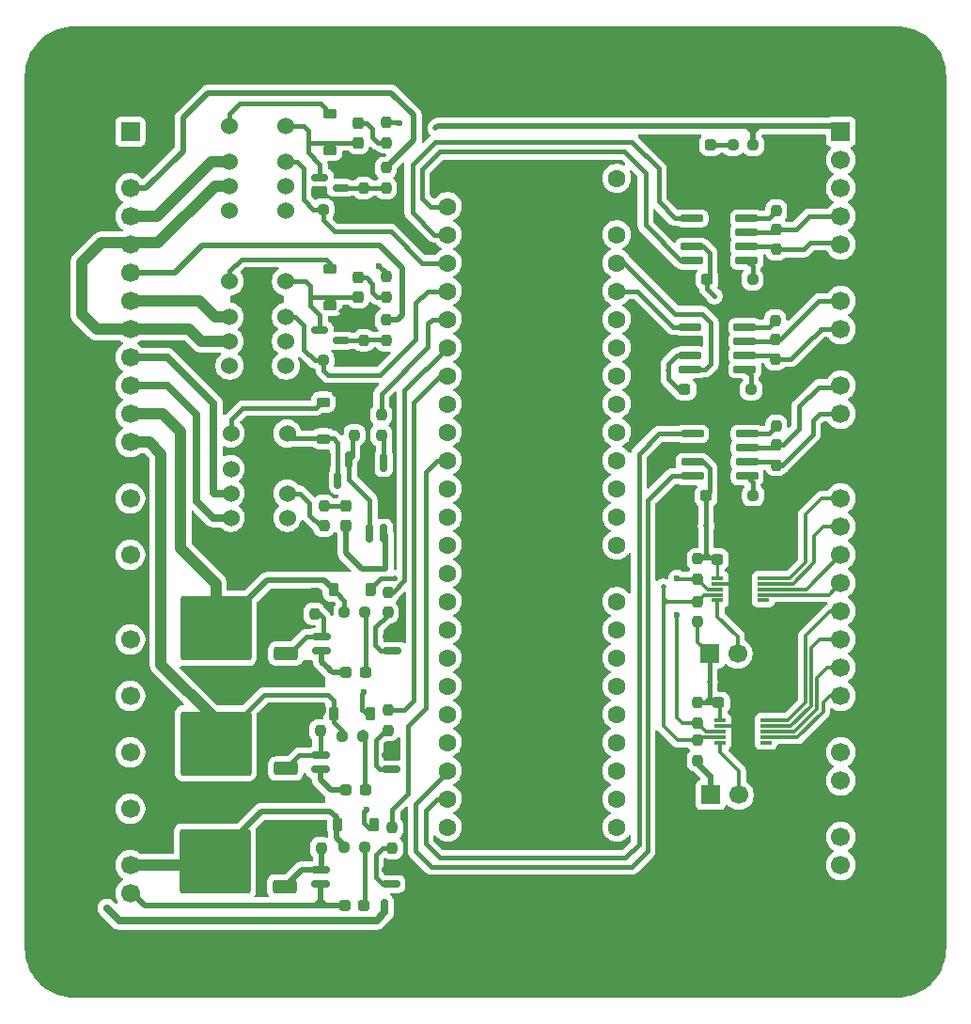
<source format=gbr>
%TF.GenerationSoftware,KiCad,Pcbnew,9.0.2*%
%TF.CreationDate,2025-06-04T20:08:15+07:00*%
%TF.ProjectId,VCU,5643552e-6b69-4636-9164-5f7063625858,rev?*%
%TF.SameCoordinates,Original*%
%TF.FileFunction,Copper,L1,Top*%
%TF.FilePolarity,Positive*%
%FSLAX46Y46*%
G04 Gerber Fmt 4.6, Leading zero omitted, Abs format (unit mm)*
G04 Created by KiCad (PCBNEW 9.0.2) date 2025-06-04 20:08:15*
%MOMM*%
%LPD*%
G01*
G04 APERTURE LIST*
G04 Aperture macros list*
%AMRoundRect*
0 Rectangle with rounded corners*
0 $1 Rounding radius*
0 $2 $3 $4 $5 $6 $7 $8 $9 X,Y pos of 4 corners*
0 Add a 4 corners polygon primitive as box body*
4,1,4,$2,$3,$4,$5,$6,$7,$8,$9,$2,$3,0*
0 Add four circle primitives for the rounded corners*
1,1,$1+$1,$2,$3*
1,1,$1+$1,$4,$5*
1,1,$1+$1,$6,$7*
1,1,$1+$1,$8,$9*
0 Add four rect primitives between the rounded corners*
20,1,$1+$1,$2,$3,$4,$5,0*
20,1,$1+$1,$4,$5,$6,$7,0*
20,1,$1+$1,$6,$7,$8,$9,0*
20,1,$1+$1,$8,$9,$2,$3,0*%
G04 Aperture macros list end*
%TA.AperFunction,ComponentPad*%
%ADD10R,1.600000X1.600000*%
%TD*%
%TA.AperFunction,ComponentPad*%
%ADD11C,1.600000*%
%TD*%
%TA.AperFunction,SMDPad,CuDef*%
%ADD12RoundRect,0.237500X-0.237500X0.250000X-0.237500X-0.250000X0.237500X-0.250000X0.237500X0.250000X0*%
%TD*%
%TA.AperFunction,ComponentPad*%
%ADD13R,1.700000X1.700000*%
%TD*%
%TA.AperFunction,ComponentPad*%
%ADD14C,1.700000*%
%TD*%
%TA.AperFunction,SMDPad,CuDef*%
%ADD15RoundRect,0.150000X0.587500X0.150000X-0.587500X0.150000X-0.587500X-0.150000X0.587500X-0.150000X0*%
%TD*%
%TA.AperFunction,SMDPad,CuDef*%
%ADD16RoundRect,0.250000X0.850000X0.350000X-0.850000X0.350000X-0.850000X-0.350000X0.850000X-0.350000X0*%
%TD*%
%TA.AperFunction,SMDPad,CuDef*%
%ADD17RoundRect,0.249997X2.950003X2.650003X-2.950003X2.650003X-2.950003X-2.650003X2.950003X-2.650003X0*%
%TD*%
%TA.AperFunction,SMDPad,CuDef*%
%ADD18RoundRect,0.237500X-0.287500X-0.237500X0.287500X-0.237500X0.287500X0.237500X-0.287500X0.237500X0*%
%TD*%
%TA.AperFunction,SMDPad,CuDef*%
%ADD19RoundRect,0.150000X0.662500X0.150000X-0.662500X0.150000X-0.662500X-0.150000X0.662500X-0.150000X0*%
%TD*%
%TA.AperFunction,SMDPad,CuDef*%
%ADD20RoundRect,0.237500X0.300000X0.237500X-0.300000X0.237500X-0.300000X-0.237500X0.300000X-0.237500X0*%
%TD*%
%TA.AperFunction,SMDPad,CuDef*%
%ADD21RoundRect,0.237500X0.237500X-0.250000X0.237500X0.250000X-0.237500X0.250000X-0.237500X-0.250000X0*%
%TD*%
%TA.AperFunction,SMDPad,CuDef*%
%ADD22RoundRect,0.225000X-0.375000X0.225000X-0.375000X-0.225000X0.375000X-0.225000X0.375000X0.225000X0*%
%TD*%
%TA.AperFunction,SMDPad,CuDef*%
%ADD23R,1.000000X0.300000*%
%TD*%
%TA.AperFunction,SMDPad,CuDef*%
%ADD24RoundRect,0.237500X-0.250000X-0.237500X0.250000X-0.237500X0.250000X0.237500X-0.250000X0.237500X0*%
%TD*%
%TA.AperFunction,SMDPad,CuDef*%
%ADD25RoundRect,0.237500X0.237500X-0.287500X0.237500X0.287500X-0.237500X0.287500X-0.237500X-0.287500X0*%
%TD*%
%TA.AperFunction,SMDPad,CuDef*%
%ADD26RoundRect,0.075000X-0.910000X-0.225000X0.910000X-0.225000X0.910000X0.225000X-0.910000X0.225000X0*%
%TD*%
%TA.AperFunction,SMDPad,CuDef*%
%ADD27RoundRect,0.237500X-0.237500X0.287500X-0.237500X-0.287500X0.237500X-0.287500X0.237500X0.287500X0*%
%TD*%
%TA.AperFunction,SMDPad,CuDef*%
%ADD28RoundRect,0.237500X0.250000X0.237500X-0.250000X0.237500X-0.250000X-0.237500X0.250000X-0.237500X0*%
%TD*%
%TA.AperFunction,ComponentPad*%
%ADD29C,1.524000*%
%TD*%
%TA.AperFunction,SMDPad,CuDef*%
%ADD30RoundRect,0.237500X0.287500X0.237500X-0.287500X0.237500X-0.287500X-0.237500X0.287500X-0.237500X0*%
%TD*%
%TA.AperFunction,SMDPad,CuDef*%
%ADD31RoundRect,0.150000X-0.150000X0.662500X-0.150000X-0.662500X0.150000X-0.662500X0.150000X0.662500X0*%
%TD*%
%TA.AperFunction,SMDPad,CuDef*%
%ADD32RoundRect,0.225000X0.225000X0.375000X-0.225000X0.375000X-0.225000X-0.375000X0.225000X-0.375000X0*%
%TD*%
%TA.AperFunction,SMDPad,CuDef*%
%ADD33RoundRect,0.237500X-0.300000X-0.237500X0.300000X-0.237500X0.300000X0.237500X-0.300000X0.237500X0*%
%TD*%
%TA.AperFunction,SMDPad,CuDef*%
%ADD34RoundRect,0.150000X-0.150000X0.587500X-0.150000X-0.587500X0.150000X-0.587500X0.150000X0.587500X0*%
%TD*%
%TA.AperFunction,ViaPad*%
%ADD35C,0.500000*%
%TD*%
%TA.AperFunction,ViaPad*%
%ADD36C,0.600000*%
%TD*%
%TA.AperFunction,Conductor*%
%ADD37C,0.400000*%
%TD*%
%TA.AperFunction,Conductor*%
%ADD38C,0.250000*%
%TD*%
%TA.AperFunction,Conductor*%
%ADD39C,0.300000*%
%TD*%
%TA.AperFunction,Conductor*%
%ADD40C,0.500000*%
%TD*%
%TA.AperFunction,Conductor*%
%ADD41C,0.700000*%
%TD*%
%TA.AperFunction,Conductor*%
%ADD42C,1.000000*%
%TD*%
%TA.AperFunction,Conductor*%
%ADD43C,0.200000*%
%TD*%
G04 APERTURE END LIST*
D10*
%TO.P,Teensy4.1,1,GND*%
%TO.N,GND*%
X108580000Y-82190000D03*
D11*
%TO.P,Teensy4.1,2,RX1*%
%TO.N,/CRX2*%
X108580000Y-84730000D03*
%TO.P,Teensy4.1,3,TX1*%
%TO.N,/CTX2*%
X108580000Y-87270000D03*
%TO.P,Teensy4.1,4,OUT2*%
%TO.N,/IND_Engine*%
X108580000Y-89810000D03*
%TO.P,Teensy4.1,5,LRCLK2*%
%TO.N,/IND_Hybrid*%
X108580000Y-92350000D03*
%TO.P,Teensy4.1,6,BCLK2*%
%TO.N,/D4_SDC*%
X108580000Y-94890000D03*
%TO.P,Teensy4.1,7,IN2*%
%TO.N,/D2_BL*%
X108580000Y-97430000D03*
%TO.P,Teensy4.1,8,OUT1D*%
%TO.N,/D1_BATT*%
X108580000Y-99970000D03*
%TO.P,Teensy4.1,9,OUT1A*%
%TO.N,/TX_TV*%
X108580000Y-102510000D03*
%TO.P,Teensy4.1,10,IN1*%
%TO.N,/RX_TV*%
X108580000Y-105050000D03*
%TO.P,Teensy4.1,11,OUT1C*%
%TO.N,/D3*%
X108580000Y-107590000D03*
%TO.P,Teensy4.1,12,MQSR*%
%TO.N,/CS_T*%
X108580000Y-110130000D03*
%TO.P,Teensy4.1,13,CTX1*%
%TO.N,/MOSI_T*%
X108580000Y-112670000D03*
%TO.P,Teensy4.1,14,MQSL*%
%TO.N,/MISO_T*%
X108580000Y-115210000D03*
%TO.P,Teensy4.1,15,3.3V*%
%TO.N,+3.3VA*%
X108580000Y-117750000D03*
%TO.P,Teensy4.1,16,A10/TX6*%
%TO.N,unconnected-(Teensy4.1-A10{slash}TX6-Pad16)*%
X108580000Y-120290000D03*
%TO.P,Teensy4.1,17,A11/RX6*%
%TO.N,unconnected-(Teensy4.1-A11{slash}RX6-Pad17)*%
X108580000Y-122830000D03*
%TO.P,Teensy4.1,18,A12/MOSI1*%
%TO.N,unconnected-(Teensy4.1-A12{slash}MOSI1-Pad18)*%
X108580000Y-125370000D03*
%TO.P,Teensy4.1,19,A13/SCK1*%
%TO.N,unconnected-(Teensy4.1-A13{slash}SCK1-Pad19)*%
X108580000Y-127910000D03*
%TO.P,Teensy4.1,20,RX7*%
%TO.N,unconnected-(Teensy4.1-RX7-Pad20)*%
X108580000Y-130450000D03*
%TO.P,Teensy4.1,21,TX7*%
%TO.N,unconnected-(Teensy4.1-TX7-Pad21)*%
X108580000Y-132990000D03*
%TO.P,Teensy4.1,22,CRX3*%
%TO.N,/CRX3*%
X108580000Y-135530000D03*
%TO.P,Teensy4.1,23,CTX3*%
%TO.N,/CTX3*%
X108580000Y-138070000D03*
%TO.P,Teensy4.1,24,OUT1B*%
%TO.N,unconnected-(Teensy4.1-OUT1B-Pad24)*%
X108580000Y-140610000D03*
%TO.P,Teensy4.1,25,MCLK2*%
%TO.N,unconnected-(Teensy4.1-MCLK2-Pad25)*%
X123820000Y-140610000D03*
%TO.P,Teensy4.1,26,RX8*%
%TO.N,/TX_Pneu*%
X123820000Y-138070000D03*
%TO.P,Teensy4.1,27,TX8*%
%TO.N,/RX_Pneu*%
X123820000Y-135530000D03*
%TO.P,Teensy4.1,28,CS*%
%TO.N,unconnected-(Teensy4.1-CS-Pad28)*%
X123820000Y-132990000D03*
%TO.P,Teensy4.1,29,CS*%
%TO.N,unconnected-(Teensy4.1-CS-Pad29)*%
X123820000Y-130450000D03*
%TO.P,Teensy4.1,30,A14*%
%TO.N,unconnected-(Teensy4.1-A14-Pad30)*%
X123820000Y-127910000D03*
%TO.P,Teensy4.1,31,A15*%
%TO.N,unconnected-(Teensy4.1-A15-Pad31)*%
X123820000Y-125370000D03*
%TO.P,Teensy4.1,32,A16*%
%TO.N,/Analog2*%
X123820000Y-122830000D03*
%TO.P,Teensy4.1,33,A17*%
%TO.N,/Analog1*%
X123820000Y-120290000D03*
%TO.P,Teensy4.1,34,GND*%
%TO.N,GND*%
X123820000Y-117750000D03*
%TO.P,Teensy4.1,35,SCK/LED*%
%TO.N,/SCK_T*%
X123820000Y-115210000D03*
%TO.P,Teensy4.1,36,A0/TX3*%
%TO.N,unconnected-(Teensy4.1-A0{slash}TX3-Pad36)*%
X123820000Y-112670000D03*
%TO.P,Teensy4.1,37,A1/RX3*%
%TO.N,unconnected-(Teensy4.1-A1{slash}RX3-Pad37)*%
X123820000Y-110130000D03*
%TO.P,Teensy4.1,38,A2/RX4/SCL1*%
%TO.N,unconnected-(Teensy4.1-A2{slash}RX4{slash}SCL1-Pad38)*%
X123820000Y-107590000D03*
%TO.P,Teensy4.1,39,A3/TX4/SDA1*%
%TO.N,unconnected-(Teensy4.1-A3{slash}TX4{slash}SDA1-Pad39)*%
X123820000Y-105050000D03*
%TO.P,Teensy4.1,40,A4/SDA*%
%TO.N,/SDA*%
X123820000Y-102510000D03*
%TO.P,Teensy4.1,41,A5/SCL*%
%TO.N,/SCL*%
X123820000Y-99970000D03*
%TO.P,Teensy4.1,42,A6/TX5*%
%TO.N,unconnected-(Teensy4.1-A6{slash}TX5-Pad42)*%
X123820000Y-97430000D03*
%TO.P,Teensy4.1,43,A7/RX5*%
%TO.N,unconnected-(Teensy4.1-A7{slash}RX5-Pad43)*%
X123820000Y-94890000D03*
%TO.P,Teensy4.1,44,A8/CTX1*%
%TO.N,/CTX1*%
X123820000Y-92350000D03*
%TO.P,Teensy4.1,45,A9/CRX1*%
%TO.N,/CRX1*%
X123820000Y-89810000D03*
%TO.P,Teensy4.1,46,3.3V*%
%TO.N,+3.3V*%
X123820000Y-87270000D03*
%TO.P,Teensy4.1,47,GND*%
%TO.N,GND*%
X123820000Y-84730000D03*
%TO.P,Teensy4.1,48,Vin*%
%TO.N,+5V*%
X123820000Y-82190000D03*
%TD*%
D12*
%TO.P,R25,1*%
%TO.N,GND*%
X96600000Y-119600000D03*
%TO.P,R25,2*%
%TO.N,Net-(Q5-G)*%
X96600000Y-121425000D03*
%TD*%
D13*
%TO.P,ADS1,1,Pin_1*%
%TO.N,+3.3V*%
X132270000Y-137725000D03*
D14*
%TO.P,ADS1,2,Pin_2*%
%TO.N,/ADR1*%
X134810000Y-137725000D03*
%TO.P,ADS1,3,Pin_3*%
%TO.N,GND*%
X137350000Y-137725000D03*
%TD*%
D12*
%TO.P,R1,1*%
%TO.N,/CANH_1*%
X138100000Y-96675000D03*
%TO.P,R1,2*%
%TO.N,/CANL_1*%
X138100000Y-98500000D03*
%TD*%
%TO.P,R30,1*%
%TO.N,Net-(D8-K)*%
X97450000Y-111687500D03*
%TO.P,R30,2*%
%TO.N,/LED_SDC*%
X97450000Y-113512500D03*
%TD*%
D15*
%TO.P,Q2,1,G*%
%TO.N,Net-(Q2-G)*%
X98962500Y-96822500D03*
%TO.P,Q2,2,S*%
%TO.N,GND*%
X98962500Y-94922500D03*
%TO.P,Q2,3,D*%
%TO.N,Net-(D2-K)*%
X97087500Y-95872500D03*
%TD*%
D16*
%TO.P,Q4,1,G*%
%TO.N,Net-(Q4-G)*%
X94000000Y-135352500D03*
D17*
%TO.P,Q4,2,D*%
%TO.N,/FAN_BATT*%
X87700000Y-133072500D03*
D16*
%TO.P,Q4,3,S*%
%TO.N,GND*%
X94000000Y-130792500D03*
%TD*%
D18*
%TO.P,D13,1,K*%
%TO.N,GND*%
X130512500Y-79200000D03*
%TO.P,D13,2,A*%
%TO.N,Net-(D13-A)*%
X132262500Y-79200000D03*
%TD*%
D19*
%TO.P,U8,1*%
%TO.N,Net-(R21-Pad2)*%
X103587500Y-124735000D03*
%TO.P,U8,2*%
%TO.N,GND*%
X103587500Y-123465000D03*
%TO.P,U8,3*%
%TO.N,Net-(Q5-G)*%
X97212500Y-123465000D03*
%TO.P,U8,4*%
%TO.N,+5VA*%
X97212500Y-124735000D03*
%TD*%
D20*
%TO.P,C4,1*%
%TO.N,GND*%
X134712500Y-129400000D03*
%TO.P,C4,2*%
%TO.N,+3.3V*%
X132987500Y-129400000D03*
%TD*%
D21*
%TO.P,R33,1*%
%TO.N,Net-(ECU1-RS)*%
X138200000Y-85100000D03*
%TO.P,R33,2*%
%TO.N,GND*%
X138200000Y-83275000D03*
%TD*%
D22*
%TO.P,D3,1,K*%
%TO.N,+12V*%
X98025000Y-76350000D03*
%TO.P,D3,2,A*%
%TO.N,Net-(D1-K)*%
X98025000Y-79650000D03*
%TD*%
D12*
%TO.P,R24,1*%
%TO.N,GND*%
X97200000Y-140687500D03*
%TO.P,R24,2*%
%TO.N,Net-(Q6-G)*%
X97200000Y-142512500D03*
%TD*%
%TO.P,R9,1*%
%TO.N,/SDA*%
X131110000Y-120300000D03*
%TO.P,R9,2*%
%TO.N,+3.3V*%
X131110000Y-122125000D03*
%TD*%
D23*
%TO.P,U1,1,VDD*%
%TO.N,+3.3V*%
X133150000Y-131000000D03*
%TO.P,U1,2,GND*%
%TO.N,GND*%
X133150000Y-131500000D03*
%TO.P,U1,3,SCL*%
%TO.N,/SCL*%
X133150000Y-132000000D03*
%TO.P,U1,4,SDA*%
%TO.N,/SDA*%
X133150000Y-132500000D03*
%TO.P,U1,5,ADDR*%
%TO.N,/ADR1*%
X133150000Y-133000000D03*
%TO.P,U1,6,ALRT*%
%TO.N,unconnected-(U1-ALRT-Pad6)*%
X137250000Y-133000000D03*
%TO.P,U1,7,A0*%
%TO.N,SUSP1*%
X137250000Y-132500000D03*
%TO.P,U1,8,A1*%
%TO.N,SUSP2*%
X137250000Y-132000000D03*
%TO.P,U1,9,A2*%
%TO.N,SUSP3*%
X137250000Y-131500000D03*
%TO.P,U1,10,A3*%
%TO.N,SUSP4*%
X137250000Y-131000000D03*
%TD*%
D15*
%TO.P,Q1,1,G*%
%TO.N,Net-(Q1-G)*%
X98962500Y-83072500D03*
%TO.P,Q1,2,S*%
%TO.N,GND*%
X98962500Y-81172500D03*
%TO.P,Q1,3,D*%
%TO.N,Net-(D1-K)*%
X97087500Y-82122500D03*
%TD*%
D19*
%TO.P,U7,1*%
%TO.N,Net-(R20-Pad2)*%
X103487500Y-145735000D03*
%TO.P,U7,2*%
%TO.N,GND*%
X103487500Y-144465000D03*
%TO.P,U7,3*%
%TO.N,Net-(Q6-G)*%
X97112500Y-144465000D03*
%TO.P,U7,4*%
%TO.N,+5VA*%
X97112500Y-145735000D03*
%TD*%
D24*
%TO.P,R17,1*%
%TO.N,/IND_Engine*%
X97387500Y-85000000D03*
%TO.P,R17,2*%
%TO.N,GND*%
X99212500Y-85000000D03*
%TD*%
D25*
%TO.P,D1,1,K*%
%TO.N,Net-(D1-K)*%
X100525000Y-78972500D03*
%TO.P,D1,2,A*%
%TO.N,Net-(D1-A)*%
X100525000Y-77222500D03*
%TD*%
D12*
%TO.P,R7,1*%
%TO.N,/SDA*%
X131110000Y-132800000D03*
%TO.P,R7,2*%
%TO.N,+3.3V*%
X131110000Y-134625000D03*
%TD*%
%TO.P,R23,1*%
%TO.N,GND*%
X97100000Y-130087500D03*
%TO.P,R23,2*%
%TO.N,Net-(Q4-G)*%
X97100000Y-131912500D03*
%TD*%
D26*
%TO.P,BMS1,1,D*%
%TO.N,/CTX1*%
X130425000Y-95595000D03*
%TO.P,BMS1,2,GND*%
%TO.N,GND*%
X130425000Y-96865000D03*
%TO.P,BMS1,3,VCC*%
%TO.N,+3.3V*%
X130425000Y-98135000D03*
%TO.P,BMS1,4,R*%
%TO.N,/CRX1*%
X130425000Y-99405000D03*
%TO.P,BMS1,5,VREF*%
%TO.N,Net-(BMS1-VREF)*%
X135365000Y-99405000D03*
%TO.P,BMS1,6,CANL*%
%TO.N,/CANL_1*%
X135365000Y-98135000D03*
%TO.P,BMS1,7,CANH*%
%TO.N,/CANH_1*%
X135365000Y-96865000D03*
%TO.P,BMS1,8,RS*%
%TO.N,Net-(BMS1-RS)*%
X135365000Y-95595000D03*
%TD*%
D12*
%TO.P,R13,1*%
%TO.N,/Engine*%
X103025000Y-81247500D03*
%TO.P,R13,2*%
%TO.N,Net-(Q1-G)*%
X103025000Y-83072500D03*
%TD*%
D20*
%TO.P,C1,1*%
%TO.N,GND*%
X131662500Y-101200000D03*
%TO.P,C1,2*%
%TO.N,+3.3V*%
X129937500Y-101200000D03*
%TD*%
D12*
%TO.P,R20,1*%
%TO.N,/D3*%
X103600000Y-140687500D03*
%TO.P,R20,2*%
%TO.N,Net-(R20-Pad2)*%
X103600000Y-142512500D03*
%TD*%
D21*
%TO.P,R10,1*%
%TO.N,/SCL*%
X131110000Y-118300000D03*
%TO.P,R10,2*%
%TO.N,+3.3V*%
X131110000Y-116475000D03*
%TD*%
D19*
%TO.P,U6,1*%
%TO.N,Net-(R19-Pad2)*%
X103487500Y-135435000D03*
%TO.P,U6,2*%
%TO.N,GND*%
X103487500Y-134165000D03*
%TO.P,U6,3*%
%TO.N,Net-(Q4-G)*%
X97112500Y-134165000D03*
%TO.P,U6,4*%
%TO.N,+5VA*%
X97112500Y-135435000D03*
%TD*%
D27*
%TO.P,D8,1,K*%
%TO.N,Net-(D8-K)*%
X99450000Y-111722500D03*
%TO.P,D8,2,A*%
%TO.N,+5VA*%
X99450000Y-113472500D03*
%TD*%
D28*
%TO.P,R27,1*%
%TO.N,Net-(D5-K)*%
X100912500Y-132400000D03*
%TO.P,R27,2*%
%TO.N,/FAN_BATT*%
X99087500Y-132400000D03*
%TD*%
%TO.P,R31,1*%
%TO.N,+5V*%
X136100000Y-79200000D03*
%TO.P,R31,2*%
%TO.N,Net-(D13-A)*%
X134275000Y-79200000D03*
%TD*%
D21*
%TO.P,R32,1*%
%TO.N,Net-(BMS1-RS)*%
X138100000Y-95000000D03*
%TO.P,R32,2*%
%TO.N,GND*%
X138100000Y-93175000D03*
%TD*%
D12*
%TO.P,R12,1*%
%TO.N,+5V*%
X103025000Y-91047500D03*
%TO.P,R12,2*%
%TO.N,Net-(D2-A)*%
X103025000Y-92872500D03*
%TD*%
D26*
%TO.P,Display1,1,D*%
%TO.N,/CTX3*%
X130630000Y-105195000D03*
%TO.P,Display1,2,GND*%
%TO.N,GND*%
X130630000Y-106465000D03*
%TO.P,Display1,3,VCC*%
%TO.N,+3.3V*%
X130630000Y-107735000D03*
%TO.P,Display1,4,R*%
%TO.N,/CRX3*%
X130630000Y-109005000D03*
%TO.P,Display1,5,VREF*%
%TO.N,Net-(Display1-VREF)*%
X135570000Y-109005000D03*
%TO.P,Display1,6,CANL*%
%TO.N,/CANL_3*%
X135570000Y-107735000D03*
%TO.P,Display1,7,CANH*%
%TO.N,/CANH_3*%
X135570000Y-106465000D03*
%TO.P,Display1,8,RS*%
%TO.N,Net-(Display1-RS)*%
X135570000Y-105195000D03*
%TD*%
D28*
%TO.P,R2,1*%
%TO.N,Net-(BMS1-VREF)*%
X135912500Y-101200000D03*
%TO.P,R2,2*%
%TO.N,GND*%
X134087500Y-101200000D03*
%TD*%
D24*
%TO.P,R18,1*%
%TO.N,/IND_Hybrid*%
X97387500Y-98600000D03*
%TO.P,R18,2*%
%TO.N,GND*%
X99212500Y-98600000D03*
%TD*%
D28*
%TO.P,R29,1*%
%TO.N,Net-(D6-K)*%
X101112500Y-121300000D03*
%TO.P,R29,2*%
%TO.N,/Brake_Light*%
X99287500Y-121300000D03*
%TD*%
D16*
%TO.P,Q6,1,G*%
%TO.N,Net-(Q6-G)*%
X93925000Y-145952500D03*
D17*
%TO.P,Q6,2,D*%
%TO.N,/SWITCH*%
X87625000Y-143672500D03*
D16*
%TO.P,Q6,3,S*%
%TO.N,GND*%
X93925000Y-141392500D03*
%TD*%
%TO.P,Q5,1,G*%
%TO.N,Net-(Q5-G)*%
X94000000Y-125007500D03*
D17*
%TO.P,Q5,2,D*%
%TO.N,/Brake_Light*%
X87700000Y-122727500D03*
D16*
%TO.P,Q5,3,S*%
%TO.N,GND*%
X94000000Y-120447500D03*
%TD*%
D29*
%TO.P,K3,1*%
%TO.N,+12V*%
X89060000Y-105170800D03*
%TO.P,K3,2*%
%TO.N,unconnected-(K3-Pad2)*%
X89060000Y-108370801D03*
%TO.P,K3,3*%
%TO.N,/SDC_IN*%
X89060000Y-110570802D03*
%TO.P,K3,4*%
%TO.N,/SDC_OUT*%
X89060000Y-112770800D03*
%TO.P,K3,5*%
%TO.N,unconnected-(K3-Pad5)*%
X94140000Y-112770800D03*
%TO.P,K3,6*%
%TO.N,/LED_SDC*%
X94140000Y-110570802D03*
%TO.P,K3,7*%
%TO.N,GND*%
X94140000Y-108370801D03*
%TO.P,K3,8*%
%TO.N,Net-(D9-A)*%
X94140000Y-105170800D03*
%TD*%
D12*
%TO.P,R11,1*%
%TO.N,+5V*%
X103025000Y-77147500D03*
%TO.P,R11,2*%
%TO.N,Net-(D1-A)*%
X103025000Y-78972500D03*
%TD*%
%TO.P,R26,1*%
%TO.N,GND*%
X100200000Y-103487500D03*
%TO.P,R26,2*%
%TO.N,Net-(Q3-G)*%
X100200000Y-105312500D03*
%TD*%
D30*
%TO.P,D7,1,K*%
%TO.N,Net-(D7-K)*%
X101075000Y-147700000D03*
%TO.P,D7,2,A*%
%TO.N,+5VA*%
X99325000Y-147700000D03*
%TD*%
D22*
%TO.P,D4,1,K*%
%TO.N,+12V*%
X98025000Y-90322500D03*
%TO.P,D4,2,A*%
%TO.N,Net-(D2-K)*%
X98025000Y-93622500D03*
%TD*%
D31*
%TO.P,U9,1*%
%TO.N,Net-(R22-Pad2)*%
X102835000Y-107785000D03*
%TO.P,U9,2*%
%TO.N,GND*%
X101565000Y-107785000D03*
%TO.P,U9,3*%
%TO.N,Net-(Q3-G)*%
X101565000Y-114160000D03*
%TO.P,U9,4*%
%TO.N,+5VA*%
X102835000Y-114160000D03*
%TD*%
D28*
%TO.P,R6,1*%
%TO.N,Net-(Display1-VREF)*%
X136095000Y-110750000D03*
%TO.P,R6,2*%
%TO.N,GND*%
X134270000Y-110750000D03*
%TD*%
D30*
%TO.P,D6,1,K*%
%TO.N,Net-(D6-K)*%
X101200000Y-126700000D03*
%TO.P,D6,2,A*%
%TO.N,+5VA*%
X99450000Y-126700000D03*
%TD*%
D20*
%TO.P,C5,1*%
%TO.N,GND*%
X134610000Y-116500000D03*
%TO.P,C5,2*%
%TO.N,+3.3V*%
X132885000Y-116500000D03*
%TD*%
D28*
%TO.P,R4,1*%
%TO.N,Net-(ECU1-VREF)*%
X136045000Y-91300000D03*
%TO.P,R4,2*%
%TO.N,GND*%
X134220000Y-91300000D03*
%TD*%
D12*
%TO.P,R22,1*%
%TO.N,/D4_SDC*%
X102600000Y-103487500D03*
%TO.P,R22,2*%
%TO.N,Net-(R22-Pad2)*%
X102600000Y-105312500D03*
%TD*%
D21*
%TO.P,R8,1*%
%TO.N,/SCL*%
X131110000Y-131250000D03*
%TO.P,R8,2*%
%TO.N,+3.3V*%
X131110000Y-129425000D03*
%TD*%
D12*
%TO.P,R5,1*%
%TO.N,/CANH_3*%
X138200000Y-106187500D03*
%TO.P,R5,2*%
%TO.N,/CANL_3*%
X138200000Y-108012500D03*
%TD*%
D32*
%TO.P,D11,1,K*%
%TO.N,+12V*%
X101600000Y-119200000D03*
%TO.P,D11,2,A*%
%TO.N,/Brake_Light*%
X98300000Y-119200000D03*
%TD*%
D33*
%TO.P,C2,1*%
%TO.N,GND*%
X130220000Y-91300000D03*
%TO.P,C2,2*%
%TO.N,+3.3V*%
X131945000Y-91300000D03*
%TD*%
D29*
%TO.P,K1,1*%
%TO.N,+12V*%
X88945000Y-77472500D03*
%TO.P,K1,2*%
%TO.N,/PDM*%
X88945000Y-80672501D03*
%TO.P,K1,3*%
%TO.N,/Safety*%
X88945000Y-82872502D03*
%TO.P,K1,4*%
%TO.N,unconnected-(K1-Pad4)*%
X88945000Y-85072500D03*
%TO.P,K1,5*%
%TO.N,unconnected-(K1-Pad5)*%
X94025000Y-85072500D03*
%TO.P,K1,6*%
%TO.N,+3.3VA*%
X94025000Y-82872502D03*
%TO.P,K1,7*%
%TO.N,/IND_Engine*%
X94025000Y-80672501D03*
%TO.P,K1,8*%
%TO.N,Net-(D1-K)*%
X94025000Y-77472500D03*
%TD*%
D30*
%TO.P,D5,1,K*%
%TO.N,Net-(D5-K)*%
X101175000Y-137300000D03*
%TO.P,D5,2,A*%
%TO.N,+5VA*%
X99425000Y-137300000D03*
%TD*%
D34*
%TO.P,Q3,1,G*%
%TO.N,Net-(Q3-G)*%
X99650000Y-107535000D03*
%TO.P,Q3,2,S*%
%TO.N,GND*%
X97750000Y-107535000D03*
%TO.P,Q3,3,D*%
%TO.N,Net-(D9-A)*%
X98700000Y-109410000D03*
%TD*%
D21*
%TO.P,R34,1*%
%TO.N,Net-(Display1-RS)*%
X138200000Y-104500000D03*
%TO.P,R34,2*%
%TO.N,GND*%
X138200000Y-102675000D03*
%TD*%
D33*
%TO.P,C3,1*%
%TO.N,GND*%
X130137500Y-110800000D03*
%TO.P,C3,2*%
%TO.N,+3.3V*%
X131862500Y-110800000D03*
%TD*%
D13*
%TO.P,ADS2,1,Pin_1*%
%TO.N,+3.3V*%
X132170000Y-125000000D03*
D14*
%TO.P,ADS2,2,Pin_2*%
%TO.N,/ADR2*%
X134710000Y-125000000D03*
%TO.P,ADS2,3,Pin_3*%
%TO.N,GND*%
X137250000Y-125000000D03*
%TD*%
D12*
%TO.P,R15,1*%
%TO.N,/Hybrid*%
X103025000Y-94960000D03*
%TO.P,R15,2*%
%TO.N,Net-(Q2-G)*%
X103025000Y-96785000D03*
%TD*%
D32*
%TO.P,D10,1,K*%
%TO.N,+12V*%
X101650000Y-130400000D03*
%TO.P,D10,2,A*%
%TO.N,/FAN_BATT*%
X98350000Y-130400000D03*
%TD*%
D22*
%TO.P,D9,1,K*%
%TO.N,+12V*%
X97400000Y-102350000D03*
%TO.P,D9,2,A*%
%TO.N,Net-(D9-A)*%
X97400000Y-105650000D03*
%TD*%
D12*
%TO.P,R19,1*%
%TO.N,/D1_BATT*%
X103200000Y-130087500D03*
%TO.P,R19,2*%
%TO.N,Net-(R19-Pad2)*%
X103200000Y-131912500D03*
%TD*%
%TO.P,R21,1*%
%TO.N,/D2_BL*%
X103200000Y-119475000D03*
%TO.P,R21,2*%
%TO.N,Net-(R21-Pad2)*%
X103200000Y-121300000D03*
%TD*%
D32*
%TO.P,D12,1,K*%
%TO.N,+12V*%
X102000000Y-140400000D03*
%TO.P,D12,2,A*%
%TO.N,/SWITCH*%
X98700000Y-140400000D03*
%TD*%
D25*
%TO.P,D2,1,K*%
%TO.N,Net-(D2-K)*%
X100525000Y-92872500D03*
%TO.P,D2,2,A*%
%TO.N,Net-(D2-A)*%
X100525000Y-91122500D03*
%TD*%
D26*
%TO.P,ECU1,1,D*%
%TO.N,/CTX2*%
X130580000Y-85795000D03*
%TO.P,ECU1,2,GND*%
%TO.N,GND*%
X130580000Y-87065000D03*
%TO.P,ECU1,3,VCC*%
%TO.N,+3.3V*%
X130580000Y-88335000D03*
%TO.P,ECU1,4,R*%
%TO.N,/CRX2*%
X130580000Y-89605000D03*
%TO.P,ECU1,5,VREF*%
%TO.N,Net-(ECU1-VREF)*%
X135520000Y-89605000D03*
%TO.P,ECU1,6,CANL*%
%TO.N,/CANL_2*%
X135520000Y-88335000D03*
%TO.P,ECU1,7,CANH*%
%TO.N,/CANH_2*%
X135520000Y-87065000D03*
%TO.P,ECU1,8,RS*%
%TO.N,Net-(ECU1-RS)*%
X135520000Y-85795000D03*
%TD*%
D29*
%TO.P,K2,1*%
%TO.N,+12V*%
X88945000Y-91472500D03*
%TO.P,K2,2*%
%TO.N,/AIR*%
X88945000Y-94672501D03*
%TO.P,K2,3*%
%TO.N,/Safety*%
X88945000Y-96872502D03*
%TO.P,K2,4*%
%TO.N,unconnected-(K2-Pad4)*%
X88945000Y-99072500D03*
%TO.P,K2,5*%
%TO.N,unconnected-(K2-Pad5)*%
X94025000Y-99072500D03*
%TO.P,K2,6*%
%TO.N,+3.3VA*%
X94025000Y-96872502D03*
%TO.P,K2,7*%
%TO.N,/IND_Hybrid*%
X94025000Y-94672501D03*
%TO.P,K2,8*%
%TO.N,Net-(D2-K)*%
X94025000Y-91472500D03*
%TD*%
D23*
%TO.P,U2,1,VDD*%
%TO.N,+3.3V*%
X132910000Y-118200000D03*
%TO.P,U2,2,GND*%
%TO.N,GND*%
X132910000Y-118700000D03*
%TO.P,U2,3,SCL*%
%TO.N,/SCL*%
X132910000Y-119200000D03*
%TO.P,U2,4,SDA*%
%TO.N,/SDA*%
X132910000Y-119700000D03*
%TO.P,U2,5,ADDR*%
%TO.N,/ADR2*%
X132910000Y-120200000D03*
%TO.P,U2,6,ALRT*%
%TO.N,unconnected-(U2-ALRT-Pad6)*%
X137010000Y-120200000D03*
%TO.P,U2,7,A0*%
%TO.N,BRK_P*%
X137010000Y-119700000D03*
%TO.P,U2,8,A1*%
%TO.N,A2*%
X137010000Y-119200000D03*
%TO.P,U2,9,A2*%
%TO.N,A3*%
X137010000Y-118700000D03*
%TO.P,U2,10,A3*%
%TO.N,A4*%
X137010000Y-118200000D03*
%TD*%
D21*
%TO.P,R14,1*%
%TO.N,Net-(Q1-G)*%
X101025000Y-83072500D03*
%TO.P,R14,2*%
%TO.N,GND*%
X101025000Y-81247500D03*
%TD*%
%TO.P,R16,1*%
%TO.N,Net-(Q2-G)*%
X101025000Y-96785000D03*
%TO.P,R16,2*%
%TO.N,GND*%
X101025000Y-94960000D03*
%TD*%
D28*
%TO.P,R28,1*%
%TO.N,Net-(D7-K)*%
X101112500Y-142400000D03*
%TO.P,R28,2*%
%TO.N,/SWITCH*%
X99287500Y-142400000D03*
%TD*%
D12*
%TO.P,R3,1*%
%TO.N,/CANH_2*%
X138200000Y-86787500D03*
%TO.P,R3,2*%
%TO.N,/CANL_2*%
X138200000Y-88612500D03*
%TD*%
D13*
%TO.P,J2,1,Pin_1*%
%TO.N,+5V*%
X144000000Y-78000000D03*
D14*
%TO.P,J2,2,Pin_2*%
%TO.N,/SDA*%
X144000000Y-80540000D03*
%TO.P,J2,3,Pin_3*%
%TO.N,/SCL*%
X144000000Y-83080000D03*
%TO.P,J2,4,Pin_4*%
%TO.N,/CANH_2*%
X144000000Y-85620000D03*
%TO.P,J2,5,Pin_5*%
%TO.N,/CANL_2*%
X144000000Y-88160000D03*
%TO.P,J2,6,Pin_6*%
%TO.N,GND*%
X144000000Y-90700000D03*
%TO.P,J2,7,Pin_7*%
%TO.N,/CANH_1*%
X144000000Y-93240000D03*
%TO.P,J2,8,Pin_8*%
%TO.N,/CANL_1*%
X144000000Y-95780000D03*
%TO.P,J2,9,Pin_9*%
%TO.N,GND*%
X144000000Y-98320000D03*
%TO.P,J2,10,Pin_10*%
%TO.N,/CANH_3*%
X144000000Y-100860000D03*
%TO.P,J2,11,Pin_11*%
%TO.N,/CANL_3*%
X144000000Y-103400000D03*
%TO.P,J2,12,Pin_12*%
%TO.N,GND*%
X144000000Y-105940000D03*
%TO.P,J2,13,Pin_13*%
X144000000Y-108480000D03*
%TO.P,J2,14,Pin_14*%
%TO.N,A4*%
X144000000Y-111020000D03*
%TO.P,J2,15,Pin_15*%
%TO.N,A3*%
X144000000Y-113560000D03*
%TO.P,J2,16,Pin_16*%
%TO.N,A2*%
X144000000Y-116100000D03*
%TO.P,J2,17,Pin_17*%
%TO.N,BRK_P*%
X144000000Y-118640000D03*
%TO.P,J2,18,Pin_18*%
%TO.N,SUSP4*%
X144000000Y-121180000D03*
%TO.P,J2,19,Pin_19*%
%TO.N,SUSP3*%
X144000000Y-123720000D03*
%TO.P,J2,20,Pin_20*%
%TO.N,SUSP2*%
X144000000Y-126260000D03*
%TO.P,J2,21,Pin_21*%
%TO.N,SUSP1*%
X144000000Y-128800000D03*
%TO.P,J2,22,Pin_22*%
%TO.N,GND*%
X144000000Y-131340000D03*
%TO.P,J2,23,Pin_23*%
%TO.N,/RX_Pneu*%
X144000000Y-133880000D03*
%TO.P,J2,24,Pin_24*%
%TO.N,/TX_Pneu*%
X144000000Y-136420000D03*
%TO.P,J2,25,Pin_25*%
%TO.N,GND*%
X144000000Y-138960000D03*
%TO.P,J2,26,Pin_26*%
%TO.N,/Analog2*%
X144000000Y-141500000D03*
%TO.P,J2,27,Pin_27*%
%TO.N,/Analog1*%
X144000000Y-144040000D03*
%TO.P,J2,28,Pin_28*%
%TO.N,GND*%
X144000000Y-146580000D03*
%TD*%
D13*
%TO.P,J1,1,Pin_1*%
%TO.N,+12V*%
X80000000Y-78000000D03*
D14*
%TO.P,J1,2,Pin_2*%
%TO.N,GND*%
X80000000Y-80540000D03*
%TO.P,J1,3,Pin_3*%
%TO.N,/Engine*%
X80000000Y-83080000D03*
%TO.P,J1,4,Pin_4*%
%TO.N,/PDM*%
X80000000Y-85620000D03*
%TO.P,J1,5,Pin_5*%
%TO.N,/Safety*%
X80000000Y-88160000D03*
%TO.P,J1,6,Pin_6*%
%TO.N,/Hybrid*%
X80000000Y-90700000D03*
%TO.P,J1,7,Pin_7*%
%TO.N,/AIR*%
X80000000Y-93240000D03*
%TO.P,J1,8,Pin_8*%
%TO.N,/Safety*%
X80000000Y-95780000D03*
%TO.P,J1,9,Pin_9*%
%TO.N,/SDC_IN*%
X80000000Y-98320000D03*
%TO.P,J1,10,Pin_10*%
%TO.N,/SDC_OUT*%
X80000000Y-100860000D03*
%TO.P,J1,11,Pin_11*%
%TO.N,/Brake_Light*%
X80000000Y-103400000D03*
%TO.P,J1,12,Pin_12*%
%TO.N,/FAN_BATT*%
X80000000Y-105940000D03*
%TO.P,J1,13,Pin_13*%
%TO.N,GND*%
X80000000Y-108480000D03*
%TO.P,J1,14,Pin_14*%
%TO.N,/TX_TV*%
X80000000Y-111020000D03*
%TO.P,J1,15,Pin_15*%
%TO.N,GND*%
X80000000Y-113560000D03*
%TO.P,J1,16,Pin_16*%
%TO.N,/RX_TV*%
X80000000Y-116100000D03*
%TO.P,J1,17,Pin_17*%
%TO.N,GND*%
X80000000Y-118640000D03*
%TO.P,J1,18,Pin_18*%
X80000000Y-121180000D03*
%TO.P,J1,19,Pin_19*%
%TO.N,/CS_T*%
X80000000Y-123720000D03*
%TO.P,J1,20,Pin_20*%
%TO.N,GND*%
X80000000Y-126260000D03*
%TO.P,J1,21,Pin_21*%
%TO.N,/MOSI_T*%
X80000000Y-128800000D03*
%TO.P,J1,22,Pin_22*%
%TO.N,GND*%
X80000000Y-131340000D03*
%TO.P,J1,23,Pin_23*%
%TO.N,/MISO_T*%
X80000000Y-133880000D03*
%TO.P,J1,24,Pin_24*%
%TO.N,GND*%
X80000000Y-136420000D03*
%TO.P,J1,25,Pin_25*%
%TO.N,/SCK_T*%
X80000000Y-138960000D03*
%TO.P,J1,26,Pin_26*%
%TO.N,GND*%
X80000000Y-141500000D03*
%TO.P,J1,27,Pin_27*%
%TO.N,/SWITCH*%
X80000000Y-144040000D03*
%TO.P,J1,28,Pin_28*%
%TO.N,+5VA*%
X80000000Y-146580000D03*
%TD*%
D35*
%TO.N,+3.3V*%
X132170000Y-127500000D03*
X132600000Y-92800000D03*
X131900000Y-135700000D03*
X131862500Y-113500000D03*
X128500000Y-99500000D03*
%TO.N,GND*%
X130000000Y-142600000D03*
X129400000Y-116200000D03*
X92600000Y-143600000D03*
X94400000Y-132400000D03*
X100400000Y-84400000D03*
X95800000Y-126200000D03*
X133400000Y-97200000D03*
X128200000Y-142600000D03*
X132400000Y-106600000D03*
X129400000Y-115000000D03*
X134600000Y-133000000D03*
X95600000Y-141800000D03*
X95200000Y-127400000D03*
X133400000Y-96000000D03*
D36*
X95800000Y-130792500D03*
D35*
X133400000Y-85200000D03*
X133000000Y-107200000D03*
X93200000Y-116200000D03*
X133600000Y-106000000D03*
X132800000Y-102200000D03*
X133400000Y-89600000D03*
X134400000Y-118400000D03*
X94600000Y-126800000D03*
X93800000Y-133000000D03*
X137200000Y-115600000D03*
X94400000Y-143600000D03*
X133000000Y-105400000D03*
X130000000Y-112000000D03*
X132200000Y-87000000D03*
X142200000Y-140400000D03*
X135400000Y-115600000D03*
X132400000Y-105400000D03*
X93800000Y-143000000D03*
X101600000Y-84400000D03*
X102200000Y-84400000D03*
X133000000Y-142600000D03*
X132800000Y-87000000D03*
X129400000Y-113200000D03*
X86200000Y-126600000D03*
X92400000Y-116200000D03*
X133000000Y-106000000D03*
X93800000Y-132400000D03*
X133400000Y-94800000D03*
X93200000Y-131800000D03*
X129400000Y-114400000D03*
X134600000Y-130600000D03*
X133600000Y-115000000D03*
X135800000Y-128800000D03*
X135000000Y-120200000D03*
X135600000Y-117800000D03*
X137600000Y-128800000D03*
X100800000Y-101600000D03*
X100400000Y-85000000D03*
X133600000Y-105400000D03*
X92600000Y-133000000D03*
X101600000Y-85000000D03*
X135800000Y-129400000D03*
X139600000Y-142600000D03*
X92800000Y-126800000D03*
X99000000Y-94200000D03*
X97200000Y-101000000D03*
D36*
X129350000Y-79200000D03*
D35*
X135600000Y-119000000D03*
X102200000Y-85600000D03*
X132800000Y-87600000D03*
X92600000Y-144200000D03*
D36*
X104000000Y-133000000D03*
D35*
X130000000Y-114400000D03*
X95000000Y-143000000D03*
D36*
X128800000Y-96865000D03*
D35*
X136600000Y-115000000D03*
X135200000Y-132400000D03*
X98400000Y-101600000D03*
X99600000Y-95600000D03*
X134400000Y-117800000D03*
X135200000Y-131800000D03*
X136400000Y-129400000D03*
X136600000Y-116200000D03*
X135800000Y-131800000D03*
X133400000Y-85800000D03*
X134400000Y-120200000D03*
X135800000Y-132400000D03*
X100200000Y-94200000D03*
X137600000Y-129400000D03*
X133000000Y-106600000D03*
X133400000Y-86400000D03*
X101000000Y-85000000D03*
X94400000Y-131800000D03*
X130000000Y-113800000D03*
X134600000Y-131800000D03*
X95600000Y-142400000D03*
X135600000Y-118400000D03*
X135600000Y-120200000D03*
X100200000Y-94800000D03*
X102800000Y-85600000D03*
X133600000Y-108400000D03*
X92600000Y-133600000D03*
X93800000Y-143600000D03*
X133400000Y-96600000D03*
X133400000Y-87600000D03*
D36*
X101000000Y-98500000D03*
D35*
X94000000Y-127400000D03*
X135800000Y-130600000D03*
X93200000Y-132400000D03*
X129400000Y-112600000D03*
X101600000Y-85600000D03*
X132800000Y-85800000D03*
X135000000Y-118400000D03*
X134200000Y-115000000D03*
X133000000Y-115000000D03*
X136400000Y-130000000D03*
X130600000Y-113200000D03*
X133400000Y-87000000D03*
X135200000Y-133600000D03*
X131600000Y-102200000D03*
X138400000Y-142600000D03*
X129400000Y-112000000D03*
X137000000Y-130000000D03*
X136000000Y-142600000D03*
X137000000Y-128800000D03*
X129400000Y-115600000D03*
X134200000Y-142600000D03*
X134600000Y-131200000D03*
X135400000Y-115000000D03*
X88400000Y-116200000D03*
X93800000Y-144200000D03*
X130000000Y-113200000D03*
X93200000Y-133600000D03*
D36*
X129100000Y-91300000D03*
D35*
X133600000Y-107800000D03*
X90800000Y-116200000D03*
X95000000Y-132400000D03*
X134200000Y-115600000D03*
D36*
X104500000Y-122000000D03*
D35*
X104500000Y-120800000D03*
X135200000Y-131200000D03*
X93400000Y-126800000D03*
X99600000Y-101000000D03*
X86200000Y-127200000D03*
D36*
X100000000Y-80250000D03*
D35*
X93200000Y-143000000D03*
X137000000Y-129400000D03*
X137600000Y-130000000D03*
X132400000Y-104800000D03*
X95800000Y-126800000D03*
X133600000Y-142600000D03*
X133000000Y-104800000D03*
X136000000Y-116200000D03*
X133400000Y-95400000D03*
X129400000Y-111400000D03*
X139000000Y-142600000D03*
X133600000Y-104800000D03*
X97800000Y-101000000D03*
X134800000Y-115600000D03*
X95800000Y-127400000D03*
X98400000Y-101000000D03*
X93200000Y-142400000D03*
X135800000Y-131200000D03*
X131200000Y-142600000D03*
X100200000Y-101000000D03*
X130600000Y-112600000D03*
X94400000Y-133000000D03*
X101400000Y-101000000D03*
X93200000Y-133000000D03*
X102800000Y-85000000D03*
X95000000Y-133000000D03*
X134800000Y-115000000D03*
X136400000Y-128800000D03*
X141000000Y-141600000D03*
X130600000Y-114400000D03*
X130600000Y-115000000D03*
X94600000Y-127400000D03*
X93200000Y-144200000D03*
X100400000Y-85600000D03*
X129400000Y-116800000D03*
X130000000Y-115000000D03*
X95600000Y-141200000D03*
X134400000Y-119600000D03*
X136600000Y-142600000D03*
X101400000Y-94200000D03*
X89200000Y-116200000D03*
X93800000Y-131800000D03*
X134600000Y-132400000D03*
X92800000Y-127400000D03*
X135000000Y-119000000D03*
X132400000Y-142600000D03*
X95600000Y-132400000D03*
X136600000Y-115600000D03*
X99000000Y-101000000D03*
X94400000Y-142400000D03*
X87600000Y-116200000D03*
X100800000Y-94200000D03*
X136000000Y-115600000D03*
X135200000Y-130600000D03*
X86800000Y-126600000D03*
X100800000Y-101000000D03*
X94000000Y-126800000D03*
X133400000Y-102200000D03*
X132200000Y-102200000D03*
X133600000Y-109000000D03*
X136000000Y-115000000D03*
X100200000Y-95400000D03*
X135000000Y-119600000D03*
X137200000Y-116200000D03*
X141400000Y-141200000D03*
X129400000Y-142600000D03*
X99600000Y-101600000D03*
X135800000Y-130000000D03*
X132800000Y-86400000D03*
X102200000Y-85000000D03*
X127600000Y-142600000D03*
X134600000Y-133600000D03*
X134600000Y-102200000D03*
X137200000Y-142600000D03*
X92600000Y-132400000D03*
X95200000Y-126800000D03*
X92600000Y-142400000D03*
X135800000Y-133000000D03*
X140200000Y-142400000D03*
X102800000Y-84400000D03*
D36*
X128600000Y-86800000D03*
D35*
X133600000Y-107200000D03*
X99000000Y-101600000D03*
X129400000Y-113800000D03*
X94000000Y-116200000D03*
X104500000Y-121400000D03*
X99600000Y-94200000D03*
X93800000Y-133600000D03*
X101000000Y-85600000D03*
X135000000Y-117800000D03*
X95600000Y-143000000D03*
X137200000Y-115000000D03*
X128800000Y-142600000D03*
X90000000Y-116200000D03*
D36*
X127800000Y-86200000D03*
D35*
X93800000Y-142400000D03*
X134000000Y-102200000D03*
X135400000Y-142600000D03*
X85600000Y-126600000D03*
X135200000Y-133000000D03*
X135600000Y-119600000D03*
X92600000Y-143000000D03*
X137800000Y-142600000D03*
X101000000Y-84400000D03*
X132800000Y-85200000D03*
X132400000Y-106000000D03*
X134400000Y-119000000D03*
X93400000Y-127400000D03*
X100200000Y-101600000D03*
X133400000Y-97800000D03*
X134800000Y-142600000D03*
X140600000Y-142000000D03*
X92600000Y-131800000D03*
X130600000Y-113800000D03*
X141800000Y-140800000D03*
X133400000Y-98400000D03*
X95600000Y-131800000D03*
X95000000Y-142400000D03*
X91600000Y-116200000D03*
X101400000Y-101600000D03*
X133600000Y-106600000D03*
X94400000Y-143000000D03*
X130600000Y-142600000D03*
X93200000Y-143600000D03*
X95000000Y-131800000D03*
X131800000Y-142600000D03*
X130000000Y-112600000D03*
D36*
%TO.N,+12V*%
X101000000Y-128500000D03*
D35*
X103800000Y-118200000D03*
D36*
X101250000Y-139000000D03*
D35*
X102900000Y-147400000D03*
X77900000Y-147900000D03*
%TO.N,+5V*%
X107500000Y-77700000D03*
D36*
X104250000Y-77250000D03*
D35*
X123700000Y-77500000D03*
D36*
X102400000Y-90100000D03*
D35*
%TO.N,/SDA*%
X128000000Y-119000000D03*
D36*
%TO.N,/SCL*%
X129250000Y-118250000D03*
X129250000Y-121500000D03*
D35*
%TO.N,+5VA*%
X103000000Y-117400000D03*
X97112500Y-147687500D03*
X98000000Y-126500000D03*
X97875000Y-137125000D03*
%TD*%
D37*
%TO.N,+3.3V*%
X132170000Y-125000000D02*
X132010000Y-125160000D01*
X132170000Y-129000000D02*
X132170000Y-129255000D01*
X132962500Y-129425000D02*
X132987500Y-129400000D01*
X131945000Y-92145000D02*
X132600000Y-92800000D01*
X132000000Y-129425000D02*
X132962500Y-129425000D01*
X128500000Y-99500000D02*
X128500000Y-100300000D01*
D38*
X132987500Y-129400000D02*
X132565000Y-129400000D01*
D37*
X131862500Y-110800000D02*
X131862500Y-113500000D01*
X128500000Y-98900000D02*
X128500000Y-99500000D01*
X131862500Y-111037500D02*
X131900000Y-111075000D01*
X132170000Y-129005000D02*
X131750000Y-129425000D01*
D39*
X133150000Y-131000000D02*
X133150000Y-129562500D01*
D37*
X131635000Y-88335000D02*
X132200000Y-88900000D01*
D39*
X133150000Y-129562500D02*
X132987500Y-129400000D01*
X131110000Y-123940000D02*
X132170000Y-125000000D01*
D37*
X132170000Y-127500000D02*
X132170000Y-129000000D01*
D39*
X131110000Y-122125000D02*
X131110000Y-123940000D01*
D37*
X131862500Y-116000000D02*
X131862500Y-116362500D01*
D40*
X132250000Y-136050000D02*
X132270000Y-136030000D01*
D37*
X129400000Y-101200000D02*
X129937500Y-101200000D01*
X132170000Y-129000000D02*
X132170000Y-129005000D01*
D39*
X131750000Y-116475000D02*
X132250000Y-116475000D01*
D38*
X132885000Y-118175000D02*
X132910000Y-118200000D01*
D39*
X132250000Y-116387500D02*
X131862500Y-116000000D01*
D37*
X131862500Y-110800000D02*
X131862500Y-110737500D01*
X131862500Y-110800000D02*
X131862500Y-111037500D01*
D38*
X132565000Y-129400000D02*
X132170000Y-129005000D01*
D37*
X132200000Y-91045000D02*
X131945000Y-91300000D01*
D38*
X132910000Y-116525000D02*
X132885000Y-116500000D01*
D37*
X132200000Y-108320001D02*
X131614999Y-107735000D01*
X130580000Y-88335000D02*
X131635000Y-88335000D01*
X132170000Y-125000000D02*
X132170000Y-127500000D01*
X131110000Y-129425000D02*
X131750000Y-129425000D01*
D39*
X132250000Y-116475000D02*
X132250000Y-116387500D01*
X132860000Y-116475000D02*
X132885000Y-116500000D01*
D40*
X131110000Y-134910000D02*
X131900000Y-135700000D01*
D37*
X128500000Y-100300000D02*
X129400000Y-101200000D01*
D40*
X132270000Y-136030000D02*
X132270000Y-137725000D01*
D37*
X131750000Y-129425000D02*
X132000000Y-129425000D01*
D39*
X131387500Y-116475000D02*
X131862500Y-116000000D01*
D40*
X131900000Y-135700000D02*
X132250000Y-136050000D01*
D39*
X131110000Y-116475000D02*
X131387500Y-116475000D01*
D37*
X132200000Y-88900000D02*
X132200000Y-91045000D01*
X131614999Y-107735000D02*
X130630000Y-107735000D01*
D40*
X131110000Y-134625000D02*
X131110000Y-134910000D01*
D39*
X131110000Y-116475000D02*
X131750000Y-116475000D01*
D37*
X130425000Y-98135000D02*
X129265000Y-98135000D01*
D39*
X132250000Y-116475000D02*
X132860000Y-116475000D01*
D37*
X131862500Y-110737500D02*
X132200000Y-110400000D01*
X131862500Y-113500000D02*
X131862500Y-116000000D01*
X132200000Y-110400000D02*
X132200000Y-108320001D01*
D38*
X132885000Y-116500000D02*
X132885000Y-118175000D01*
D37*
X131945000Y-91300000D02*
X131945000Y-92145000D01*
X132170000Y-129255000D02*
X132000000Y-129425000D01*
X129265000Y-98135000D02*
X128500000Y-98900000D01*
%TO.N,GND*%
X101400000Y-107620000D02*
X101400000Y-104650000D01*
X96914199Y-108370801D02*
X97750000Y-107535000D01*
X98962500Y-81172500D02*
X100000000Y-81172500D01*
X128865000Y-87065000D02*
X128600000Y-86800000D01*
X100900000Y-98600000D02*
X101000000Y-98500000D01*
X100950000Y-81172500D02*
X101025000Y-81247500D01*
D39*
X132910000Y-118700000D02*
X134100000Y-118700000D01*
D40*
X130512500Y-79200000D02*
X129350000Y-79200000D01*
D37*
X131662500Y-101200000D02*
X134087500Y-101200000D01*
D39*
X134100000Y-118700000D02*
X134400000Y-119000000D01*
D37*
X104500000Y-122500000D02*
X103587500Y-123412500D01*
X101565000Y-107785000D02*
X101400000Y-107620000D01*
X94000000Y-130792500D02*
X95800000Y-130792500D01*
X104000000Y-133652500D02*
X103487500Y-134165000D01*
X101400000Y-104650000D02*
X100237500Y-103487500D01*
X103587500Y-123412500D02*
X103587500Y-123465000D01*
D39*
X143840000Y-131500000D02*
X144000000Y-131340000D01*
D37*
X104500000Y-122000000D02*
X104500000Y-122500000D01*
X100237500Y-103487500D02*
X100200000Y-103487500D01*
X130580000Y-87065000D02*
X128865000Y-87065000D01*
X101000000Y-94922500D02*
X101025000Y-94897500D01*
X94140000Y-108370801D02*
X96914199Y-108370801D01*
D39*
X134300000Y-131500000D02*
X134600000Y-131800000D01*
D37*
X128800000Y-96865000D02*
X130425000Y-96865000D01*
X100000000Y-81172500D02*
X100950000Y-81172500D01*
X95800000Y-130792500D02*
X96395000Y-130792500D01*
X129100000Y-91300000D02*
X130220000Y-91300000D01*
D39*
X133150000Y-131500000D02*
X134300000Y-131500000D01*
D37*
X104000000Y-133000000D02*
X104000000Y-133652500D01*
X100000000Y-81172500D02*
X100000000Y-80250000D01*
X101025000Y-94897500D02*
X101250000Y-94897500D01*
X96395000Y-130792500D02*
X97100000Y-130087500D01*
X99212500Y-98600000D02*
X100900000Y-98600000D01*
X101120000Y-81522500D02*
X101145000Y-81547500D01*
D39*
%TO.N,/ADR1*%
X134810000Y-135560000D02*
X134810000Y-137725000D01*
X133150000Y-133900000D02*
X134810000Y-135560000D01*
X133150000Y-133000000D02*
X133150000Y-133900000D01*
%TO.N,/ADR2*%
X132910000Y-120200000D02*
X132910000Y-121660000D01*
X134710000Y-123460000D02*
X134710000Y-125000000D01*
X132910000Y-121660000D02*
X134710000Y-123460000D01*
D37*
%TO.N,/CANL_1*%
X135365000Y-98135000D02*
X137735000Y-98135000D01*
X144000000Y-95780000D02*
X142220000Y-95780000D01*
X142220000Y-95780000D02*
X142055622Y-95944378D01*
X140949732Y-97050268D02*
X139500000Y-98500000D01*
X139500000Y-98500000D02*
X138100000Y-98500000D01*
X137735000Y-98135000D02*
X138100000Y-98500000D01*
X142055622Y-95944378D02*
X140949732Y-97050268D01*
%TO.N,/CTX1*%
X128895000Y-95595000D02*
X125650000Y-92350000D01*
X125650000Y-92350000D02*
X123820000Y-92350000D01*
X130425000Y-95595000D02*
X128895000Y-95595000D01*
%TO.N,Net-(BMS1-VREF)*%
X135912500Y-99952500D02*
X135365000Y-99405000D01*
X135912500Y-101200000D02*
X135912500Y-99952500D01*
%TO.N,/CANH_1*%
X137910000Y-96865000D02*
X138100000Y-96675000D01*
X142010000Y-93240000D02*
X144000000Y-93240000D01*
X135365000Y-96865000D02*
X137910000Y-96865000D01*
X138100000Y-96675000D02*
X138575000Y-96675000D01*
X138575000Y-96675000D02*
X142010000Y-93240000D01*
X137935000Y-96865000D02*
X138100000Y-96700000D01*
%TO.N,/CRX1*%
X132300000Y-95200000D02*
X131500000Y-94400000D01*
X124510000Y-89810000D02*
X123820000Y-89810000D01*
X130425000Y-99405000D02*
X131795000Y-99405000D01*
X129100000Y-94400000D02*
X124510000Y-89810000D01*
X131795000Y-99405000D02*
X132300000Y-98900000D01*
X131500000Y-94400000D02*
X129100000Y-94400000D01*
X132300000Y-98900000D02*
X132300000Y-95200000D01*
%TO.N,Net-(D1-A)*%
X102325000Y-78972500D02*
X103025000Y-78972500D01*
X101825000Y-77722500D02*
X101825000Y-78472500D01*
X100525000Y-77222500D02*
X101325000Y-77222500D01*
X101825000Y-78472500D02*
X102325000Y-78972500D01*
X101325000Y-77222500D02*
X101825000Y-77722500D01*
%TO.N,Net-(D1-K)*%
X97600000Y-78972500D02*
X96125000Y-78972500D01*
X96025000Y-77872500D02*
X95625000Y-77472500D01*
X97087500Y-82122500D02*
X97087500Y-80935000D01*
X98025000Y-79650000D02*
X98025000Y-78972500D01*
X96025000Y-78872500D02*
X96025000Y-77872500D01*
X98025000Y-79650000D02*
X98025000Y-79347500D01*
X98025000Y-79347500D02*
X98400000Y-78972500D01*
X100525000Y-78972500D02*
X98400000Y-78972500D01*
X98025000Y-79650000D02*
X98025000Y-79397500D01*
X96125000Y-78972500D02*
X96025000Y-78872500D01*
X98025000Y-79397500D02*
X97600000Y-78972500D01*
X97087500Y-80935000D02*
X96025000Y-79872500D01*
X96025000Y-79872500D02*
X96025000Y-78872500D01*
X98400000Y-78972500D02*
X98025000Y-78972500D01*
X98025000Y-78972500D02*
X97600000Y-78972500D01*
X95625000Y-77472500D02*
X94025000Y-77472500D01*
%TO.N,Net-(D2-A)*%
X102225000Y-92872500D02*
X101825000Y-92472500D01*
X101825000Y-92472500D02*
X101825000Y-91672500D01*
X103025000Y-92872500D02*
X102225000Y-92872500D01*
X101275000Y-91122500D02*
X100525000Y-91122500D01*
X101825000Y-91672500D02*
X101275000Y-91122500D01*
%TO.N,Net-(D2-K)*%
X98025000Y-93622500D02*
X98025000Y-93247500D01*
X100525000Y-92872500D02*
X98400000Y-92872500D01*
X96250000Y-92847500D02*
X96225000Y-92872500D01*
X97600000Y-92872500D02*
X96225000Y-92872500D01*
X98025000Y-93297500D02*
X97600000Y-92872500D01*
X96225000Y-91872500D02*
X95825000Y-91472500D01*
X98025000Y-93622500D02*
X98025000Y-92897500D01*
X97087500Y-94535000D02*
X96225000Y-93672500D01*
X95825000Y-91472500D02*
X94025000Y-91472500D01*
X98400000Y-92872500D02*
X98000000Y-92872500D01*
X98000000Y-92872500D02*
X97600000Y-92872500D01*
X98025000Y-92897500D02*
X98000000Y-92872500D01*
X97087500Y-95872500D02*
X97087500Y-94535000D01*
X96225000Y-93672500D02*
X96225000Y-92872500D01*
X98025000Y-93622500D02*
X98025000Y-93297500D01*
X96225000Y-92872500D02*
X96225000Y-91872500D01*
X98025000Y-93247500D02*
X98400000Y-92872500D01*
D41*
%TO.N,+12V*%
X102200000Y-149000000D02*
X102900000Y-148300000D01*
X79000000Y-149000000D02*
X102200000Y-149000000D01*
D37*
X101575000Y-140700000D02*
X101075000Y-140200000D01*
X97237086Y-102350000D02*
X96687086Y-102900000D01*
X101275000Y-130400000D02*
X100875000Y-130000000D01*
X100875000Y-128625000D02*
X101000000Y-128500000D01*
X100875000Y-130100000D02*
X100875000Y-130000000D01*
X89060000Y-103940000D02*
X89060000Y-105170800D01*
X102550000Y-118200000D02*
X101850000Y-118900000D01*
X101075000Y-139175000D02*
X101250000Y-139000000D01*
X89825000Y-75472500D02*
X97147500Y-75472500D01*
X97147500Y-75472500D02*
X98025000Y-76350000D01*
X100875000Y-130000000D02*
X100875000Y-128625000D01*
X103800000Y-118200000D02*
X102550000Y-118200000D01*
X101850000Y-118900000D02*
X101850000Y-119500000D01*
X98025000Y-89825000D02*
X98025000Y-90322500D01*
X88945000Y-77472500D02*
X88945000Y-76352500D01*
X97672500Y-89472500D02*
X98025000Y-89825000D01*
D41*
X77900000Y-147900000D02*
X79000000Y-149000000D01*
D37*
X88945000Y-90552500D02*
X90025000Y-89472500D01*
X96687086Y-102900000D02*
X90100000Y-102900000D01*
X90025000Y-89472500D02*
X97672500Y-89472500D01*
X88945000Y-91472500D02*
X88945000Y-90552500D01*
X101850000Y-140700000D02*
X101575000Y-140700000D01*
X101075000Y-140200000D02*
X101075000Y-139175000D01*
X90100000Y-102900000D02*
X89060000Y-103940000D01*
D41*
X102900000Y-148300000D02*
X102900000Y-147400000D01*
D37*
X101650000Y-130400000D02*
X101275000Y-130400000D01*
X97400000Y-102350000D02*
X97237086Y-102350000D01*
X88945000Y-76352500D02*
X89825000Y-75472500D01*
D40*
%TO.N,+5V*%
X123700000Y-77500000D02*
X135500000Y-77500000D01*
X136900000Y-77500000D02*
X143500000Y-77500000D01*
X136300000Y-77500000D02*
X136100000Y-77700000D01*
X136100000Y-77700000D02*
X136100000Y-78000000D01*
D37*
X103025000Y-77147500D02*
X104147500Y-77147500D01*
D40*
X135500000Y-77500000D02*
X135900000Y-77500000D01*
X135900000Y-77500000D02*
X136100000Y-77700000D01*
D37*
X102400000Y-90100000D02*
X103025000Y-90725000D01*
D40*
X136600000Y-77500000D02*
X136900000Y-77500000D01*
X107700000Y-77500000D02*
X107500000Y-77700000D01*
X135600000Y-77500000D02*
X136100000Y-78000000D01*
X136300000Y-77500000D02*
X136600000Y-77500000D01*
X143500000Y-77500000D02*
X144000000Y-78000000D01*
D37*
X103025000Y-90725000D02*
X103025000Y-91047500D01*
D40*
X135500000Y-77500000D02*
X136300000Y-77500000D01*
X136600000Y-77500000D02*
X136100000Y-78000000D01*
D37*
X102950000Y-77222500D02*
X103025000Y-77147500D01*
D40*
X123700000Y-77500000D02*
X107700000Y-77500000D01*
X135500000Y-77500000D02*
X135600000Y-77500000D01*
D37*
X104147500Y-77147500D02*
X104250000Y-77250000D01*
D40*
X136100000Y-78000000D02*
X136100000Y-79200000D01*
D37*
%TO.N,Net-(D5-K)*%
X101160000Y-132247500D02*
X100912500Y-132000000D01*
X101160000Y-137320000D02*
X101160000Y-132247500D01*
%TO.N,Net-(D6-K)*%
X101200000Y-121387500D02*
X101112500Y-121300000D01*
X101200000Y-126700000D02*
X101200000Y-121387500D01*
%TO.N,Net-(D7-K)*%
X101112500Y-142300000D02*
X101112500Y-147662500D01*
X101112500Y-147662500D02*
X101075000Y-147700000D01*
D40*
X101112500Y-147737500D02*
X101175000Y-147800000D01*
D37*
%TO.N,Net-(D8-K)*%
X97485000Y-111722500D02*
X97450000Y-111687500D01*
X99450000Y-111722500D02*
X97485000Y-111722500D01*
%TO.N,Net-(D9-A)*%
X97400000Y-105650000D02*
X97450000Y-105600000D01*
X98309945Y-105600000D02*
X98700000Y-105990055D01*
X94599097Y-105629897D02*
X97379897Y-105629897D01*
X97379897Y-105629897D02*
X97400000Y-105650000D01*
X97450000Y-105600000D02*
X98309945Y-105600000D01*
X98700000Y-105990055D02*
X98700000Y-109410000D01*
X94140000Y-105170800D02*
X94599097Y-105629897D01*
%TO.N,/FAN_BATT*%
X92072500Y-128700000D02*
X97850000Y-128700000D01*
D42*
X87700000Y-130950000D02*
X87700000Y-133072500D01*
D37*
X87700000Y-133072500D02*
X92072500Y-128700000D01*
D42*
X81690000Y-105940000D02*
X82750000Y-107000000D01*
X82750000Y-107000000D02*
X82750000Y-126000000D01*
D37*
X98350000Y-131162500D02*
X99087500Y-131900000D01*
D42*
X80000000Y-105940000D02*
X81690000Y-105940000D01*
D37*
X98350000Y-129200000D02*
X98350000Y-131162500D01*
X97850000Y-128700000D02*
X98350000Y-129200000D01*
D42*
X82750000Y-126000000D02*
X87700000Y-130950000D01*
D37*
X99125000Y-131962500D02*
X99087500Y-132000000D01*
D42*
%TO.N,/Brake_Light*%
X84500000Y-115500000D02*
X84500000Y-105000000D01*
X87700000Y-122727500D02*
X87700000Y-118700000D01*
D37*
X98550000Y-119500000D02*
X99287500Y-120237500D01*
D42*
X87700000Y-118700000D02*
X84500000Y-115500000D01*
D40*
X97450000Y-118400000D02*
X98550000Y-119500000D01*
D42*
X82900000Y-103400000D02*
X80000000Y-103400000D01*
D40*
X87925000Y-122800000D02*
X92325000Y-118400000D01*
X92325000Y-118400000D02*
X97450000Y-118400000D01*
D42*
X84500000Y-105000000D02*
X82900000Y-103400000D01*
D37*
X99287500Y-120237500D02*
X99287500Y-121300000D01*
D40*
X87925000Y-121875000D02*
X87925000Y-122800000D01*
D37*
X99325000Y-121262500D02*
X99287500Y-121300000D01*
D40*
%TO.N,/SWITCH*%
X91800000Y-139200000D02*
X98000000Y-139200000D01*
X87625000Y-143672500D02*
X87625000Y-143375000D01*
X98000000Y-139200000D02*
X98550000Y-139750000D01*
D42*
X80000000Y-144040000D02*
X87257500Y-144040000D01*
D40*
X98550000Y-141562500D02*
X99287500Y-142300000D01*
D42*
X87257500Y-144040000D02*
X87625000Y-143672500D01*
D40*
X87625000Y-143375000D02*
X91800000Y-139200000D01*
X98550000Y-139750000D02*
X98550000Y-141562500D01*
D37*
%TO.N,/CANH_3*%
X137922500Y-106465000D02*
X138200000Y-106187500D01*
X138812500Y-106187500D02*
X140250000Y-104750000D01*
X135570000Y-106465000D02*
X137922500Y-106465000D01*
X143860000Y-101000000D02*
X144000000Y-100860000D01*
X142000000Y-101000000D02*
X143860000Y-101000000D01*
X138200000Y-106187500D02*
X138812500Y-106187500D01*
X140250000Y-104750000D02*
X140250000Y-102750000D01*
X140250000Y-102750000D02*
X142000000Y-101000000D01*
%TO.N,/CRX3*%
X108580000Y-135620000D02*
X108580000Y-135530000D01*
X128795000Y-109005000D02*
X126600000Y-111200000D01*
X105700000Y-138500000D02*
X108580000Y-135620000D01*
X125200000Y-144200000D02*
X107100000Y-144200000D01*
X130630000Y-109005000D02*
X128795000Y-109005000D01*
X126600000Y-111200000D02*
X126600000Y-142800000D01*
X126600000Y-142800000D02*
X125200000Y-144200000D01*
X107100000Y-144200000D02*
X105700000Y-142800000D01*
X105700000Y-142800000D02*
X105700000Y-138500000D01*
%TO.N,Net-(Display1-VREF)*%
X136095000Y-110105000D02*
X136095000Y-110750000D01*
X136100000Y-109535000D02*
X136100000Y-110100000D01*
X136100000Y-110100000D02*
X136095000Y-110105000D01*
X135570000Y-109005000D02*
X136100000Y-109535000D01*
%TO.N,/CTX3*%
X125800000Y-142200000D02*
X124600000Y-143400000D01*
X124600000Y-143400000D02*
X107900000Y-143400000D01*
X106600000Y-139100000D02*
X107630000Y-138070000D01*
X107630000Y-138070000D02*
X108580000Y-138070000D01*
X130630000Y-105195000D02*
X127605000Y-105195000D01*
X107900000Y-143400000D02*
X106600000Y-142100000D01*
X127605000Y-105195000D02*
X125800000Y-107000000D01*
X125800000Y-107000000D02*
X125800000Y-142200000D01*
X106600000Y-142100000D02*
X106600000Y-139100000D01*
%TO.N,/CANL_3*%
X138200000Y-108012500D02*
X138737500Y-108012500D01*
X141500000Y-105250000D02*
X141500000Y-104000000D01*
X142100000Y-103400000D02*
X144000000Y-103400000D01*
X141500000Y-104000000D02*
X142100000Y-103400000D01*
X137922500Y-107735000D02*
X138200000Y-108012500D01*
X138010000Y-107735000D02*
X138200000Y-107925000D01*
X135570000Y-107735000D02*
X137922500Y-107735000D01*
X138737500Y-108012500D02*
X141500000Y-105250000D01*
%TO.N,/CANL_2*%
X141097119Y-88152880D02*
X141250000Y-88000000D01*
X143840000Y-88000000D02*
X144000000Y-88160000D01*
X137922500Y-88335000D02*
X138200000Y-88612500D01*
X140637500Y-88612500D02*
X141097119Y-88152880D01*
X141400000Y-88000000D02*
X143840000Y-88000000D01*
X138200000Y-88612500D02*
X139432753Y-88612500D01*
X135520000Y-88335000D02*
X137922500Y-88335000D01*
X140382779Y-88612500D02*
X140637500Y-88612500D01*
X139432753Y-88612500D02*
X140382779Y-88612500D01*
X141250000Y-88000000D02*
X141400000Y-88000000D01*
%TO.N,/CTX2*%
X129095000Y-85795000D02*
X127600000Y-84300000D01*
X125200000Y-78900000D02*
X107500000Y-78900000D01*
X130580000Y-85795000D02*
X129095000Y-85795000D01*
X105400000Y-81000000D02*
X105400000Y-85300000D01*
X105400000Y-85300000D02*
X107370000Y-87270000D01*
X107500000Y-78900000D02*
X105400000Y-81000000D01*
X127600000Y-81300000D02*
X125200000Y-78900000D01*
X107370000Y-87270000D02*
X108580000Y-87270000D01*
X127600000Y-84300000D02*
X127600000Y-81300000D01*
%TO.N,/CRX2*%
X106300000Y-84000000D02*
X107030000Y-84730000D01*
X130580000Y-89605000D02*
X129595001Y-89605000D01*
X129595001Y-89605000D02*
X126400000Y-86409999D01*
X106300000Y-81400000D02*
X106300000Y-84000000D01*
X107030000Y-84730000D02*
X108580000Y-84730000D01*
X126400000Y-86409999D02*
X126400000Y-81700000D01*
X107900000Y-79800000D02*
X106300000Y-81400000D01*
X126400000Y-81700000D02*
X124500000Y-79800000D01*
X124500000Y-79800000D02*
X107900000Y-79800000D01*
%TO.N,Net-(ECU1-VREF)*%
X136045000Y-90130000D02*
X135520000Y-89605000D01*
X136045000Y-91300000D02*
X136045000Y-90130000D01*
%TO.N,/CANH_2*%
X138022500Y-87065000D02*
X138200000Y-86887500D01*
X141130000Y-85620000D02*
X144000000Y-85620000D01*
X135520000Y-87065000D02*
X137922500Y-87065000D01*
X138200000Y-86787500D02*
X139962500Y-86787500D01*
X137922500Y-87065000D02*
X138200000Y-86787500D01*
X139962500Y-86787500D02*
X141130000Y-85620000D01*
X138122500Y-87065000D02*
X138200000Y-86987500D01*
D42*
%TO.N,/Safety*%
X75600000Y-89800000D02*
X75600000Y-94400000D01*
X79980000Y-95800000D02*
X80000000Y-95780000D01*
X88945000Y-96872502D02*
X86372502Y-96872502D01*
X85280000Y-95780000D02*
X80000000Y-95780000D01*
D37*
X80040000Y-88200000D02*
X80000000Y-88160000D01*
D42*
X77000000Y-95800000D02*
X79980000Y-95800000D01*
X86372502Y-96872502D02*
X85280000Y-95780000D01*
X80160000Y-88000000D02*
X80000000Y-88160000D01*
X88945000Y-82872502D02*
X87627498Y-82872502D01*
X75600000Y-94400000D02*
X77000000Y-95800000D01*
X82500000Y-88000000D02*
X81000000Y-88000000D01*
X87627498Y-82872502D02*
X82500000Y-88000000D01*
X81000000Y-88000000D02*
X80160000Y-88000000D01*
X77400000Y-88000000D02*
X75600000Y-89800000D01*
X81000000Y-88000000D02*
X77400000Y-88000000D01*
D40*
%TO.N,/Engine*%
X103025000Y-81247500D02*
X103025000Y-81225000D01*
X84750000Y-79750000D02*
X81420000Y-83080000D01*
X87000000Y-74500000D02*
X84750000Y-76750000D01*
X103500000Y-74500000D02*
X87000000Y-74500000D01*
X81420000Y-83080000D02*
X80000000Y-83080000D01*
X105500000Y-78750000D02*
X105500000Y-76500000D01*
X84750000Y-76750000D02*
X84750000Y-79750000D01*
X103025000Y-81225000D02*
X105500000Y-78750000D01*
X105500000Y-76500000D02*
X103500000Y-74500000D01*
D42*
%TO.N,/AIR*%
X86240000Y-93240000D02*
X80000000Y-93240000D01*
X87672501Y-94672501D02*
X86240000Y-93240000D01*
X88945000Y-94672501D02*
X87672501Y-94672501D01*
D41*
%TO.N,/SDC_IN*%
X89060000Y-110570802D02*
X87570802Y-110570802D01*
X87500000Y-110500000D02*
X87500000Y-102500000D01*
X87500000Y-102500000D02*
X83320000Y-98320000D01*
X83320000Y-98320000D02*
X80000000Y-98320000D01*
X87570802Y-110570802D02*
X87500000Y-110500000D01*
D40*
%TO.N,/Hybrid*%
X86500000Y-88250000D02*
X102500000Y-88250000D01*
D37*
X103025000Y-94960000D02*
X103290000Y-94960000D01*
D40*
X84050000Y-90700000D02*
X86500000Y-88250000D01*
X80000000Y-90700000D02*
X84050000Y-90700000D01*
X104500000Y-94500000D02*
X104040000Y-94960000D01*
X104500000Y-90250000D02*
X104500000Y-94500000D01*
X104040000Y-94960000D02*
X103025000Y-94960000D01*
X102500000Y-88250000D02*
X104500000Y-90250000D01*
D41*
%TO.N,/SDC_OUT*%
X87520800Y-112770800D02*
X86000000Y-111250000D01*
X89060000Y-112770800D02*
X87520800Y-112770800D01*
X86000000Y-111250000D02*
X86000000Y-103500000D01*
X86000000Y-103500000D02*
X83360000Y-100860000D01*
X83360000Y-100860000D02*
X80000000Y-100860000D01*
D42*
%TO.N,/PDM*%
X88945000Y-80672501D02*
X87327499Y-80672501D01*
X87327499Y-80672501D02*
X82380000Y-85620000D01*
X82380000Y-85620000D02*
X80000000Y-85620000D01*
D37*
%TO.N,/IND_Engine*%
X95625000Y-81272500D02*
X95625000Y-84125000D01*
X103500000Y-87000000D02*
X98400000Y-87000000D01*
X97387500Y-85987500D02*
X97387500Y-85000000D01*
X95025001Y-80672501D02*
X95625000Y-81272500D01*
X96500000Y-85000000D02*
X97387500Y-85000000D01*
X106310000Y-89810000D02*
X103500000Y-87000000D01*
X108580000Y-89810000D02*
X106310000Y-89810000D01*
X94025000Y-80672501D02*
X95025001Y-80672501D01*
X95625000Y-84125000D02*
X96500000Y-85000000D01*
X97687500Y-85000000D02*
X97687500Y-85187500D01*
X98400000Y-87000000D02*
X97387500Y-85987500D01*
%TO.N,/IND_Hybrid*%
X94825001Y-94672501D02*
X94025000Y-94672501D01*
X95600000Y-97600000D02*
X95600000Y-95447500D01*
X106750000Y-92350000D02*
X105700000Y-93400000D01*
X108580000Y-92350000D02*
X106750000Y-92350000D01*
X96600000Y-98600000D02*
X97387500Y-98600000D01*
X95600000Y-95447500D02*
X94825001Y-94672501D01*
X97800000Y-99900000D02*
X97387500Y-99487500D01*
X97387500Y-99487500D02*
X97387500Y-98600000D01*
X95600000Y-97600000D02*
X96600000Y-98600000D01*
X102500000Y-99900000D02*
X97800000Y-99900000D01*
X105700000Y-93400000D02*
X105700000Y-96700000D01*
X105700000Y-96700000D02*
X102500000Y-99900000D01*
%TO.N,/LED_SDC*%
X96100000Y-112500000D02*
X96100000Y-111400000D01*
X95270802Y-110570802D02*
X94140000Y-110570802D01*
X96100000Y-111400000D02*
X95270802Y-110570802D01*
X97450000Y-113512500D02*
X97112500Y-113512500D01*
X97112500Y-113512500D02*
X96100000Y-112500000D01*
D39*
%TO.N,/SDA*%
X131710000Y-119700000D02*
X131110000Y-120300000D01*
X131110000Y-132800000D02*
X129300000Y-132800000D01*
X128000000Y-119000000D02*
X128000000Y-120000000D01*
X128000000Y-131500000D02*
X128000000Y-120600000D01*
X131410000Y-132500000D02*
X131110000Y-132800000D01*
X133150000Y-132500000D02*
X131410000Y-132500000D01*
X128300000Y-120300000D02*
X128000000Y-120600000D01*
X128000000Y-120600000D02*
X128000000Y-120300000D01*
X132910000Y-119700000D02*
X131710000Y-119700000D01*
X128000000Y-120000000D02*
X128300000Y-120300000D01*
X128000000Y-120000000D02*
X128000000Y-120300000D01*
X131110000Y-120300000D02*
X128300000Y-120300000D01*
X128300000Y-120300000D02*
X128000000Y-120300000D01*
X129300000Y-132800000D02*
X128000000Y-131500000D01*
%TO.N,/SCL*%
X129250000Y-121500000D02*
X129250000Y-130750000D01*
X129300000Y-118300000D02*
X129250000Y-118250000D01*
X131110000Y-118300000D02*
X129300000Y-118300000D01*
X129250000Y-130750000D02*
X129750000Y-131250000D01*
X133150000Y-132000000D02*
X131860000Y-132000000D01*
X132010000Y-119200000D02*
X131110000Y-118300000D01*
X132910000Y-119200000D02*
X132010000Y-119200000D01*
X129750000Y-131250000D02*
X131110000Y-131250000D01*
X131860000Y-132000000D02*
X131110000Y-131250000D01*
D37*
%TO.N,Net-(R19-Pad2)*%
X102435000Y-135435000D02*
X102100000Y-135100000D01*
X102100000Y-132812500D02*
X102100000Y-135100000D01*
X103387500Y-135435000D02*
X102435000Y-135435000D01*
X103000000Y-131912500D02*
X102100000Y-132812500D01*
%TO.N,/D1_BATT*%
X108580000Y-99970000D02*
X107930000Y-99970000D01*
X105550000Y-102350000D02*
X105550000Y-129250000D01*
X105550000Y-129250000D02*
X104712500Y-130087500D01*
X107930000Y-99970000D02*
X105550000Y-102350000D01*
X104712500Y-130087500D02*
X103000000Y-130087500D01*
%TO.N,Net-(R20-Pad2)*%
X102100000Y-145100000D02*
X102100000Y-143100000D01*
X102100000Y-143100000D02*
X102687500Y-142512500D01*
X102735000Y-145735000D02*
X102100000Y-145100000D01*
X103487500Y-145735000D02*
X102735000Y-145735000D01*
X102687500Y-142512500D02*
X103600000Y-142512500D01*
%TO.N,/D3*%
X105000000Y-131500000D02*
X105000000Y-137600000D01*
X107660000Y-107590000D02*
X106600000Y-108650000D01*
X103600000Y-139000000D02*
X103600000Y-140687500D01*
X106600000Y-129900000D02*
X105000000Y-131500000D01*
X106600000Y-108650000D02*
X106600000Y-129900000D01*
X105000000Y-137600000D02*
X103600000Y-139000000D01*
X108580000Y-107590000D02*
X107660000Y-107590000D01*
%TO.N,Net-(R21-Pad2)*%
X103200000Y-121502500D02*
X102075000Y-122627500D01*
X102075000Y-124227500D02*
X102582500Y-124735000D01*
X102075000Y-122627500D02*
X102075000Y-124227500D01*
X103200000Y-121300000D02*
X103200000Y-121502500D01*
X102582500Y-124735000D02*
X103587500Y-124735000D01*
%TO.N,/D2_BL*%
X104700000Y-101310000D02*
X104700000Y-118400000D01*
X104700000Y-118400000D02*
X103625000Y-119475000D01*
X103625000Y-119475000D02*
X103200000Y-119475000D01*
X108580000Y-97430000D02*
X104700000Y-101310000D01*
%TO.N,Net-(R22-Pad2)*%
X102835000Y-105547500D02*
X102600000Y-105312500D01*
X102835000Y-107785000D02*
X102835000Y-105547500D01*
%TO.N,/D4_SDC*%
X107210000Y-94890000D02*
X106800000Y-95300000D01*
X102600000Y-101600000D02*
X102600000Y-103487500D01*
X106800000Y-97400000D02*
X102600000Y-101600000D01*
X108580000Y-94890000D02*
X107210000Y-94890000D01*
X106800000Y-95300000D02*
X106800000Y-97400000D01*
%TO.N,Net-(Q1-G)*%
X98962500Y-83072500D02*
X101025000Y-83072500D01*
X103025000Y-83072500D02*
X101025000Y-83072500D01*
%TO.N,Net-(Q2-G)*%
X100925000Y-96822500D02*
X101025000Y-96722500D01*
X103025000Y-96722500D02*
X101025000Y-96722500D01*
X98962500Y-96822500D02*
X100925000Y-96822500D01*
%TO.N,Net-(Q4-G)*%
X94000000Y-135352500D02*
X95187500Y-134165000D01*
X95187500Y-134165000D02*
X97012500Y-134165000D01*
X97100000Y-131912500D02*
X97100000Y-134077500D01*
X97100000Y-134077500D02*
X97012500Y-134165000D01*
%TO.N,Net-(Q5-G)*%
X94225000Y-125080000D02*
X95840000Y-123465000D01*
D39*
X97075000Y-121425000D02*
X96600000Y-121425000D01*
D37*
X97400000Y-123277500D02*
X97212500Y-123465000D01*
X95840000Y-123465000D02*
X97212500Y-123465000D01*
X97400000Y-121750000D02*
X97075000Y-121425000D01*
X97400000Y-121750000D02*
X97400000Y-123277500D01*
D40*
%TO.N,Net-(Q6-G)*%
X97112500Y-144465000D02*
X95412500Y-144465000D01*
X97200000Y-144377500D02*
X97112500Y-144465000D01*
X97200000Y-142412500D02*
X97200000Y-144377500D01*
X95412500Y-144465000D02*
X93925000Y-145952500D01*
D37*
%TO.N,Net-(Q3-G)*%
X101565000Y-114160000D02*
X101565000Y-111165000D01*
X99650000Y-107535000D02*
X100000000Y-107185000D01*
X99700000Y-109300000D02*
X99700000Y-107585000D01*
X100000000Y-105512500D02*
X100200000Y-105312500D01*
X99650000Y-107535000D02*
X99705000Y-107535000D01*
X100000000Y-107185000D02*
X100000000Y-105512500D01*
X101565000Y-111165000D02*
X99700000Y-109300000D01*
X99700000Y-107585000D02*
X99650000Y-107535000D01*
%TO.N,Net-(D13-A)*%
X134275000Y-79200000D02*
X132262500Y-79200000D01*
%TO.N,Net-(BMS1-RS)*%
X135365000Y-95595000D02*
X137505000Y-95595000D01*
X137505000Y-95595000D02*
X138100000Y-95000000D01*
%TO.N,Net-(Display1-RS)*%
X137505000Y-105195000D02*
X138200000Y-104500000D01*
X135570000Y-105195000D02*
X137505000Y-105195000D01*
%TO.N,Net-(ECU1-RS)*%
X135520000Y-85795000D02*
X137505000Y-85795000D01*
X137505000Y-85795000D02*
X138200000Y-85100000D01*
D40*
%TO.N,+5VA*%
X103000000Y-117400000D02*
X100900000Y-117400000D01*
X99450000Y-115950000D02*
X99450000Y-113472500D01*
X100900000Y-117400000D02*
X99450000Y-115950000D01*
X97212500Y-124735000D02*
X97212500Y-125712500D01*
X97112500Y-147200000D02*
X97112500Y-147287500D01*
X97525000Y-147700000D02*
X97112500Y-147287500D01*
X97112500Y-147200000D02*
X97112500Y-147687500D01*
X99425000Y-137300000D02*
X98050000Y-137300000D01*
X97112500Y-145982500D02*
X97112500Y-147200000D01*
X98200000Y-126700000D02*
X99450000Y-126700000D01*
X97600000Y-147700000D02*
X99325000Y-147700000D01*
X97112500Y-136362500D02*
X97112500Y-135435000D01*
X99275000Y-147750000D02*
X99325000Y-147700000D01*
X97875000Y-137125000D02*
X97112500Y-136362500D01*
X98000000Y-126500000D02*
X98200000Y-126700000D01*
X96700000Y-147700000D02*
X97112500Y-147287500D01*
X97600000Y-147700000D02*
X97525000Y-147700000D01*
X98050000Y-137300000D02*
X97875000Y-137125000D01*
X103000000Y-117400000D02*
X103000000Y-114325000D01*
X97212500Y-125712500D02*
X97875000Y-126375000D01*
X97360000Y-145735000D02*
X97112500Y-145982500D01*
X96600000Y-147700000D02*
X97600000Y-147700000D01*
X97112500Y-147687500D02*
X97125000Y-147700000D01*
X81320000Y-147700000D02*
X96600000Y-147700000D01*
X80200000Y-146580000D02*
X81320000Y-147700000D01*
X80000000Y-146580000D02*
X80200000Y-146580000D01*
X97875000Y-126375000D02*
X98000000Y-126500000D01*
X97112500Y-145735000D02*
X97360000Y-145735000D01*
X103000000Y-114325000D02*
X102835000Y-114160000D01*
X96600000Y-147700000D02*
X96700000Y-147700000D01*
D39*
%TO.N,SUSP4*%
X139200000Y-131000000D02*
X140800000Y-129400000D01*
X137250000Y-131000000D02*
X139200000Y-131000000D01*
X143020000Y-121180000D02*
X144000000Y-121180000D01*
X140800000Y-123400000D02*
X143020000Y-121180000D01*
X140800000Y-129400000D02*
X140800000Y-123400000D01*
%TO.N,A4*%
X142230000Y-111020000D02*
X144000000Y-111020000D01*
X140800000Y-116800000D02*
X140800000Y-112450000D01*
X139400000Y-118200000D02*
X140800000Y-116800000D01*
X140800000Y-112450000D02*
X142230000Y-111020000D01*
X137010000Y-118200000D02*
X139400000Y-118200000D01*
%TO.N,SUSP3*%
X141301000Y-129699000D02*
X141301000Y-124499000D01*
X137250000Y-131500000D02*
X139500000Y-131500000D01*
X141301000Y-124499000D02*
X142080000Y-123720000D01*
D43*
X144030000Y-123750000D02*
X144250000Y-123750000D01*
D39*
X143780000Y-123500000D02*
X144000000Y-123720000D01*
X139500000Y-131500000D02*
X141301000Y-129699000D01*
X142080000Y-123720000D02*
X144000000Y-123720000D01*
%TO.N,BRK_P*%
X137010000Y-119700000D02*
X142940000Y-119700000D01*
X142940000Y-119700000D02*
X144000000Y-118640000D01*
%TO.N,A2*%
X144000000Y-116100000D02*
X140900000Y-119200000D01*
X140900000Y-119200000D02*
X137010000Y-119200000D01*
%TO.N,SUSP2*%
X142740000Y-126260000D02*
X144000000Y-126260000D01*
X141802000Y-129998000D02*
X141802000Y-127198000D01*
X137250000Y-132000000D02*
X139800000Y-132000000D01*
X141802000Y-127198000D02*
X142740000Y-126260000D01*
X139800000Y-132000000D02*
X141802000Y-129998000D01*
%TO.N,SUSP1*%
X140100000Y-132500000D02*
X142400000Y-130200000D01*
X144000000Y-128800000D02*
X143950000Y-128750000D01*
X137250000Y-132500000D02*
X140100000Y-132500000D01*
X143000000Y-128800000D02*
X144000000Y-128800000D01*
X142400000Y-129400000D02*
X143000000Y-128800000D01*
X142400000Y-130200000D02*
X142400000Y-129400000D01*
%TO.N,A3*%
X142440000Y-113560000D02*
X144000000Y-113560000D01*
X137010000Y-118700000D02*
X139700000Y-118700000D01*
X141600000Y-114400000D02*
X142440000Y-113560000D01*
X139700000Y-118700000D02*
X141600000Y-116800000D01*
X141600000Y-116800000D02*
X141600000Y-114400000D01*
%TD*%
%TA.AperFunction,Conductor*%
%TO.N,GND*%
G36*
X97692539Y-139970185D02*
G01*
X97738294Y-140022989D01*
X97749500Y-140074500D01*
X97749500Y-140813533D01*
X97749500Y-140813537D01*
X97749501Y-140823344D01*
X97759651Y-140922708D01*
X97795385Y-141030546D01*
X97796818Y-141037324D01*
X97796345Y-141043427D01*
X97799500Y-141062975D01*
X97799500Y-141433272D01*
X97779815Y-141500311D01*
X97727011Y-141546066D01*
X97657853Y-141556010D01*
X97636496Y-141550978D01*
X97587753Y-141534826D01*
X97587751Y-141534825D01*
X97486678Y-141524500D01*
X96913330Y-141524500D01*
X96913312Y-141524501D01*
X96812247Y-141534825D01*
X96648484Y-141589092D01*
X96648481Y-141589093D01*
X96501648Y-141679661D01*
X96379661Y-141801648D01*
X96289093Y-141948481D01*
X96289092Y-141948484D01*
X96234826Y-142112247D01*
X96234826Y-142112248D01*
X96234825Y-142112248D01*
X96224500Y-142213315D01*
X96224500Y-142811669D01*
X96224501Y-142811687D01*
X96234825Y-142912752D01*
X96257308Y-142980599D01*
X96289092Y-143076516D01*
X96377803Y-143220340D01*
X96379661Y-143223351D01*
X96413181Y-143256871D01*
X96427884Y-143283798D01*
X96444477Y-143309617D01*
X96445368Y-143315817D01*
X96446666Y-143318194D01*
X96449500Y-143344552D01*
X96449500Y-143545356D01*
X96429815Y-143612395D01*
X96377011Y-143658150D01*
X96353488Y-143665543D01*
X96353515Y-143665634D01*
X96349366Y-143666839D01*
X96347783Y-143667337D01*
X96347433Y-143667400D01*
X96202267Y-143709576D01*
X96167672Y-143714500D01*
X95338576Y-143714500D01*
X95309742Y-143720234D01*
X95309743Y-143720235D01*
X95193593Y-143743339D01*
X95193589Y-143743340D01*
X95120585Y-143773580D01*
X95057006Y-143799914D01*
X94987224Y-143846542D01*
X94934082Y-143882049D01*
X94934079Y-143882052D01*
X94000449Y-144815681D01*
X93939126Y-144849166D01*
X93912768Y-144852000D01*
X93024998Y-144852000D01*
X93024980Y-144852001D01*
X92922203Y-144862500D01*
X92922200Y-144862501D01*
X92755668Y-144917685D01*
X92755663Y-144917687D01*
X92606342Y-145009789D01*
X92482289Y-145133842D01*
X92390187Y-145283163D01*
X92390185Y-145283168D01*
X92381294Y-145310000D01*
X92335001Y-145449703D01*
X92335001Y-145449704D01*
X92335000Y-145449704D01*
X92324500Y-145552483D01*
X92324500Y-146352501D01*
X92324501Y-146352519D01*
X92335000Y-146455296D01*
X92335001Y-146455299D01*
X92390185Y-146621831D01*
X92390189Y-146621840D01*
X92475656Y-146760404D01*
X92494096Y-146827796D01*
X92473173Y-146894459D01*
X92419531Y-146939229D01*
X92370117Y-146949500D01*
X91292220Y-146949500D01*
X91225181Y-146929815D01*
X91179426Y-146877011D01*
X91169482Y-146807853D01*
X91186682Y-146760403D01*
X91259810Y-146641844D01*
X91259809Y-146641844D01*
X91259815Y-146641836D01*
X91314999Y-146475300D01*
X91325500Y-146372512D01*
X91325500Y-140972488D01*
X91314999Y-140869700D01*
X91308359Y-140849665D01*
X91305958Y-140779838D01*
X91338385Y-140722981D01*
X92074548Y-139986819D01*
X92135871Y-139953334D01*
X92162229Y-139950500D01*
X97625500Y-139950500D01*
X97692539Y-139970185D01*
G37*
%TD.AperFunction*%
%TA.AperFunction,Conductor*%
G36*
X104254954Y-132512796D02*
G01*
X104293810Y-132570865D01*
X104299500Y-132607997D01*
X104299500Y-134510500D01*
X104279815Y-134577539D01*
X104227011Y-134623294D01*
X104175500Y-134634500D01*
X102924500Y-134634500D01*
X102857461Y-134614815D01*
X102811706Y-134562011D01*
X102800500Y-134510500D01*
X102800500Y-133154018D01*
X102809144Y-133124577D01*
X102815668Y-133094591D01*
X102819422Y-133089575D01*
X102820185Y-133086979D01*
X102836815Y-133066341D01*
X102966338Y-132936817D01*
X103027661Y-132903333D01*
X103054019Y-132900499D01*
X103486670Y-132900499D01*
X103486676Y-132900499D01*
X103587753Y-132890174D01*
X103751516Y-132835908D01*
X103898350Y-132745340D01*
X104020340Y-132623350D01*
X104069961Y-132542900D01*
X104121909Y-132496176D01*
X104190871Y-132484953D01*
X104254954Y-132512796D01*
G37*
%TD.AperFunction*%
%TA.AperFunction,Conductor*%
G36*
X97154809Y-119170185D02*
G01*
X97175451Y-119186819D01*
X97313181Y-119324549D01*
X97346666Y-119385872D01*
X97349500Y-119412229D01*
X97349500Y-119623336D01*
X97349501Y-119623355D01*
X97359650Y-119722707D01*
X97359651Y-119722710D01*
X97412996Y-119883694D01*
X97413001Y-119883705D01*
X97502029Y-120028040D01*
X97502032Y-120028044D01*
X97621955Y-120147967D01*
X97621959Y-120147970D01*
X97766294Y-120236998D01*
X97766297Y-120236999D01*
X97766303Y-120237003D01*
X97927292Y-120290349D01*
X98026655Y-120300500D01*
X98308480Y-120300499D01*
X98337926Y-120309145D01*
X98367907Y-120315667D01*
X98372920Y-120319419D01*
X98375519Y-120320183D01*
X98396161Y-120336818D01*
X98470145Y-120410802D01*
X98503630Y-120472125D01*
X98498646Y-120541817D01*
X98470147Y-120586162D01*
X98454661Y-120601648D01*
X98364093Y-120748481D01*
X98364091Y-120748486D01*
X98350594Y-120789219D01*
X98309826Y-120912247D01*
X98309826Y-120912248D01*
X98309825Y-120912248D01*
X98299500Y-121013315D01*
X98299500Y-121467702D01*
X98296325Y-121478513D01*
X98297530Y-121489717D01*
X98286657Y-121511438D01*
X98279815Y-121534741D01*
X98271300Y-121542118D01*
X98266256Y-121552197D01*
X98245364Y-121564592D01*
X98227011Y-121580496D01*
X98215858Y-121582099D01*
X98206167Y-121587850D01*
X98181893Y-121586983D01*
X98157853Y-121590440D01*
X98147603Y-121585759D01*
X98136342Y-121585357D01*
X98116390Y-121571504D01*
X98094297Y-121561415D01*
X98086715Y-121550901D01*
X98078949Y-121545509D01*
X98060942Y-121515160D01*
X98060941Y-121515159D01*
X98027119Y-121433506D01*
X98020775Y-121418189D01*
X97944114Y-121303458D01*
X97846542Y-121205886D01*
X97534463Y-120893806D01*
X97515461Y-120866662D01*
X97514700Y-120867132D01*
X97509117Y-120858080D01*
X97420340Y-120714150D01*
X97298350Y-120592160D01*
X97151516Y-120501592D01*
X96987753Y-120447326D01*
X96987751Y-120447325D01*
X96886678Y-120437000D01*
X96313330Y-120437000D01*
X96313312Y-120437001D01*
X96212247Y-120447325D01*
X96048484Y-120501592D01*
X96048481Y-120501593D01*
X95901648Y-120592161D01*
X95779661Y-120714148D01*
X95689093Y-120860981D01*
X95689091Y-120860986D01*
X95683646Y-120877418D01*
X95634826Y-121024747D01*
X95634826Y-121024748D01*
X95634825Y-121024748D01*
X95624500Y-121125815D01*
X95624500Y-121724169D01*
X95624501Y-121724187D01*
X95634825Y-121825252D01*
X95668100Y-121925667D01*
X95687026Y-121982782D01*
X95689092Y-121989015D01*
X95689093Y-121989018D01*
X95702559Y-122010850D01*
X95779660Y-122135850D01*
X95901650Y-122257840D01*
X96048484Y-122348408D01*
X96212247Y-122402674D01*
X96313323Y-122413000D01*
X96575501Y-122412999D01*
X96584186Y-122415549D01*
X96593147Y-122414261D01*
X96617183Y-122425238D01*
X96642539Y-122432683D01*
X96648467Y-122439525D01*
X96656703Y-122443286D01*
X96670989Y-122465517D01*
X96688294Y-122485487D01*
X96690581Y-122496002D01*
X96694477Y-122502064D01*
X96699500Y-122536999D01*
X96699500Y-122540500D01*
X96679815Y-122607539D01*
X96627011Y-122653294D01*
X96575500Y-122664500D01*
X96484298Y-122664500D01*
X96447432Y-122667401D01*
X96447426Y-122667402D01*
X96289606Y-122713254D01*
X96289603Y-122713255D01*
X96232152Y-122747232D01*
X96169031Y-122764500D01*
X95771004Y-122764500D01*
X95635677Y-122791418D01*
X95635667Y-122791421D01*
X95508192Y-122844222D01*
X95393454Y-122920887D01*
X94443660Y-123870681D01*
X94382337Y-123904166D01*
X94355979Y-123907000D01*
X93099998Y-123907000D01*
X93099981Y-123907001D01*
X92997203Y-123917500D01*
X92997200Y-123917501D01*
X92830668Y-123972685D01*
X92830663Y-123972687D01*
X92681342Y-124064789D01*
X92557289Y-124188842D01*
X92465187Y-124338163D01*
X92465185Y-124338168D01*
X92442437Y-124406819D01*
X92410001Y-124504703D01*
X92410001Y-124504704D01*
X92410000Y-124504704D01*
X92399500Y-124607483D01*
X92399500Y-125407501D01*
X92399501Y-125407519D01*
X92410000Y-125510296D01*
X92410001Y-125510299D01*
X92453048Y-125640205D01*
X92465186Y-125676834D01*
X92557288Y-125826156D01*
X92681344Y-125950212D01*
X92830666Y-126042314D01*
X92997203Y-126097499D01*
X93099991Y-126108000D01*
X94900008Y-126107999D01*
X95002797Y-126097499D01*
X95169334Y-126042314D01*
X95318656Y-125950212D01*
X95442712Y-125826156D01*
X95534814Y-125676834D01*
X95534816Y-125676827D01*
X95537257Y-125671595D01*
X95583429Y-125619156D01*
X95649639Y-125600000D01*
X96338000Y-125600000D01*
X96405039Y-125619685D01*
X96450794Y-125672489D01*
X96462000Y-125724000D01*
X96462000Y-125786418D01*
X96462000Y-125786420D01*
X96461999Y-125786420D01*
X96490840Y-125931407D01*
X96490843Y-125931417D01*
X96547412Y-126067988D01*
X96547420Y-126068003D01*
X96580192Y-126117048D01*
X96580194Y-126117051D01*
X96629545Y-126190914D01*
X96629549Y-126190918D01*
X97287707Y-126849074D01*
X97292046Y-126853413D01*
X97292048Y-126853416D01*
X97417048Y-126978416D01*
X97417050Y-126978418D01*
X97562542Y-127123910D01*
X97596027Y-127185233D01*
X97598861Y-127211412D01*
X97599702Y-127794140D01*
X97599820Y-127875321D01*
X97580232Y-127942389D01*
X97527494Y-127988220D01*
X97475820Y-127999500D01*
X92003504Y-127999500D01*
X91868177Y-128026418D01*
X91868167Y-128026421D01*
X91740692Y-128079222D01*
X91625954Y-128155887D01*
X91625953Y-128155888D01*
X90146162Y-129635681D01*
X90084839Y-129669166D01*
X90058481Y-129672000D01*
X87888282Y-129672000D01*
X87821243Y-129652315D01*
X87800601Y-129635681D01*
X84493064Y-126328144D01*
X84459579Y-126266821D01*
X84464563Y-126197129D01*
X84506435Y-126141196D01*
X84571899Y-126116779D01*
X84593348Y-126117105D01*
X84597197Y-126117498D01*
X84597200Y-126117499D01*
X84699988Y-126128000D01*
X84699993Y-126128000D01*
X90700007Y-126128000D01*
X90700012Y-126128000D01*
X90802800Y-126117499D01*
X90969336Y-126062315D01*
X91118657Y-125970212D01*
X91242712Y-125846157D01*
X91334815Y-125696836D01*
X91389999Y-125530300D01*
X91400500Y-125427512D01*
X91400500Y-120437229D01*
X91420185Y-120370190D01*
X91436819Y-120349548D01*
X92599548Y-119186819D01*
X92660871Y-119153334D01*
X92687229Y-119150500D01*
X97087770Y-119150500D01*
X97154809Y-119170185D01*
G37*
%TD.AperFunction*%
%TA.AperFunction,Conductor*%
G36*
X104768834Y-119424336D02*
G01*
X104824767Y-119466208D01*
X104849184Y-119531672D01*
X104849500Y-119540518D01*
X104849500Y-123967104D01*
X104829815Y-124034143D01*
X104777011Y-124079898D01*
X104707853Y-124089842D01*
X104659502Y-124069330D01*
X104658580Y-124070890D01*
X104510396Y-123983255D01*
X104510393Y-123983254D01*
X104352573Y-123937402D01*
X104352567Y-123937401D01*
X104315701Y-123934500D01*
X104315694Y-123934500D01*
X102899500Y-123934500D01*
X102832461Y-123914815D01*
X102786706Y-123862011D01*
X102775500Y-123810500D01*
X102775500Y-122969018D01*
X102795185Y-122901979D01*
X102811815Y-122881341D01*
X103368838Y-122324317D01*
X103430161Y-122290833D01*
X103456519Y-122287999D01*
X103486670Y-122287999D01*
X103486676Y-122287999D01*
X103587753Y-122277674D01*
X103751516Y-122223408D01*
X103898350Y-122132840D01*
X104020340Y-122010850D01*
X104110908Y-121864016D01*
X104165174Y-121700253D01*
X104175500Y-121599177D01*
X104175499Y-121000824D01*
X104175451Y-121000357D01*
X104165174Y-120899747D01*
X104154366Y-120867132D01*
X104110908Y-120735984D01*
X104020340Y-120589150D01*
X103906371Y-120475181D01*
X103872886Y-120413858D01*
X103877870Y-120344166D01*
X103906371Y-120299819D01*
X103961625Y-120244565D01*
X104020340Y-120185850D01*
X104110908Y-120039016D01*
X104131037Y-119978268D01*
X104161058Y-119929597D01*
X104637820Y-119452836D01*
X104699142Y-119419352D01*
X104768834Y-119424336D01*
G37*
%TD.AperFunction*%
%TA.AperFunction,Conductor*%
G36*
X93351121Y-90192685D02*
G01*
X93396876Y-90245489D01*
X93406820Y-90314647D01*
X93377795Y-90378203D01*
X93356967Y-90397318D01*
X93202539Y-90509516D01*
X93202533Y-90509521D01*
X93062021Y-90650033D01*
X92945213Y-90810805D01*
X92854994Y-90987867D01*
X92854993Y-90987870D01*
X92793587Y-91176862D01*
X92776784Y-91282952D01*
X92762500Y-91373139D01*
X92762500Y-91571861D01*
X92764847Y-91586677D01*
X92793587Y-91768137D01*
X92854993Y-91957129D01*
X92854994Y-91957132D01*
X92938153Y-92120338D01*
X92945213Y-92134194D01*
X93062019Y-92294964D01*
X93202536Y-92435481D01*
X93363306Y-92552287D01*
X93419819Y-92581082D01*
X93540367Y-92642505D01*
X93540373Y-92642507D01*
X93714317Y-92699024D01*
X93771993Y-92738461D01*
X93799192Y-92802819D01*
X93800000Y-92816955D01*
X93800000Y-93328045D01*
X93780315Y-93395084D01*
X93727511Y-93440839D01*
X93714318Y-93445976D01*
X93540370Y-93502494D01*
X93540367Y-93502495D01*
X93363305Y-93592714D01*
X93202533Y-93709522D01*
X93062021Y-93850034D01*
X92945213Y-94010806D01*
X92854994Y-94187868D01*
X92854993Y-94187871D01*
X92793587Y-94376863D01*
X92774534Y-94497161D01*
X92762500Y-94573140D01*
X92762500Y-94771862D01*
X92770941Y-94825157D01*
X92793587Y-94968138D01*
X92854993Y-95157130D01*
X92854994Y-95157133D01*
X92921124Y-95286918D01*
X92945213Y-95334195D01*
X93062019Y-95494965D01*
X93202536Y-95635482D01*
X93253049Y-95672182D01*
X93253051Y-95672183D01*
X93295717Y-95727512D01*
X93301696Y-95797126D01*
X93269091Y-95858921D01*
X93253052Y-95872819D01*
X93202534Y-95909522D01*
X93062021Y-96050035D01*
X92945213Y-96210807D01*
X92854994Y-96387869D01*
X92854993Y-96387872D01*
X92793587Y-96576864D01*
X92776202Y-96686628D01*
X92762500Y-96773141D01*
X92762500Y-96971863D01*
X92771656Y-97029670D01*
X92793587Y-97168139D01*
X92854993Y-97357131D01*
X92854994Y-97357134D01*
X92931436Y-97507157D01*
X92945213Y-97534196D01*
X93062019Y-97694966D01*
X93202536Y-97835483D01*
X93202542Y-97835487D01*
X93253049Y-97872184D01*
X93295715Y-97927514D01*
X93301693Y-97997127D01*
X93269086Y-98058922D01*
X93253049Y-98072818D01*
X93202542Y-98109514D01*
X93202533Y-98109521D01*
X93062021Y-98250033D01*
X92945213Y-98410805D01*
X92854994Y-98587867D01*
X92854993Y-98587870D01*
X92793587Y-98776862D01*
X92763156Y-98968996D01*
X92762500Y-98973139D01*
X92762500Y-99171861D01*
X92770247Y-99220775D01*
X92793587Y-99368137D01*
X92854993Y-99557129D01*
X92854994Y-99557132D01*
X92911346Y-99667727D01*
X92945213Y-99734194D01*
X93062019Y-99894964D01*
X93202536Y-100035481D01*
X93363306Y-100152287D01*
X93438668Y-100190686D01*
X93540367Y-100242505D01*
X93540370Y-100242506D01*
X93634866Y-100273209D01*
X93729364Y-100303913D01*
X93925639Y-100335000D01*
X93925640Y-100335000D01*
X94124360Y-100335000D01*
X94124361Y-100335000D01*
X94320636Y-100303913D01*
X94509632Y-100242505D01*
X94686694Y-100152287D01*
X94847464Y-100035481D01*
X94987981Y-99894964D01*
X95104787Y-99734194D01*
X95195005Y-99557132D01*
X95256413Y-99368136D01*
X95287500Y-99171861D01*
X95287500Y-98973139D01*
X95256413Y-98776864D01*
X95225709Y-98682366D01*
X95195006Y-98587870D01*
X95195005Y-98587867D01*
X95132608Y-98465408D01*
X95119712Y-98396739D01*
X95145988Y-98331999D01*
X95203094Y-98291741D01*
X95272900Y-98288749D01*
X95330774Y-98321432D01*
X96153454Y-99144112D01*
X96268192Y-99220777D01*
X96395667Y-99273578D01*
X96395672Y-99273580D01*
X96470106Y-99288386D01*
X96526325Y-99299569D01*
X96543081Y-99308333D01*
X96561561Y-99312354D01*
X96586599Y-99331098D01*
X96588236Y-99331954D01*
X96589815Y-99333505D01*
X96650681Y-99394371D01*
X96684166Y-99455694D01*
X96687000Y-99482052D01*
X96687000Y-99556494D01*
X96687000Y-99556496D01*
X96686999Y-99556496D01*
X96713918Y-99691822D01*
X96713921Y-99691832D01*
X96766722Y-99819307D01*
X96843387Y-99934045D01*
X97353454Y-100444112D01*
X97468192Y-100520777D01*
X97595667Y-100573578D01*
X97595672Y-100573580D01*
X97595676Y-100573580D01*
X97595677Y-100573581D01*
X97731003Y-100600500D01*
X102309480Y-100600500D01*
X102376519Y-100620185D01*
X102422274Y-100672989D01*
X102432218Y-100742147D01*
X102403193Y-100805703D01*
X102397161Y-100812181D01*
X102055888Y-101153453D01*
X102055887Y-101153454D01*
X101979222Y-101268192D01*
X101926421Y-101395667D01*
X101926420Y-101395671D01*
X101925658Y-101399501D01*
X101902081Y-101518034D01*
X101899500Y-101531006D01*
X101899500Y-102605448D01*
X101879815Y-102672487D01*
X101863181Y-102693129D01*
X101779661Y-102776648D01*
X101689093Y-102923481D01*
X101689092Y-102923484D01*
X101634826Y-103087247D01*
X101634826Y-103087248D01*
X101634825Y-103087248D01*
X101624500Y-103188315D01*
X101624500Y-103786669D01*
X101624501Y-103786687D01*
X101634825Y-103887752D01*
X101689092Y-104051515D01*
X101689093Y-104051518D01*
X101693112Y-104058034D01*
X101734877Y-104125746D01*
X101779661Y-104198351D01*
X101893629Y-104312319D01*
X101927114Y-104373642D01*
X101922130Y-104443334D01*
X101893629Y-104487681D01*
X101779661Y-104601648D01*
X101689093Y-104748481D01*
X101689091Y-104748486D01*
X101677008Y-104784951D01*
X101634826Y-104912247D01*
X101634826Y-104912248D01*
X101634825Y-104912248D01*
X101624500Y-105013315D01*
X101624500Y-105611669D01*
X101624501Y-105611687D01*
X101634825Y-105712752D01*
X101648664Y-105754514D01*
X101689092Y-105876516D01*
X101779660Y-106023350D01*
X101901650Y-106145340D01*
X102048484Y-106235908D01*
X102049498Y-106236244D01*
X102050100Y-106236661D01*
X102055027Y-106238958D01*
X102054634Y-106239799D01*
X102106944Y-106276012D01*
X102133771Y-106340526D01*
X102134500Y-106353951D01*
X102134500Y-106741530D01*
X102117232Y-106804650D01*
X102083257Y-106862099D01*
X102083254Y-106862106D01*
X102037402Y-107019926D01*
X102037401Y-107019932D01*
X102034500Y-107056798D01*
X102034500Y-108513201D01*
X102037401Y-108550067D01*
X102037402Y-108550073D01*
X102083254Y-108707893D01*
X102083255Y-108707896D01*
X102166917Y-108849362D01*
X102166923Y-108849370D01*
X102283129Y-108965576D01*
X102283133Y-108965579D01*
X102283135Y-108965581D01*
X102424602Y-109049244D01*
X102466224Y-109061336D01*
X102582426Y-109095097D01*
X102582429Y-109095097D01*
X102582431Y-109095098D01*
X102619306Y-109098000D01*
X102619314Y-109098000D01*
X103050686Y-109098000D01*
X103050694Y-109098000D01*
X103087569Y-109095098D01*
X103087571Y-109095097D01*
X103087573Y-109095097D01*
X103129191Y-109083005D01*
X103245398Y-109049244D01*
X103386865Y-108965581D01*
X103503081Y-108849365D01*
X103586744Y-108707898D01*
X103624915Y-108576513D01*
X103632597Y-108550073D01*
X103632598Y-108550067D01*
X103633003Y-108544920D01*
X103635500Y-108513194D01*
X103635500Y-107056806D01*
X103632598Y-107019931D01*
X103628928Y-107007300D01*
X103586745Y-106862106D01*
X103586744Y-106862102D01*
X103573812Y-106840235D01*
X103552768Y-106804650D01*
X103535500Y-106741530D01*
X103535500Y-105822311D01*
X103541794Y-105783307D01*
X103565174Y-105712753D01*
X103575500Y-105611677D01*
X103575499Y-105013324D01*
X103572015Y-104979222D01*
X103565174Y-104912247D01*
X103546836Y-104856908D01*
X103510908Y-104748484D01*
X103420340Y-104601650D01*
X103306371Y-104487681D01*
X103272886Y-104426358D01*
X103277870Y-104356666D01*
X103306371Y-104312319D01*
X103344210Y-104274480D01*
X103420340Y-104198350D01*
X103510908Y-104051516D01*
X103565174Y-103887753D01*
X103575500Y-103786677D01*
X103575499Y-103188324D01*
X103565174Y-103087247D01*
X103510908Y-102923484D01*
X103420340Y-102776650D01*
X103336819Y-102693129D01*
X103303334Y-102631806D01*
X103300500Y-102605448D01*
X103300500Y-101941518D01*
X103320185Y-101874479D01*
X103336815Y-101853841D01*
X103787819Y-101402836D01*
X103849142Y-101369352D01*
X103918834Y-101374336D01*
X103974767Y-101416208D01*
X103999184Y-101481672D01*
X103999500Y-101490518D01*
X103999500Y-117325500D01*
X103996949Y-117334185D01*
X103998238Y-117343147D01*
X103987259Y-117367187D01*
X103979815Y-117392539D01*
X103972974Y-117398466D01*
X103969213Y-117406703D01*
X103946978Y-117420992D01*
X103927011Y-117438294D01*
X103916496Y-117440581D01*
X103910435Y-117444477D01*
X103875500Y-117449500D01*
X103874500Y-117449500D01*
X103807461Y-117429815D01*
X103761706Y-117377011D01*
X103750500Y-117325500D01*
X103750500Y-114251079D01*
X103721659Y-114106092D01*
X103721658Y-114106091D01*
X103721658Y-114106087D01*
X103710741Y-114079730D01*
X103665085Y-113969506D01*
X103665084Y-113969504D01*
X103656397Y-113956503D01*
X103635520Y-113889826D01*
X103635500Y-113887614D01*
X103635500Y-113431813D01*
X103635499Y-113431798D01*
X103635049Y-113426082D01*
X103632598Y-113394931D01*
X103632160Y-113393425D01*
X103592069Y-113255432D01*
X103586744Y-113237102D01*
X103503081Y-113095635D01*
X103503079Y-113095633D01*
X103503076Y-113095629D01*
X103386870Y-112979423D01*
X103386862Y-112979417D01*
X103245396Y-112895755D01*
X103245393Y-112895754D01*
X103087573Y-112849902D01*
X103087567Y-112849901D01*
X103050701Y-112847000D01*
X103050694Y-112847000D01*
X102619306Y-112847000D01*
X102619298Y-112847000D01*
X102582432Y-112849901D01*
X102582426Y-112849902D01*
X102424095Y-112895902D01*
X102354225Y-112895703D01*
X102295555Y-112857761D01*
X102266712Y-112794122D01*
X102265500Y-112776826D01*
X102265500Y-111096004D01*
X102245182Y-110993864D01*
X102243817Y-110987000D01*
X102238580Y-110960671D01*
X102223113Y-110923332D01*
X102185775Y-110833189D01*
X102125639Y-110743189D01*
X102109114Y-110718457D01*
X100436819Y-109046162D01*
X100403334Y-108984839D01*
X100400500Y-108958481D01*
X100400500Y-108404828D01*
X100405424Y-108370233D01*
X100447597Y-108225073D01*
X100447598Y-108225067D01*
X100450499Y-108188201D01*
X100450500Y-108188194D01*
X100450500Y-107776519D01*
X100470185Y-107709480D01*
X100486814Y-107688842D01*
X100544114Y-107631543D01*
X100620775Y-107516811D01*
X100673580Y-107389328D01*
X100693136Y-107291014D01*
X100700500Y-107253996D01*
X100700500Y-106336581D01*
X100720185Y-106269542D01*
X100759402Y-106231043D01*
X100898350Y-106145340D01*
X101020340Y-106023350D01*
X101110908Y-105876516D01*
X101165174Y-105712753D01*
X101175500Y-105611677D01*
X101175499Y-105013324D01*
X101172015Y-104979222D01*
X101165174Y-104912247D01*
X101146836Y-104856908D01*
X101110908Y-104748484D01*
X101020340Y-104601650D01*
X100898350Y-104479660D01*
X100801926Y-104420185D01*
X100751518Y-104389093D01*
X100751513Y-104389091D01*
X100695409Y-104370500D01*
X100587753Y-104334826D01*
X100587751Y-104334825D01*
X100486678Y-104324500D01*
X99913330Y-104324500D01*
X99913312Y-104324501D01*
X99812247Y-104334825D01*
X99648484Y-104389092D01*
X99648481Y-104389093D01*
X99501648Y-104479661D01*
X99379661Y-104601648D01*
X99289093Y-104748481D01*
X99289091Y-104748486D01*
X99277008Y-104784951D01*
X99234826Y-104912247D01*
X99234826Y-104912248D01*
X99234825Y-104912248D01*
X99224500Y-105013315D01*
X99224500Y-105224535D01*
X99204815Y-105291574D01*
X99152011Y-105337329D01*
X99082853Y-105347273D01*
X99019297Y-105318248D01*
X99012819Y-105312216D01*
X98756490Y-105055887D01*
X98641752Y-104979222D01*
X98514277Y-104926421D01*
X98514267Y-104926418D01*
X98378941Y-104899500D01*
X98378939Y-104899500D01*
X98378938Y-104899500D01*
X98326874Y-104899500D01*
X98259835Y-104879815D01*
X98239193Y-104863181D01*
X98228044Y-104852032D01*
X98228040Y-104852029D01*
X98083705Y-104763001D01*
X98083699Y-104762998D01*
X98083697Y-104762997D01*
X98045983Y-104750500D01*
X97922709Y-104709651D01*
X97823346Y-104699500D01*
X96976662Y-104699500D01*
X96976644Y-104699501D01*
X96877292Y-104709650D01*
X96877289Y-104709651D01*
X96716305Y-104762996D01*
X96716294Y-104763001D01*
X96571959Y-104852029D01*
X96571955Y-104852032D01*
X96530910Y-104893078D01*
X96469587Y-104926563D01*
X96443229Y-104929397D01*
X95479126Y-104929397D01*
X95412087Y-104909712D01*
X95366332Y-104856908D01*
X95361195Y-104843715D01*
X95310006Y-104686170D01*
X95310005Y-104686167D01*
X95243197Y-104555050D01*
X95219787Y-104509106D01*
X95102981Y-104348336D01*
X94962464Y-104207819D01*
X94801694Y-104091013D01*
X94761090Y-104070324D01*
X94624632Y-104000794D01*
X94624629Y-104000793D01*
X94435637Y-103939387D01*
X94303205Y-103918412D01*
X94239361Y-103908300D01*
X94040639Y-103908300D01*
X93976795Y-103918412D01*
X93844362Y-103939387D01*
X93655370Y-104000793D01*
X93655367Y-104000794D01*
X93478305Y-104091013D01*
X93317533Y-104207821D01*
X93177021Y-104348333D01*
X93060213Y-104509105D01*
X92969994Y-104686167D01*
X92969993Y-104686170D01*
X92908587Y-104875162D01*
X92880362Y-105053366D01*
X92877500Y-105071439D01*
X92877500Y-105270161D01*
X92882577Y-105302218D01*
X92908587Y-105466437D01*
X92969993Y-105655429D01*
X92969994Y-105655432D01*
X93008811Y-105731613D01*
X93060213Y-105832494D01*
X93177019Y-105993264D01*
X93317536Y-106133781D01*
X93478306Y-106250587D01*
X93565149Y-106294835D01*
X93655367Y-106340805D01*
X93655370Y-106340806D01*
X93749866Y-106371509D01*
X93844364Y-106402213D01*
X94040639Y-106433300D01*
X94040640Y-106433300D01*
X94239360Y-106433300D01*
X94239361Y-106433300D01*
X94435636Y-106402213D01*
X94624632Y-106340805D01*
X94624632Y-106340804D01*
X94624635Y-106340804D01*
X94626973Y-106339836D01*
X94628629Y-106339506D01*
X94629265Y-106339300D01*
X94629289Y-106339375D01*
X94674425Y-106330397D01*
X96403023Y-106330397D01*
X96470062Y-106350082D01*
X96490704Y-106366716D01*
X96571955Y-106447967D01*
X96571959Y-106447970D01*
X96716294Y-106536998D01*
X96716297Y-106536999D01*
X96716303Y-106537003D01*
X96877292Y-106590349D01*
X96976655Y-106600500D01*
X97823344Y-106600499D01*
X97862899Y-106596458D01*
X97931590Y-106609227D01*
X97982475Y-106657107D01*
X97999500Y-106719816D01*
X97999500Y-108441530D01*
X97982232Y-108504650D01*
X97948257Y-108562099D01*
X97948254Y-108562106D01*
X97902402Y-108719926D01*
X97902401Y-108719932D01*
X97899500Y-108756798D01*
X97899500Y-110063201D01*
X97902401Y-110100067D01*
X97902402Y-110100073D01*
X97948254Y-110257893D01*
X97948255Y-110257896D01*
X98031917Y-110399362D01*
X98031923Y-110399370D01*
X98148129Y-110515576D01*
X98148133Y-110515579D01*
X98148135Y-110515581D01*
X98289602Y-110599244D01*
X98331224Y-110611336D01*
X98447426Y-110645097D01*
X98447429Y-110645097D01*
X98447431Y-110645098D01*
X98484306Y-110648000D01*
X98484314Y-110648000D01*
X98656448Y-110648000D01*
X98677385Y-110654147D01*
X98699158Y-110655588D01*
X98710248Y-110663797D01*
X98723487Y-110667685D01*
X98737774Y-110684173D01*
X98755315Y-110697158D01*
X98760206Y-110710062D01*
X98769242Y-110720489D01*
X98772347Y-110742085D01*
X98780083Y-110762491D01*
X98777222Y-110775989D01*
X98779186Y-110789647D01*
X98770120Y-110809497D01*
X98765597Y-110830842D01*
X98752081Y-110848998D01*
X98750161Y-110853203D01*
X98744598Y-110859210D01*
X98744412Y-110859397D01*
X98629660Y-110974150D01*
X98627633Y-110977435D01*
X98619942Y-110985210D01*
X98595150Y-110998920D01*
X98572032Y-111015289D01*
X98562752Y-111016836D01*
X98558799Y-111019023D01*
X98552242Y-111018589D01*
X98531792Y-111022000D01*
X98366231Y-111022000D01*
X98299192Y-111002315D01*
X98275954Y-110981249D01*
X98275447Y-110981757D01*
X98148351Y-110854661D01*
X98148350Y-110854660D01*
X98001516Y-110764092D01*
X97837753Y-110709826D01*
X97837751Y-110709825D01*
X97736678Y-110699500D01*
X97163330Y-110699500D01*
X97163312Y-110699501D01*
X97062247Y-110709825D01*
X96898484Y-110764092D01*
X96898481Y-110764093D01*
X96751647Y-110854661D01*
X96751647Y-110854662D01*
X96736160Y-110870148D01*
X96674835Y-110903630D01*
X96605144Y-110898643D01*
X96560802Y-110870144D01*
X95717347Y-110026689D01*
X95602609Y-109950024D01*
X95475134Y-109897223D01*
X95475124Y-109897220D01*
X95339798Y-109870302D01*
X95339796Y-109870302D01*
X95339795Y-109870302D01*
X95254774Y-109870302D01*
X95187735Y-109850617D01*
X95154457Y-109819189D01*
X95102981Y-109748338D01*
X94962464Y-109607821D01*
X94801694Y-109491015D01*
X94762022Y-109470801D01*
X94624632Y-109400796D01*
X94624629Y-109400795D01*
X94435637Y-109339389D01*
X94337498Y-109323845D01*
X94239361Y-109308302D01*
X94040639Y-109308302D01*
X93975214Y-109318664D01*
X93844362Y-109339389D01*
X93655370Y-109400795D01*
X93655367Y-109400796D01*
X93478305Y-109491015D01*
X93317533Y-109607823D01*
X93177021Y-109748335D01*
X93060213Y-109909107D01*
X92969994Y-110086169D01*
X92969993Y-110086172D01*
X92908587Y-110275164D01*
X92877500Y-110471441D01*
X92877500Y-110670162D01*
X92908587Y-110866439D01*
X92969993Y-111055431D01*
X92969994Y-111055434D01*
X93037415Y-111187753D01*
X93060213Y-111232496D01*
X93177019Y-111393266D01*
X93317536Y-111533783D01*
X93323910Y-111538414D01*
X93368049Y-111570484D01*
X93410715Y-111625814D01*
X93416693Y-111695427D01*
X93384086Y-111757222D01*
X93368049Y-111771118D01*
X93317542Y-111807814D01*
X93317533Y-111807821D01*
X93177021Y-111948333D01*
X93060213Y-112109105D01*
X92969994Y-112286167D01*
X92969993Y-112286170D01*
X92908587Y-112475162D01*
X92885036Y-112623858D01*
X92877500Y-112671439D01*
X92877500Y-112870161D01*
X92881554Y-112895754D01*
X92908587Y-113066437D01*
X92969993Y-113255429D01*
X92969994Y-113255432D01*
X93041074Y-113394932D01*
X93060213Y-113432494D01*
X93177019Y-113593264D01*
X93317536Y-113733781D01*
X93478306Y-113850587D01*
X93518844Y-113871242D01*
X93655367Y-113940805D01*
X93655370Y-113940806D01*
X93743695Y-113969504D01*
X93844364Y-114002213D01*
X94040639Y-114033300D01*
X94040640Y-114033300D01*
X94239360Y-114033300D01*
X94239361Y-114033300D01*
X94435636Y-114002213D01*
X94624632Y-113940805D01*
X94801694Y-113850587D01*
X94962464Y-113733781D01*
X95102981Y-113593264D01*
X95219787Y-113432494D01*
X95310005Y-113255432D01*
X95371413Y-113066436D01*
X95374958Y-113044050D01*
X95404886Y-112980919D01*
X95464198Y-112943987D01*
X95534060Y-112944985D01*
X95585112Y-112975770D01*
X96449391Y-113840048D01*
X96482876Y-113901371D01*
X96484293Y-113910263D01*
X96484826Y-113912754D01*
X96539091Y-114076513D01*
X96539093Y-114076518D01*
X96557335Y-114106092D01*
X96629660Y-114223350D01*
X96751650Y-114345340D01*
X96898484Y-114435908D01*
X97062247Y-114490174D01*
X97163323Y-114500500D01*
X97736676Y-114500499D01*
X97736684Y-114500498D01*
X97736687Y-114500498D01*
X97815423Y-114492455D01*
X97837753Y-114490174D01*
X98001516Y-114435908D01*
X98148350Y-114345340D01*
X98270340Y-114223350D01*
X98345233Y-114101928D01*
X98369913Y-114079730D01*
X98393912Y-114056832D01*
X98395771Y-114056472D01*
X98397180Y-114055206D01*
X98429934Y-114049875D01*
X98462514Y-114043584D01*
X98464272Y-114044287D01*
X98466143Y-114043983D01*
X98496578Y-114057207D01*
X98527388Y-114069529D01*
X98528941Y-114071269D01*
X98530225Y-114071827D01*
X98551753Y-114095064D01*
X98554143Y-114098419D01*
X98629660Y-114220850D01*
X98670488Y-114261678D01*
X98676482Y-114270089D01*
X98684674Y-114293733D01*
X98696666Y-114315694D01*
X98698637Y-114334032D01*
X98699357Y-114336108D01*
X98699013Y-114337526D01*
X98699500Y-114342052D01*
X98699500Y-116023918D01*
X98699500Y-116023920D01*
X98699499Y-116023920D01*
X98728340Y-116168907D01*
X98728343Y-116168917D01*
X98784913Y-116305490D01*
X98784914Y-116305491D01*
X98784916Y-116305495D01*
X98802500Y-116331811D01*
X98858914Y-116416243D01*
X98867051Y-116428420D01*
X98867052Y-116428421D01*
X99874388Y-117435755D01*
X99907873Y-117497078D01*
X99902889Y-117566769D01*
X99861018Y-117622703D01*
X99795553Y-117647120D01*
X99786707Y-117647436D01*
X97472453Y-117647436D01*
X97472032Y-117646271D01*
X97469928Y-117647197D01*
X97470048Y-117647436D01*
X97417037Y-117647436D01*
X97406526Y-117649500D01*
X92251076Y-117649500D01*
X92222242Y-117655234D01*
X92222243Y-117655235D01*
X92106093Y-117678339D01*
X92106083Y-117678342D01*
X92026081Y-117711479D01*
X92026082Y-117711480D01*
X91969505Y-117734915D01*
X91887372Y-117789795D01*
X91846585Y-117817047D01*
X91846581Y-117817050D01*
X90372952Y-119290681D01*
X90311629Y-119324166D01*
X90285271Y-119327000D01*
X88824500Y-119327000D01*
X88757461Y-119307315D01*
X88711706Y-119254511D01*
X88700500Y-119203000D01*
X88700500Y-118601458D01*
X88700499Y-118601457D01*
X88680742Y-118502128D01*
X88662051Y-118408164D01*
X88623075Y-118314069D01*
X88617690Y-118301069D01*
X88586635Y-118226093D01*
X88586634Y-118226092D01*
X88586632Y-118226086D01*
X88549927Y-118171153D01*
X88477140Y-118062219D01*
X88407467Y-117992546D01*
X88337782Y-117922861D01*
X88337781Y-117922860D01*
X85536819Y-115121898D01*
X85503334Y-115060575D01*
X85500500Y-115034217D01*
X85500500Y-112252651D01*
X85520185Y-112185612D01*
X85572989Y-112139857D01*
X85642147Y-112129913D01*
X85705703Y-112158938D01*
X85712181Y-112164970D01*
X86978634Y-113431424D01*
X86978638Y-113431427D01*
X87117930Y-113524500D01*
X87117937Y-113524504D01*
X87225344Y-113568993D01*
X87225345Y-113568993D01*
X87225346Y-113568994D01*
X87272713Y-113588614D01*
X87272718Y-113588616D01*
X87437028Y-113621299D01*
X87437032Y-113621300D01*
X87437033Y-113621300D01*
X88073693Y-113621300D01*
X88140732Y-113640985D01*
X88161374Y-113657619D01*
X88237536Y-113733781D01*
X88398306Y-113850587D01*
X88438844Y-113871242D01*
X88575367Y-113940805D01*
X88575370Y-113940806D01*
X88663695Y-113969504D01*
X88764364Y-114002213D01*
X88960639Y-114033300D01*
X88960640Y-114033300D01*
X89159360Y-114033300D01*
X89159361Y-114033300D01*
X89355636Y-114002213D01*
X89544632Y-113940805D01*
X89721694Y-113850587D01*
X89882464Y-113733781D01*
X90022981Y-113593264D01*
X90139787Y-113432494D01*
X90230005Y-113255432D01*
X90291413Y-113066436D01*
X90322500Y-112870161D01*
X90322500Y-112671439D01*
X90291413Y-112475164D01*
X90242303Y-112324018D01*
X90230006Y-112286170D01*
X90230005Y-112286167D01*
X90171212Y-112170781D01*
X90139787Y-112109106D01*
X90022981Y-111948336D01*
X89882464Y-111807819D01*
X89831949Y-111771117D01*
X89789285Y-111715789D01*
X89783306Y-111646176D01*
X89815912Y-111584381D01*
X89831949Y-111570484D01*
X89882464Y-111533783D01*
X90022981Y-111393266D01*
X90139787Y-111232496D01*
X90230005Y-111055434D01*
X90291413Y-110866438D01*
X90322500Y-110670163D01*
X90322500Y-110471441D01*
X90291413Y-110275166D01*
X90260709Y-110180668D01*
X90230006Y-110086172D01*
X90230005Y-110086169D01*
X90159169Y-109947147D01*
X90139787Y-109909108D01*
X90022981Y-109748338D01*
X89882464Y-109607821D01*
X89831948Y-109571119D01*
X89789282Y-109515789D01*
X89783303Y-109446176D01*
X89815909Y-109384381D01*
X89831940Y-109370489D01*
X89882464Y-109333782D01*
X90022981Y-109193265D01*
X90139787Y-109032495D01*
X90230005Y-108855433D01*
X90291413Y-108666437D01*
X90322500Y-108470162D01*
X90322500Y-108271440D01*
X90291413Y-108075165D01*
X90230005Y-107886169D01*
X90230005Y-107886168D01*
X90147965Y-107725157D01*
X90139787Y-107709107D01*
X90022981Y-107548337D01*
X89882464Y-107407820D01*
X89721694Y-107291014D01*
X89720010Y-107290156D01*
X89544632Y-107200795D01*
X89544629Y-107200794D01*
X89355637Y-107139388D01*
X89208008Y-107116006D01*
X89159361Y-107108301D01*
X88960639Y-107108301D01*
X88930832Y-107113022D01*
X88764362Y-107139388D01*
X88575370Y-107200794D01*
X88575367Y-107200795D01*
X88530795Y-107223507D01*
X88462126Y-107236403D01*
X88397385Y-107210127D01*
X88357128Y-107153020D01*
X88350500Y-107113022D01*
X88350500Y-106428578D01*
X88370185Y-106361539D01*
X88422989Y-106315784D01*
X88492147Y-106305840D01*
X88530792Y-106318092D01*
X88572819Y-106339506D01*
X88575368Y-106340805D01*
X88575370Y-106340806D01*
X88669866Y-106371509D01*
X88764364Y-106402213D01*
X88960639Y-106433300D01*
X88960640Y-106433300D01*
X89159360Y-106433300D01*
X89159361Y-106433300D01*
X89355636Y-106402213D01*
X89544632Y-106340805D01*
X89721694Y-106250587D01*
X89882464Y-106133781D01*
X90022981Y-105993264D01*
X90139787Y-105832494D01*
X90230005Y-105655432D01*
X90291413Y-105466436D01*
X90322500Y-105270161D01*
X90322500Y-105071439D01*
X90291413Y-104875164D01*
X90234337Y-104699500D01*
X90230006Y-104686170D01*
X90230005Y-104686167D01*
X90163197Y-104555050D01*
X90139787Y-104509106D01*
X90022981Y-104348336D01*
X89920331Y-104245686D01*
X89886846Y-104184363D01*
X89891830Y-104114671D01*
X89920328Y-104070327D01*
X90353838Y-103636819D01*
X90415161Y-103603334D01*
X90441519Y-103600500D01*
X96756082Y-103600500D01*
X96847126Y-103582389D01*
X96891414Y-103573580D01*
X97015153Y-103522326D01*
X97018893Y-103520777D01*
X97018894Y-103520776D01*
X97018897Y-103520775D01*
X97133629Y-103444114D01*
X97240924Y-103336817D01*
X97302247Y-103303333D01*
X97328606Y-103300499D01*
X97823338Y-103300499D01*
X97823344Y-103300499D01*
X97823352Y-103300498D01*
X97823355Y-103300498D01*
X97889776Y-103293713D01*
X97922708Y-103290349D01*
X98083697Y-103237003D01*
X98228044Y-103147968D01*
X98347968Y-103028044D01*
X98437003Y-102883697D01*
X98490349Y-102722708D01*
X98500500Y-102623345D01*
X98500499Y-102076656D01*
X98490349Y-101977292D01*
X98437003Y-101816303D01*
X98436999Y-101816297D01*
X98436998Y-101816294D01*
X98347970Y-101671959D01*
X98347967Y-101671955D01*
X98228044Y-101552032D01*
X98228040Y-101552029D01*
X98083705Y-101463001D01*
X98083699Y-101462998D01*
X98083697Y-101462997D01*
X98083694Y-101462996D01*
X97922709Y-101409651D01*
X97823346Y-101399500D01*
X96976662Y-101399500D01*
X96976644Y-101399501D01*
X96877292Y-101409650D01*
X96877289Y-101409651D01*
X96716305Y-101462996D01*
X96716294Y-101463001D01*
X96571959Y-101552029D01*
X96571955Y-101552032D01*
X96452032Y-101671955D01*
X96452029Y-101671959D01*
X96363001Y-101816294D01*
X96362996Y-101816305D01*
X96309651Y-101977290D01*
X96299500Y-102076647D01*
X96299340Y-102079803D01*
X96299179Y-102079794D01*
X96299179Y-102079796D01*
X96299155Y-102079793D01*
X96298252Y-102079747D01*
X96279815Y-102142539D01*
X96227011Y-102188294D01*
X96175500Y-102199500D01*
X90031004Y-102199500D01*
X89895677Y-102226418D01*
X89895667Y-102226421D01*
X89768192Y-102279222D01*
X89653454Y-102355887D01*
X89653453Y-102355888D01*
X88562181Y-103447161D01*
X88500858Y-103480646D01*
X88431166Y-103475662D01*
X88375233Y-103433790D01*
X88350816Y-103368326D01*
X88350500Y-103359480D01*
X88350500Y-102416232D01*
X88350499Y-102416228D01*
X88338497Y-102355888D01*
X88317816Y-102251918D01*
X88307255Y-102226421D01*
X88286886Y-102177245D01*
X88253707Y-102097143D01*
X88253700Y-102097130D01*
X88160627Y-101957838D01*
X88160624Y-101957834D01*
X83862165Y-97659375D01*
X83862161Y-97659372D01*
X83722866Y-97566297D01*
X83722863Y-97566296D01*
X83613416Y-97520962D01*
X83613414Y-97520961D01*
X83568086Y-97502185D01*
X83568074Y-97502182D01*
X83403771Y-97469500D01*
X83403767Y-97469500D01*
X81110758Y-97469500D01*
X81043719Y-97449815D01*
X81023077Y-97433181D01*
X80879786Y-97289890D01*
X80707820Y-97164951D01*
X80707115Y-97164591D01*
X80699054Y-97160485D01*
X80648259Y-97112512D01*
X80631463Y-97044692D01*
X80653999Y-96978556D01*
X80699054Y-96939515D01*
X80707816Y-96935051D01*
X80722769Y-96924186D01*
X80883734Y-96807241D01*
X80884364Y-96808108D01*
X80943419Y-96781641D01*
X80960200Y-96780500D01*
X84814218Y-96780500D01*
X84881257Y-96800185D01*
X84901899Y-96816819D01*
X85592237Y-97507157D01*
X85592266Y-97507188D01*
X85734716Y-97649638D01*
X85734720Y-97649641D01*
X85898581Y-97759130D01*
X85898583Y-97759131D01*
X85898588Y-97759134D01*
X85996041Y-97799500D01*
X86080666Y-97834553D01*
X86140939Y-97846542D01*
X86220289Y-97862326D01*
X86273958Y-97873002D01*
X86273961Y-97873002D01*
X86273962Y-97873002D01*
X86471042Y-97873002D01*
X88066441Y-97873002D01*
X88133480Y-97892687D01*
X88179235Y-97945491D01*
X88189179Y-98014649D01*
X88160154Y-98078205D01*
X88139327Y-98097319D01*
X88122542Y-98109514D01*
X88122533Y-98109521D01*
X87982021Y-98250033D01*
X87865213Y-98410805D01*
X87774994Y-98587867D01*
X87774993Y-98587870D01*
X87713587Y-98776862D01*
X87683156Y-98968996D01*
X87682500Y-98973139D01*
X87682500Y-99171861D01*
X87690247Y-99220775D01*
X87713587Y-99368137D01*
X87774993Y-99557129D01*
X87774994Y-99557132D01*
X87831346Y-99667727D01*
X87865213Y-99734194D01*
X87982019Y-99894964D01*
X88122536Y-100035481D01*
X88283306Y-100152287D01*
X88358668Y-100190686D01*
X88460367Y-100242505D01*
X88460370Y-100242506D01*
X88554866Y-100273209D01*
X88649364Y-100303913D01*
X88845639Y-100335000D01*
X88845640Y-100335000D01*
X89044360Y-100335000D01*
X89044361Y-100335000D01*
X89240636Y-100303913D01*
X89429632Y-100242505D01*
X89606694Y-100152287D01*
X89767464Y-100035481D01*
X89907981Y-99894964D01*
X90024787Y-99734194D01*
X90115005Y-99557132D01*
X90176413Y-99368136D01*
X90207500Y-99171861D01*
X90207500Y-98973139D01*
X90176413Y-98776864D01*
X90145709Y-98682366D01*
X90115006Y-98587870D01*
X90115005Y-98587867D01*
X90032674Y-98426286D01*
X90024787Y-98410806D01*
X89907981Y-98250036D01*
X89767464Y-98109519D01*
X89716949Y-98072817D01*
X89674285Y-98017489D01*
X89668306Y-97947876D01*
X89700912Y-97886081D01*
X89716949Y-97872184D01*
X89767464Y-97835483D01*
X89907981Y-97694966D01*
X90024787Y-97534196D01*
X90115005Y-97357134D01*
X90176413Y-97168138D01*
X90207500Y-96971863D01*
X90207500Y-96773141D01*
X90176413Y-96576866D01*
X90145102Y-96480500D01*
X90115006Y-96387872D01*
X90115005Y-96387869D01*
X90054222Y-96268578D01*
X90024787Y-96210808D01*
X89907981Y-96050038D01*
X89767464Y-95909521D01*
X89716948Y-95872819D01*
X89674282Y-95817489D01*
X89668303Y-95747876D01*
X89700909Y-95686081D01*
X89716940Y-95672189D01*
X89767464Y-95635482D01*
X89907981Y-95494965D01*
X90024787Y-95334195D01*
X90115005Y-95157133D01*
X90176413Y-94968137D01*
X90207500Y-94771862D01*
X90207500Y-94573140D01*
X90176413Y-94376865D01*
X90134916Y-94249148D01*
X90115006Y-94187871D01*
X90115005Y-94187868D01*
X90041080Y-94042784D01*
X90024787Y-94010807D01*
X89907981Y-93850037D01*
X89767464Y-93709520D01*
X89606694Y-93592714D01*
X89570337Y-93574189D01*
X89429632Y-93502495D01*
X89429629Y-93502494D01*
X89240637Y-93441088D01*
X89104602Y-93419542D01*
X89041467Y-93389613D01*
X89004536Y-93330301D01*
X89000000Y-93297069D01*
X89000000Y-92847931D01*
X89019685Y-92780892D01*
X89072489Y-92735137D01*
X89104598Y-92725459D01*
X89240636Y-92703913D01*
X89429632Y-92642505D01*
X89606694Y-92552287D01*
X89767464Y-92435481D01*
X89907981Y-92294964D01*
X90024787Y-92134194D01*
X90115005Y-91957132D01*
X90176413Y-91768136D01*
X90207500Y-91571861D01*
X90207500Y-91373139D01*
X90176413Y-91176864D01*
X90119124Y-91000544D01*
X90115006Y-90987870D01*
X90115005Y-90987867D01*
X90077185Y-90913642D01*
X90024787Y-90810806D01*
X89979508Y-90748484D01*
X89940833Y-90695252D01*
X89917353Y-90629446D01*
X89933179Y-90561392D01*
X89953466Y-90534690D01*
X90278838Y-90209319D01*
X90340161Y-90175834D01*
X90366519Y-90173000D01*
X93284082Y-90173000D01*
X93351121Y-90192685D01*
G37*
%TD.AperFunction*%
%TA.AperFunction,Conductor*%
G36*
X129374163Y-109711940D02*
G01*
X129396945Y-109713843D01*
X129414806Y-109723874D01*
X129419269Y-109725185D01*
X129427718Y-109731126D01*
X129429767Y-109732698D01*
X129569764Y-109790687D01*
X129682280Y-109805500D01*
X130976448Y-109805500D01*
X131043487Y-109825185D01*
X131089242Y-109877989D01*
X131099186Y-109947147D01*
X131070161Y-110010703D01*
X131064129Y-110017181D01*
X130979661Y-110101648D01*
X130889093Y-110248481D01*
X130889091Y-110248486D01*
X130880251Y-110275164D01*
X130834826Y-110412247D01*
X130834826Y-110412248D01*
X130834825Y-110412248D01*
X130824500Y-110513315D01*
X130824500Y-111086669D01*
X130824501Y-111086687D01*
X130834825Y-111187752D01*
X130849652Y-111232496D01*
X130889092Y-111351516D01*
X130979660Y-111498350D01*
X131101650Y-111620340D01*
X131103098Y-111621233D01*
X131103882Y-111622104D01*
X131107317Y-111624821D01*
X131106852Y-111625407D01*
X131149821Y-111673180D01*
X131162000Y-111726771D01*
X131162000Y-113205342D01*
X131152562Y-113252790D01*
X131140842Y-113281087D01*
X131140841Y-113281090D01*
X131140840Y-113281093D01*
X131112000Y-113426079D01*
X131112000Y-113426082D01*
X131112000Y-113573918D01*
X131112000Y-113573920D01*
X131111999Y-113573920D01*
X131140840Y-113718907D01*
X131140843Y-113718917D01*
X131152561Y-113747206D01*
X131162000Y-113794658D01*
X131162000Y-115363000D01*
X131142315Y-115430039D01*
X131089511Y-115475794D01*
X131038001Y-115487000D01*
X130823331Y-115487000D01*
X130823312Y-115487001D01*
X130722247Y-115497325D01*
X130558484Y-115551592D01*
X130558481Y-115551593D01*
X130411648Y-115642161D01*
X130289661Y-115764148D01*
X130199093Y-115910981D01*
X130199091Y-115910986D01*
X130186368Y-115949382D01*
X130144826Y-116074747D01*
X130144826Y-116074748D01*
X130144825Y-116074748D01*
X130134500Y-116175815D01*
X130134500Y-116774169D01*
X130134501Y-116774187D01*
X130144825Y-116875252D01*
X130199092Y-117039015D01*
X130199093Y-117039018D01*
X130289661Y-117185851D01*
X130403629Y-117299819D01*
X130407383Y-117306695D01*
X130413747Y-117311268D01*
X130423892Y-117336928D01*
X130437114Y-117361142D01*
X130436555Y-117368956D01*
X130439436Y-117376243D01*
X130434098Y-117403313D01*
X130432130Y-117430834D01*
X130427092Y-117438843D01*
X130425919Y-117444793D01*
X130407893Y-117469367D01*
X130405323Y-117473454D01*
X130404493Y-117474316D01*
X130289660Y-117589150D01*
X130281801Y-117601890D01*
X130272604Y-117611454D01*
X130253328Y-117622472D01*
X130236820Y-117637321D01*
X130221106Y-117640892D01*
X130211945Y-117646129D01*
X130200644Y-117645542D01*
X130183229Y-117649500D01*
X129829766Y-117649500D01*
X129762727Y-117629815D01*
X129760875Y-117628602D01*
X129629185Y-117540609D01*
X129629172Y-117540602D01*
X129483501Y-117480264D01*
X129483489Y-117480261D01*
X129328845Y-117449500D01*
X129328842Y-117449500D01*
X129171158Y-117449500D01*
X129171155Y-117449500D01*
X129016510Y-117480261D01*
X129016498Y-117480264D01*
X128870827Y-117540602D01*
X128870814Y-117540609D01*
X128739711Y-117628210D01*
X128739707Y-117628213D01*
X128628213Y-117739707D01*
X128628210Y-117739711D01*
X128540609Y-117870814D01*
X128540602Y-117870827D01*
X128480264Y-118016498D01*
X128480261Y-118016510D01*
X128449500Y-118171153D01*
X128449500Y-118188275D01*
X128429815Y-118255314D01*
X128377011Y-118301069D01*
X128307853Y-118311013D01*
X128278048Y-118302836D01*
X128218917Y-118278343D01*
X128218907Y-118278340D01*
X128073920Y-118249500D01*
X128073918Y-118249500D01*
X127926082Y-118249500D01*
X127926080Y-118249500D01*
X127781092Y-118278340D01*
X127781082Y-118278343D01*
X127644511Y-118334912D01*
X127644498Y-118334919D01*
X127521584Y-118417048D01*
X127521580Y-118417051D01*
X127512181Y-118426451D01*
X127450858Y-118459936D01*
X127381166Y-118454952D01*
X127325233Y-118413080D01*
X127300816Y-118347616D01*
X127300500Y-118338770D01*
X127300500Y-111541519D01*
X127320185Y-111474480D01*
X127336819Y-111453838D01*
X129048838Y-109741819D01*
X129110161Y-109708334D01*
X129136519Y-109705500D01*
X129352230Y-109705500D01*
X129374163Y-109711940D01*
G37*
%TD.AperFunction*%
%TA.AperFunction,Conductor*%
G36*
X102100309Y-97425874D02*
G01*
X102110436Y-97424610D01*
X102133268Y-97435552D01*
X102157558Y-97442685D01*
X102165916Y-97451200D01*
X102173443Y-97454807D01*
X102196058Y-97481904D01*
X102204660Y-97495850D01*
X102326650Y-97617840D01*
X102473484Y-97708408D01*
X102637247Y-97762674D01*
X102738323Y-97773000D01*
X103311676Y-97772999D01*
X103326539Y-97771480D01*
X103395229Y-97784248D01*
X103446115Y-97832126D01*
X103463038Y-97899916D01*
X103440625Y-97966093D01*
X103426823Y-97982519D01*
X102246162Y-99163181D01*
X102184839Y-99196666D01*
X102158481Y-99199500D01*
X98466728Y-99199500D01*
X98399689Y-99179815D01*
X98353934Y-99127011D01*
X98343990Y-99057853D01*
X98349022Y-99036496D01*
X98351898Y-99027816D01*
X98365174Y-98987753D01*
X98375500Y-98886677D01*
X98375499Y-98313324D01*
X98365174Y-98212247D01*
X98310908Y-98048484D01*
X98220340Y-97901650D01*
X98143657Y-97824967D01*
X98110172Y-97763644D01*
X98115156Y-97693952D01*
X98157028Y-97638019D01*
X98222492Y-97613602D01*
X98265934Y-97618210D01*
X98272431Y-97620098D01*
X98309306Y-97623000D01*
X98309314Y-97623000D01*
X99615686Y-97623000D01*
X99615694Y-97623000D01*
X99652569Y-97620098D01*
X99652571Y-97620097D01*
X99652573Y-97620097D01*
X99694191Y-97608005D01*
X99810398Y-97574244D01*
X99867848Y-97540267D01*
X99883749Y-97535917D01*
X99896034Y-97528023D01*
X99930969Y-97523000D01*
X100180448Y-97523000D01*
X100247487Y-97542685D01*
X100268129Y-97559319D01*
X100326650Y-97617840D01*
X100473484Y-97708408D01*
X100637247Y-97762674D01*
X100738323Y-97773000D01*
X101311676Y-97772999D01*
X101311684Y-97772998D01*
X101311687Y-97772998D01*
X101395298Y-97764457D01*
X101412753Y-97762674D01*
X101576516Y-97708408D01*
X101723350Y-97617840D01*
X101845340Y-97495850D01*
X101853942Y-97481904D01*
X101905890Y-97435179D01*
X101959481Y-97423000D01*
X102090519Y-97423000D01*
X102100309Y-97425874D01*
G37*
%TD.AperFunction*%
%TA.AperFunction,Conductor*%
G36*
X101645282Y-93292485D02*
G01*
X101677604Y-93315760D01*
X101680886Y-93319042D01*
X101740206Y-93378362D01*
X101778459Y-93416615D01*
X101893182Y-93493271D01*
X101893195Y-93493278D01*
X101915448Y-93502495D01*
X101953542Y-93518274D01*
X102020671Y-93546080D01*
X102042893Y-93550500D01*
X102129910Y-93567809D01*
X102161982Y-93574189D01*
X102161662Y-93575797D01*
X102219106Y-93598979D01*
X102229867Y-93608557D01*
X102326650Y-93705340D01*
X102473484Y-93795908D01*
X102481437Y-93798543D01*
X102538881Y-93838310D01*
X102565707Y-93902825D01*
X102553396Y-93971601D01*
X102505856Y-94022804D01*
X102481448Y-94033952D01*
X102473493Y-94036588D01*
X102473481Y-94036593D01*
X102326648Y-94127161D01*
X102204661Y-94249148D01*
X102114093Y-94395981D01*
X102114091Y-94395986D01*
X102099985Y-94438556D01*
X102059826Y-94559747D01*
X102059826Y-94559748D01*
X102059825Y-94559748D01*
X102049500Y-94660815D01*
X102049500Y-95259169D01*
X102049501Y-95259187D01*
X102059825Y-95360252D01*
X102073084Y-95400264D01*
X102114092Y-95524016D01*
X102195858Y-95656580D01*
X102204661Y-95670851D01*
X102318629Y-95784819D01*
X102322967Y-95792764D01*
X102330215Y-95798190D01*
X102339449Y-95822949D01*
X102352114Y-95846142D01*
X102351468Y-95855171D01*
X102354632Y-95863654D01*
X102349015Y-95889474D01*
X102347130Y-95915834D01*
X102341311Y-95924887D01*
X102339780Y-95931927D01*
X102318629Y-95960181D01*
X102293129Y-95985681D01*
X102231806Y-96019166D01*
X102205448Y-96022000D01*
X101844552Y-96022000D01*
X101777513Y-96002315D01*
X101756871Y-95985681D01*
X101723351Y-95952161D01*
X101723350Y-95952160D01*
X101609556Y-95881971D01*
X101576518Y-95861593D01*
X101576513Y-95861591D01*
X101575069Y-95861112D01*
X101412753Y-95807326D01*
X101412751Y-95807325D01*
X101311678Y-95797000D01*
X100738330Y-95797000D01*
X100738312Y-95797001D01*
X100637247Y-95807325D01*
X100473484Y-95861592D01*
X100473481Y-95861593D01*
X100326648Y-95952161D01*
X100204655Y-96074154D01*
X100204055Y-96074914D01*
X100203510Y-96075299D01*
X100201259Y-96077550D01*
X100200505Y-96079203D01*
X100173354Y-96096651D01*
X100147032Y-96115289D01*
X100143414Y-96115892D01*
X100141727Y-96116977D01*
X100106792Y-96122000D01*
X99930969Y-96122000D01*
X99867848Y-96104732D01*
X99855602Y-96097490D01*
X99810398Y-96070756D01*
X99810397Y-96070755D01*
X99810396Y-96070755D01*
X99810393Y-96070754D01*
X99652573Y-96024902D01*
X99652567Y-96024901D01*
X99615701Y-96022000D01*
X99615694Y-96022000D01*
X98449500Y-96022000D01*
X98382461Y-96002315D01*
X98336706Y-95949511D01*
X98325500Y-95898000D01*
X98325500Y-95656813D01*
X98325499Y-95656798D01*
X98323821Y-95635479D01*
X98322598Y-95619931D01*
X98314047Y-95590500D01*
X98276745Y-95462106D01*
X98276744Y-95462103D01*
X98276744Y-95462102D01*
X98193081Y-95320635D01*
X98193079Y-95320633D01*
X98193076Y-95320629D01*
X98076870Y-95204423D01*
X98076862Y-95204417D01*
X97971688Y-95142218D01*
X97935398Y-95120756D01*
X97935397Y-95120755D01*
X97935396Y-95120755D01*
X97935394Y-95120754D01*
X97877404Y-95103906D01*
X97818518Y-95066299D01*
X97789313Y-95002826D01*
X97788000Y-94984830D01*
X97788000Y-94696999D01*
X97807685Y-94629960D01*
X97860489Y-94584205D01*
X97912000Y-94572999D01*
X98448338Y-94572999D01*
X98448344Y-94572999D01*
X98448352Y-94572998D01*
X98448355Y-94572998D01*
X98502760Y-94567440D01*
X98547708Y-94562849D01*
X98708697Y-94509503D01*
X98853044Y-94420468D01*
X98972968Y-94300544D01*
X99062003Y-94156197D01*
X99115349Y-93995208D01*
X99125500Y-93895845D01*
X99125499Y-93696999D01*
X99145183Y-93629961D01*
X99197987Y-93584206D01*
X99249499Y-93573000D01*
X99606792Y-93573000D01*
X99673831Y-93592685D01*
X99699415Y-93615880D01*
X99699553Y-93615743D01*
X99702352Y-93618542D01*
X99704055Y-93620086D01*
X99704655Y-93620845D01*
X99704660Y-93620850D01*
X99826650Y-93742840D01*
X99973484Y-93833408D01*
X100137247Y-93887674D01*
X100238323Y-93898000D01*
X100811676Y-93897999D01*
X100811684Y-93897998D01*
X100811687Y-93897998D01*
X100867030Y-93892344D01*
X100912753Y-93887674D01*
X101076516Y-93833408D01*
X101223350Y-93742840D01*
X101345340Y-93620850D01*
X101435908Y-93474016D01*
X101472219Y-93364435D01*
X101511990Y-93306993D01*
X101576506Y-93280170D01*
X101645282Y-93292485D01*
G37*
%TD.AperFunction*%
%TA.AperFunction,Conductor*%
G36*
X104584818Y-80790602D02*
G01*
X104618629Y-80792414D01*
X104619562Y-80793086D01*
X104620712Y-80793169D01*
X104647832Y-80813471D01*
X104675302Y-80833279D01*
X104675723Y-80834351D01*
X104676645Y-80835041D01*
X104688479Y-80866770D01*
X104700884Y-80898297D01*
X104700802Y-80899810D01*
X104701062Y-80900505D01*
X104699537Y-80924886D01*
X104700097Y-80924942D01*
X104699500Y-80931004D01*
X104699500Y-80931007D01*
X104699500Y-85231006D01*
X104699500Y-85368994D01*
X104699500Y-85368996D01*
X104699499Y-85368996D01*
X104726418Y-85504322D01*
X104726421Y-85504332D01*
X104779222Y-85631807D01*
X104855887Y-85746545D01*
X106923454Y-87814112D01*
X107038192Y-87890777D01*
X107165667Y-87943578D01*
X107165672Y-87943580D01*
X107165676Y-87943580D01*
X107165677Y-87943581D01*
X107301003Y-87970500D01*
X107301006Y-87970500D01*
X107301007Y-87970500D01*
X107418256Y-87970500D01*
X107485295Y-87990185D01*
X107518575Y-88021616D01*
X107588030Y-88117215D01*
X107732786Y-88261971D01*
X107887749Y-88374556D01*
X107898390Y-88382287D01*
X107989840Y-88428883D01*
X107991080Y-88429515D01*
X108041876Y-88477490D01*
X108058671Y-88545311D01*
X108036134Y-88611446D01*
X107991080Y-88650485D01*
X107898386Y-88697715D01*
X107732786Y-88818028D01*
X107588030Y-88962784D01*
X107518575Y-89058384D01*
X107463245Y-89101051D01*
X107418256Y-89109500D01*
X106651519Y-89109500D01*
X106584480Y-89089815D01*
X106563838Y-89073181D01*
X103946546Y-86455888D01*
X103946545Y-86455887D01*
X103831807Y-86379222D01*
X103704332Y-86326421D01*
X103704322Y-86326418D01*
X103568996Y-86299500D01*
X103568994Y-86299500D01*
X103568993Y-86299500D01*
X98741519Y-86299500D01*
X98674480Y-86279815D01*
X98653838Y-86263181D01*
X98239566Y-85848909D01*
X98206081Y-85787586D01*
X98211065Y-85717894D01*
X98221705Y-85696136D01*
X98310908Y-85551516D01*
X98365174Y-85387753D01*
X98368044Y-85359650D01*
X98369781Y-85348077D01*
X98388000Y-85256493D01*
X98388000Y-84931007D01*
X98388000Y-84931004D01*
X98377882Y-84880141D01*
X98375499Y-84855949D01*
X98375499Y-84713330D01*
X98375498Y-84713313D01*
X98365174Y-84612247D01*
X98357970Y-84590506D01*
X98310908Y-84448484D01*
X98220340Y-84301650D01*
X98098350Y-84179660D01*
X97989865Y-84112746D01*
X97951518Y-84089093D01*
X97951513Y-84089091D01*
X97950069Y-84088612D01*
X97787753Y-84034826D01*
X97787751Y-84034825D01*
X97686678Y-84024500D01*
X97088330Y-84024500D01*
X97088312Y-84024501D01*
X96987247Y-84034825D01*
X96823484Y-84089092D01*
X96823479Y-84089094D01*
X96756179Y-84130605D01*
X96688787Y-84149044D01*
X96622123Y-84128121D01*
X96603403Y-84112746D01*
X96361819Y-83871162D01*
X96328334Y-83809839D01*
X96325500Y-83783481D01*
X96325500Y-83047000D01*
X96345185Y-82979961D01*
X96397989Y-82934206D01*
X96449500Y-82923000D01*
X97600500Y-82923000D01*
X97667539Y-82942685D01*
X97713294Y-82995489D01*
X97724500Y-83047000D01*
X97724500Y-83288201D01*
X97727401Y-83325067D01*
X97727402Y-83325073D01*
X97773254Y-83482893D01*
X97773255Y-83482896D01*
X97856917Y-83624362D01*
X97856923Y-83624370D01*
X97973129Y-83740576D01*
X97973133Y-83740579D01*
X97973135Y-83740581D01*
X98114602Y-83824244D01*
X98136135Y-83830500D01*
X98272426Y-83870097D01*
X98272429Y-83870097D01*
X98272431Y-83870098D01*
X98309306Y-83873000D01*
X98309314Y-83873000D01*
X99615686Y-83873000D01*
X99615694Y-83873000D01*
X99652569Y-83870098D01*
X99652571Y-83870097D01*
X99652573Y-83870097D01*
X99694191Y-83858005D01*
X99810398Y-83824244D01*
X99867848Y-83790267D01*
X99883749Y-83785917D01*
X99896034Y-83778023D01*
X99930969Y-83773000D01*
X100142948Y-83773000D01*
X100209987Y-83792685D01*
X100230629Y-83809319D01*
X100326650Y-83905340D01*
X100473484Y-83995908D01*
X100637247Y-84050174D01*
X100738323Y-84060500D01*
X101311676Y-84060499D01*
X101311684Y-84060498D01*
X101311687Y-84060498D01*
X101367030Y-84054844D01*
X101412753Y-84050174D01*
X101576516Y-83995908D01*
X101723350Y-83905340D01*
X101819371Y-83809319D01*
X101846298Y-83794615D01*
X101872117Y-83778023D01*
X101878317Y-83777131D01*
X101880694Y-83775834D01*
X101907052Y-83773000D01*
X102142948Y-83773000D01*
X102209987Y-83792685D01*
X102230629Y-83809319D01*
X102326650Y-83905340D01*
X102473484Y-83995908D01*
X102637247Y-84050174D01*
X102738323Y-84060500D01*
X103311676Y-84060499D01*
X103311684Y-84060498D01*
X103311687Y-84060498D01*
X103367030Y-84054844D01*
X103412753Y-84050174D01*
X103576516Y-83995908D01*
X103723350Y-83905340D01*
X103845340Y-83783350D01*
X103935908Y-83636516D01*
X103990174Y-83472753D01*
X104000500Y-83371677D01*
X104000499Y-82773324D01*
X104000480Y-82773141D01*
X103990174Y-82672247D01*
X103935908Y-82508484D01*
X103845340Y-82361650D01*
X103731371Y-82247681D01*
X103697886Y-82186358D01*
X103702870Y-82116666D01*
X103731371Y-82072319D01*
X103762171Y-82041519D01*
X103845340Y-81958350D01*
X103935908Y-81811516D01*
X103990174Y-81647753D01*
X104000500Y-81546677D01*
X104000499Y-81362229D01*
X104020183Y-81295190D01*
X104036813Y-81274553D01*
X104489697Y-80821670D01*
X104519398Y-80805451D01*
X104548859Y-80788675D01*
X104550009Y-80788736D01*
X104551020Y-80788185D01*
X104584818Y-80790602D01*
G37*
%TD.AperFunction*%
%TA.AperFunction,Conductor*%
G36*
X101700824Y-79338981D02*
G01*
X101878453Y-79516611D01*
X101878454Y-79516612D01*
X101878457Y-79516614D01*
X101993189Y-79593275D01*
X102120672Y-79646080D01*
X102142098Y-79650341D01*
X102204009Y-79682726D01*
X102205588Y-79684278D01*
X102326650Y-79805340D01*
X102473484Y-79895908D01*
X102637247Y-79950174D01*
X102738323Y-79960500D01*
X102928770Y-79960499D01*
X102950014Y-79966737D01*
X102972103Y-79968317D01*
X102982885Y-79976388D01*
X102995808Y-79980183D01*
X103010309Y-79996919D01*
X103028036Y-80010189D01*
X103032742Y-80022807D01*
X103041563Y-80032987D01*
X103044714Y-80054905D01*
X103052453Y-80075653D01*
X103049590Y-80088813D01*
X103051507Y-80102145D01*
X103042308Y-80122287D01*
X103037601Y-80143926D01*
X103024330Y-80161652D01*
X103022482Y-80165701D01*
X103016450Y-80172180D01*
X102965449Y-80223181D01*
X102904126Y-80256666D01*
X102877769Y-80259500D01*
X102738331Y-80259500D01*
X102738312Y-80259501D01*
X102637247Y-80269825D01*
X102473484Y-80324092D01*
X102473481Y-80324093D01*
X102326648Y-80414661D01*
X102204661Y-80536648D01*
X102114093Y-80683481D01*
X102114092Y-80683484D01*
X102059826Y-80847247D01*
X102059826Y-80847248D01*
X102059825Y-80847248D01*
X102049500Y-80948315D01*
X102049500Y-81546669D01*
X102049501Y-81546687D01*
X102059825Y-81647752D01*
X102086914Y-81729500D01*
X102114092Y-81811516D01*
X102184059Y-81924951D01*
X102204661Y-81958351D01*
X102318629Y-82072319D01*
X102322967Y-82080264D01*
X102330215Y-82085690D01*
X102339449Y-82110449D01*
X102352114Y-82133642D01*
X102351468Y-82142671D01*
X102354632Y-82151154D01*
X102349015Y-82176974D01*
X102347130Y-82203334D01*
X102341311Y-82212387D01*
X102339780Y-82219427D01*
X102318629Y-82247681D01*
X102230629Y-82335681D01*
X102169306Y-82369166D01*
X102142948Y-82372000D01*
X101907052Y-82372000D01*
X101840013Y-82352315D01*
X101819371Y-82335681D01*
X101723351Y-82239661D01*
X101723350Y-82239660D01*
X101576516Y-82149092D01*
X101412753Y-82094826D01*
X101412751Y-82094825D01*
X101311678Y-82084500D01*
X100738330Y-82084500D01*
X100738312Y-82084501D01*
X100637247Y-82094825D01*
X100473484Y-82149092D01*
X100473481Y-82149093D01*
X100326648Y-82239661D01*
X100230629Y-82335681D01*
X100203701Y-82350384D01*
X100177883Y-82366977D01*
X100171682Y-82367868D01*
X100169306Y-82369166D01*
X100142948Y-82372000D01*
X99930969Y-82372000D01*
X99867848Y-82354732D01*
X99810396Y-82320755D01*
X99810393Y-82320754D01*
X99652573Y-82274902D01*
X99652567Y-82274901D01*
X99615701Y-82272000D01*
X99615694Y-82272000D01*
X98449500Y-82272000D01*
X98382461Y-82252315D01*
X98336706Y-82199511D01*
X98325500Y-82148000D01*
X98325500Y-81906813D01*
X98325499Y-81906798D01*
X98323820Y-81885466D01*
X98322598Y-81869931D01*
X98319399Y-81858921D01*
X98287026Y-81747491D01*
X98276744Y-81712102D01*
X98193081Y-81570635D01*
X98193079Y-81570633D01*
X98193076Y-81570629D01*
X98076870Y-81454423D01*
X98076862Y-81454417D01*
X97935396Y-81370755D01*
X97935394Y-81370754D01*
X97877404Y-81353906D01*
X97818518Y-81316299D01*
X97789313Y-81252826D01*
X97788000Y-81234830D01*
X97788000Y-80866007D01*
X97784268Y-80847248D01*
X97784268Y-80847247D01*
X97764663Y-80748686D01*
X97770891Y-80679098D01*
X97813755Y-80623921D01*
X97879645Y-80600677D01*
X97886281Y-80600499D01*
X98448338Y-80600499D01*
X98448344Y-80600499D01*
X98448352Y-80600498D01*
X98448355Y-80600498D01*
X98502760Y-80594940D01*
X98547708Y-80590349D01*
X98708697Y-80537003D01*
X98853044Y-80447968D01*
X98972968Y-80328044D01*
X99062003Y-80183697D01*
X99115349Y-80022708D01*
X99125500Y-79923345D01*
X99125500Y-79797000D01*
X99145185Y-79729961D01*
X99197989Y-79684206D01*
X99249500Y-79673000D01*
X99606792Y-79673000D01*
X99673831Y-79692685D01*
X99699415Y-79715880D01*
X99699553Y-79715743D01*
X99702352Y-79718542D01*
X99704055Y-79720086D01*
X99704655Y-79720845D01*
X99704660Y-79720850D01*
X99826650Y-79842840D01*
X99973484Y-79933408D01*
X100137247Y-79987674D01*
X100238323Y-79998000D01*
X100811676Y-79997999D01*
X100811684Y-79997998D01*
X100811687Y-79997998D01*
X100867030Y-79992344D01*
X100912753Y-79987674D01*
X101076516Y-79933408D01*
X101223350Y-79842840D01*
X101345340Y-79720850D01*
X101435908Y-79574016D01*
X101490174Y-79410253D01*
X101490175Y-79410240D01*
X101491592Y-79403629D01*
X101493845Y-79404111D01*
X101516178Y-79349372D01*
X101573357Y-79309218D01*
X101643168Y-79306352D01*
X101700824Y-79338981D01*
G37*
%TD.AperFunction*%
%TA.AperFunction,Conductor*%
G36*
X149002702Y-68500617D02*
G01*
X149386771Y-68517386D01*
X149397506Y-68518326D01*
X149775971Y-68568152D01*
X149786597Y-68570025D01*
X150159284Y-68652648D01*
X150169710Y-68655442D01*
X150533765Y-68770227D01*
X150543911Y-68773920D01*
X150896578Y-68920000D01*
X150906369Y-68924566D01*
X151244942Y-69100816D01*
X151254310Y-69106224D01*
X151576244Y-69311318D01*
X151585105Y-69317523D01*
X151887930Y-69549889D01*
X151896217Y-69556843D01*
X152177635Y-69814715D01*
X152185284Y-69822364D01*
X152443156Y-70103782D01*
X152450110Y-70112069D01*
X152682476Y-70414894D01*
X152688681Y-70423755D01*
X152893775Y-70745689D01*
X152899183Y-70755057D01*
X153075430Y-71093623D01*
X153080002Y-71103427D01*
X153226075Y-71456078D01*
X153229775Y-71466244D01*
X153344554Y-71830278D01*
X153347354Y-71840727D01*
X153429971Y-72213389D01*
X153431849Y-72224042D01*
X153481671Y-72602473D01*
X153482614Y-72613249D01*
X153499382Y-72997297D01*
X153499500Y-73002706D01*
X153499500Y-151497293D01*
X153499382Y-151502702D01*
X153482614Y-151886750D01*
X153481671Y-151897526D01*
X153431849Y-152275957D01*
X153429971Y-152286610D01*
X153347354Y-152659272D01*
X153344554Y-152669721D01*
X153229775Y-153033755D01*
X153226075Y-153043921D01*
X153080002Y-153396572D01*
X153075430Y-153406376D01*
X152899183Y-153744942D01*
X152893775Y-153754310D01*
X152688681Y-154076244D01*
X152682476Y-154085105D01*
X152450110Y-154387930D01*
X152443156Y-154396217D01*
X152185284Y-154677635D01*
X152177635Y-154685284D01*
X151896217Y-154943156D01*
X151887930Y-154950110D01*
X151585105Y-155182476D01*
X151576244Y-155188681D01*
X151254310Y-155393775D01*
X151244942Y-155399183D01*
X150906376Y-155575430D01*
X150896572Y-155580002D01*
X150543921Y-155726075D01*
X150533755Y-155729775D01*
X150169721Y-155844554D01*
X150159272Y-155847354D01*
X149786610Y-155929971D01*
X149775957Y-155931849D01*
X149397526Y-155981671D01*
X149386750Y-155982614D01*
X149002703Y-155999382D01*
X148997294Y-155999500D01*
X75002706Y-155999500D01*
X74997297Y-155999382D01*
X74613249Y-155982614D01*
X74602473Y-155981671D01*
X74224042Y-155931849D01*
X74213389Y-155929971D01*
X73840727Y-155847354D01*
X73830278Y-155844554D01*
X73466244Y-155729775D01*
X73456078Y-155726075D01*
X73103427Y-155580002D01*
X73093623Y-155575430D01*
X72755057Y-155399183D01*
X72745689Y-155393775D01*
X72423755Y-155188681D01*
X72414894Y-155182476D01*
X72112069Y-154950110D01*
X72103782Y-154943156D01*
X71822364Y-154685284D01*
X71814715Y-154677635D01*
X71556843Y-154396217D01*
X71549889Y-154387930D01*
X71317523Y-154085105D01*
X71311318Y-154076244D01*
X71106224Y-153754310D01*
X71100816Y-153744942D01*
X70924569Y-153406376D01*
X70919997Y-153396572D01*
X70773924Y-153043921D01*
X70770224Y-153033755D01*
X70655442Y-152669710D01*
X70652648Y-152659284D01*
X70570025Y-152286597D01*
X70568152Y-152275971D01*
X70518326Y-151897506D01*
X70517386Y-151886771D01*
X70500618Y-151502702D01*
X70500500Y-151497293D01*
X70500500Y-138853713D01*
X78649500Y-138853713D01*
X78649500Y-139066286D01*
X78682474Y-139274480D01*
X78682754Y-139276243D01*
X78739871Y-139452031D01*
X78748444Y-139478414D01*
X78844951Y-139667820D01*
X78969890Y-139839786D01*
X79120213Y-139990109D01*
X79292179Y-140115048D01*
X79292181Y-140115049D01*
X79292184Y-140115051D01*
X79481588Y-140211557D01*
X79683757Y-140277246D01*
X79893713Y-140310500D01*
X79893714Y-140310500D01*
X80106286Y-140310500D01*
X80106287Y-140310500D01*
X80316243Y-140277246D01*
X80518412Y-140211557D01*
X80707816Y-140115051D01*
X80763630Y-140074500D01*
X80879786Y-139990109D01*
X80879788Y-139990106D01*
X80879792Y-139990104D01*
X81030104Y-139839792D01*
X81030106Y-139839788D01*
X81030109Y-139839786D01*
X81155048Y-139667820D01*
X81155047Y-139667820D01*
X81155051Y-139667816D01*
X81251557Y-139478412D01*
X81317246Y-139276243D01*
X81350500Y-139066287D01*
X81350500Y-138853713D01*
X81317246Y-138643757D01*
X81251557Y-138441588D01*
X81155051Y-138252184D01*
X81155049Y-138252181D01*
X81155048Y-138252179D01*
X81030109Y-138080213D01*
X80879786Y-137929890D01*
X80707820Y-137804951D01*
X80518414Y-137708444D01*
X80518413Y-137708443D01*
X80518412Y-137708443D01*
X80316243Y-137642754D01*
X80316241Y-137642753D01*
X80316240Y-137642753D01*
X80154957Y-137617208D01*
X80106287Y-137609500D01*
X79893713Y-137609500D01*
X79845042Y-137617208D01*
X79683760Y-137642753D01*
X79481585Y-137708444D01*
X79292179Y-137804951D01*
X79120213Y-137929890D01*
X78969890Y-138080213D01*
X78844951Y-138252179D01*
X78748444Y-138441585D01*
X78682753Y-138643760D01*
X78649500Y-138853713D01*
X70500500Y-138853713D01*
X70500500Y-133773713D01*
X78649500Y-133773713D01*
X78649500Y-133986287D01*
X78682754Y-134196243D01*
X78742688Y-134380701D01*
X78748444Y-134398414D01*
X78844951Y-134587820D01*
X78969890Y-134759786D01*
X79120213Y-134910109D01*
X79292179Y-135035048D01*
X79292181Y-135035049D01*
X79292184Y-135035051D01*
X79481588Y-135131557D01*
X79683757Y-135197246D01*
X79893713Y-135230500D01*
X79893714Y-135230500D01*
X80106286Y-135230500D01*
X80106287Y-135230500D01*
X80316243Y-135197246D01*
X80518412Y-135131557D01*
X80707816Y-135035051D01*
X80821462Y-134952483D01*
X80879786Y-134910109D01*
X80879788Y-134910106D01*
X80879792Y-134910104D01*
X81030104Y-134759792D01*
X81030106Y-134759788D01*
X81030109Y-134759786D01*
X81155048Y-134587820D01*
X81155047Y-134587820D01*
X81155051Y-134587816D01*
X81251557Y-134398412D01*
X81317246Y-134196243D01*
X81350500Y-133986287D01*
X81350500Y-133773713D01*
X81317246Y-133563757D01*
X81251557Y-133361588D01*
X81155051Y-133172184D01*
X81155049Y-133172181D01*
X81155048Y-133172179D01*
X81030109Y-133000213D01*
X80879786Y-132849890D01*
X80707820Y-132724951D01*
X80518414Y-132628444D01*
X80518413Y-132628443D01*
X80518412Y-132628443D01*
X80316243Y-132562754D01*
X80316241Y-132562753D01*
X80316240Y-132562753D01*
X80154957Y-132537208D01*
X80106287Y-132529500D01*
X79893713Y-132529500D01*
X79845042Y-132537208D01*
X79683760Y-132562753D01*
X79683757Y-132562754D01*
X79497260Y-132623351D01*
X79481585Y-132628444D01*
X79292179Y-132724951D01*
X79120213Y-132849890D01*
X78969890Y-133000213D01*
X78844951Y-133172179D01*
X78748444Y-133361585D01*
X78682753Y-133563760D01*
X78652527Y-133754602D01*
X78649500Y-133773713D01*
X70500500Y-133773713D01*
X70500500Y-128693713D01*
X78649500Y-128693713D01*
X78649500Y-128906287D01*
X78659534Y-128969644D01*
X78682292Y-129113330D01*
X78682754Y-129116243D01*
X78745596Y-129309651D01*
X78748444Y-129318414D01*
X78844951Y-129507820D01*
X78969890Y-129679786D01*
X79120213Y-129830109D01*
X79292179Y-129955048D01*
X79292181Y-129955049D01*
X79292184Y-129955051D01*
X79481588Y-130051557D01*
X79683757Y-130117246D01*
X79893713Y-130150500D01*
X79893714Y-130150500D01*
X80106286Y-130150500D01*
X80106287Y-130150500D01*
X80316243Y-130117246D01*
X80518412Y-130051557D01*
X80707816Y-129955051D01*
X80769787Y-129910027D01*
X80879786Y-129830109D01*
X80879788Y-129830106D01*
X80879792Y-129830104D01*
X81030104Y-129679792D01*
X81030106Y-129679788D01*
X81030109Y-129679786D01*
X81155048Y-129507820D01*
X81155047Y-129507820D01*
X81155051Y-129507816D01*
X81251557Y-129318412D01*
X81317246Y-129116243D01*
X81350500Y-128906287D01*
X81350500Y-128693713D01*
X81317246Y-128483757D01*
X81251557Y-128281588D01*
X81155051Y-128092184D01*
X81155049Y-128092181D01*
X81155048Y-128092179D01*
X81030109Y-127920213D01*
X80879786Y-127769890D01*
X80707820Y-127644951D01*
X80518414Y-127548444D01*
X80518413Y-127548443D01*
X80518412Y-127548443D01*
X80316243Y-127482754D01*
X80316241Y-127482753D01*
X80316240Y-127482753D01*
X80127564Y-127452870D01*
X80106287Y-127449500D01*
X79893713Y-127449500D01*
X79872436Y-127452870D01*
X79683760Y-127482753D01*
X79481585Y-127548444D01*
X79292179Y-127644951D01*
X79120213Y-127769890D01*
X78969890Y-127920213D01*
X78844951Y-128092179D01*
X78748444Y-128281585D01*
X78682753Y-128483760D01*
X78652297Y-128676056D01*
X78649500Y-128693713D01*
X70500500Y-128693713D01*
X70500500Y-123613713D01*
X78649500Y-123613713D01*
X78649500Y-123826287D01*
X78659534Y-123889644D01*
X78679684Y-124016865D01*
X78682754Y-124036243D01*
X78732337Y-124188844D01*
X78748444Y-124238414D01*
X78844951Y-124427820D01*
X78969890Y-124599786D01*
X79120213Y-124750109D01*
X79292179Y-124875048D01*
X79292181Y-124875049D01*
X79292184Y-124875051D01*
X79481588Y-124971557D01*
X79683757Y-125037246D01*
X79893713Y-125070500D01*
X79893714Y-125070500D01*
X80106286Y-125070500D01*
X80106287Y-125070500D01*
X80316243Y-125037246D01*
X80518412Y-124971557D01*
X80707816Y-124875051D01*
X80783852Y-124819808D01*
X80879786Y-124750109D01*
X80879788Y-124750106D01*
X80879792Y-124750104D01*
X81030104Y-124599792D01*
X81030106Y-124599788D01*
X81030109Y-124599786D01*
X81155048Y-124427820D01*
X81155047Y-124427820D01*
X81155051Y-124427816D01*
X81251557Y-124238412D01*
X81317246Y-124036243D01*
X81350500Y-123826287D01*
X81350500Y-123613713D01*
X81317246Y-123403757D01*
X81251557Y-123201588D01*
X81155051Y-123012184D01*
X81155049Y-123012181D01*
X81155048Y-123012179D01*
X81030109Y-122840213D01*
X80879786Y-122689890D01*
X80707820Y-122564951D01*
X80518414Y-122468444D01*
X80518413Y-122468443D01*
X80518412Y-122468443D01*
X80316243Y-122402754D01*
X80316241Y-122402753D01*
X80316240Y-122402753D01*
X80154957Y-122377208D01*
X80106287Y-122369500D01*
X79893713Y-122369500D01*
X79845042Y-122377208D01*
X79683760Y-122402753D01*
X79481585Y-122468444D01*
X79292179Y-122564951D01*
X79120213Y-122689890D01*
X78969890Y-122840213D01*
X78844951Y-123012179D01*
X78748444Y-123201585D01*
X78682753Y-123403760D01*
X78652297Y-123596056D01*
X78649500Y-123613713D01*
X70500500Y-123613713D01*
X70500500Y-115993713D01*
X78649500Y-115993713D01*
X78649500Y-116206286D01*
X78682591Y-116415218D01*
X78682754Y-116416243D01*
X78746743Y-116613181D01*
X78748444Y-116618414D01*
X78844951Y-116807820D01*
X78969890Y-116979786D01*
X79120213Y-117130109D01*
X79292179Y-117255048D01*
X79292181Y-117255049D01*
X79292184Y-117255051D01*
X79481588Y-117351557D01*
X79683757Y-117417246D01*
X79893713Y-117450500D01*
X79893714Y-117450500D01*
X80106286Y-117450500D01*
X80106287Y-117450500D01*
X80316243Y-117417246D01*
X80518412Y-117351557D01*
X80707816Y-117255051D01*
X80729789Y-117239086D01*
X80879786Y-117130109D01*
X80879788Y-117130106D01*
X80879792Y-117130104D01*
X81030104Y-116979792D01*
X81030106Y-116979788D01*
X81030109Y-116979786D01*
X81155048Y-116807820D01*
X81155047Y-116807820D01*
X81155051Y-116807816D01*
X81251557Y-116618412D01*
X81317246Y-116416243D01*
X81350500Y-116206287D01*
X81350500Y-115993713D01*
X81317246Y-115783757D01*
X81251557Y-115581588D01*
X81155051Y-115392184D01*
X81155049Y-115392181D01*
X81155048Y-115392179D01*
X81030109Y-115220213D01*
X80879786Y-115069890D01*
X80707820Y-114944951D01*
X80518414Y-114848444D01*
X80518413Y-114848443D01*
X80518412Y-114848443D01*
X80316243Y-114782754D01*
X80316241Y-114782753D01*
X80316240Y-114782753D01*
X80154957Y-114757208D01*
X80106287Y-114749500D01*
X79893713Y-114749500D01*
X79845042Y-114757208D01*
X79683760Y-114782753D01*
X79481585Y-114848444D01*
X79292179Y-114944951D01*
X79120213Y-115069890D01*
X78969890Y-115220213D01*
X78844951Y-115392179D01*
X78748444Y-115581585D01*
X78682753Y-115783760D01*
X78649500Y-115993713D01*
X70500500Y-115993713D01*
X70500500Y-110913713D01*
X78649500Y-110913713D01*
X78649500Y-111126286D01*
X78677253Y-111301516D01*
X78682754Y-111336243D01*
X78746940Y-111533787D01*
X78748444Y-111538414D01*
X78844951Y-111727820D01*
X78969890Y-111899786D01*
X79120213Y-112050109D01*
X79292179Y-112175048D01*
X79292181Y-112175049D01*
X79292184Y-112175051D01*
X79481588Y-112271557D01*
X79683757Y-112337246D01*
X79893713Y-112370500D01*
X79893714Y-112370500D01*
X80106286Y-112370500D01*
X80106287Y-112370500D01*
X80316243Y-112337246D01*
X80518412Y-112271557D01*
X80707816Y-112175051D01*
X80756257Y-112139857D01*
X80879786Y-112050109D01*
X80879788Y-112050106D01*
X80879792Y-112050104D01*
X81030104Y-111899792D01*
X81030106Y-111899788D01*
X81030109Y-111899786D01*
X81155048Y-111727820D01*
X81155047Y-111727820D01*
X81155051Y-111727816D01*
X81251557Y-111538412D01*
X81317246Y-111336243D01*
X81350500Y-111126287D01*
X81350500Y-110913713D01*
X81317246Y-110703757D01*
X81251557Y-110501588D01*
X81155051Y-110312184D01*
X81155049Y-110312181D01*
X81155048Y-110312179D01*
X81030109Y-110140213D01*
X80879786Y-109989890D01*
X80707820Y-109864951D01*
X80518414Y-109768444D01*
X80518413Y-109768443D01*
X80518412Y-109768443D01*
X80316243Y-109702754D01*
X80316241Y-109702753D01*
X80316240Y-109702753D01*
X80154957Y-109677208D01*
X80106287Y-109669500D01*
X79893713Y-109669500D01*
X79845042Y-109677208D01*
X79683760Y-109702753D01*
X79481585Y-109768444D01*
X79292179Y-109864951D01*
X79120213Y-109989890D01*
X78969890Y-110140213D01*
X78844951Y-110312179D01*
X78748444Y-110501585D01*
X78748443Y-110501587D01*
X78748443Y-110501588D01*
X78744175Y-110514724D01*
X78682753Y-110703760D01*
X78649500Y-110913713D01*
X70500500Y-110913713D01*
X70500500Y-94498543D01*
X74599499Y-94498543D01*
X74637947Y-94691829D01*
X74637950Y-94691839D01*
X74713364Y-94873907D01*
X74713371Y-94873920D01*
X74822860Y-95037781D01*
X74822863Y-95037785D01*
X74966537Y-95181459D01*
X74966559Y-95181479D01*
X76219735Y-96434655D01*
X76219764Y-96434686D01*
X76362214Y-96577136D01*
X76362218Y-96577139D01*
X76526079Y-96686628D01*
X76526092Y-96686635D01*
X76654833Y-96739961D01*
X76675183Y-96748390D01*
X76708164Y-96762051D01*
X76800913Y-96780500D01*
X76826049Y-96785500D01*
X76901456Y-96800500D01*
X76901459Y-96800500D01*
X76901460Y-96800500D01*
X77098540Y-96800500D01*
X79066699Y-96800500D01*
X79086304Y-96806256D01*
X79106721Y-96807136D01*
X79129451Y-96818926D01*
X79133738Y-96820185D01*
X79138165Y-96823166D01*
X79138896Y-96823681D01*
X79292184Y-96935051D01*
X79308855Y-96943545D01*
X79316116Y-96948666D01*
X79332537Y-96969352D01*
X79351742Y-96987491D01*
X79353921Y-96996291D01*
X79359556Y-97003390D01*
X79362186Y-97029670D01*
X79368536Y-97055312D01*
X79365612Y-97063891D01*
X79366515Y-97072912D01*
X79354518Y-97096444D01*
X79345998Y-97121447D01*
X79338429Y-97128005D01*
X79334782Y-97135160D01*
X79320669Y-97143393D01*
X79300946Y-97160484D01*
X79292182Y-97164949D01*
X79120213Y-97289890D01*
X78969890Y-97440213D01*
X78844951Y-97612179D01*
X78748444Y-97801585D01*
X78748443Y-97801587D01*
X78748443Y-97801588D01*
X78733385Y-97847933D01*
X78682753Y-98003760D01*
X78665671Y-98111613D01*
X78649500Y-98213713D01*
X78649500Y-98426287D01*
X78682754Y-98636243D01*
X78726684Y-98771446D01*
X78748444Y-98838414D01*
X78844951Y-99027820D01*
X78969890Y-99199786D01*
X79120213Y-99350109D01*
X79292182Y-99475050D01*
X79300946Y-99479516D01*
X79351742Y-99527491D01*
X79368536Y-99595312D01*
X79345998Y-99661447D01*
X79300946Y-99700484D01*
X79292182Y-99704949D01*
X79120213Y-99829890D01*
X78969890Y-99980213D01*
X78844951Y-100152179D01*
X78748444Y-100341585D01*
X78682753Y-100543760D01*
X78649500Y-100753713D01*
X78649500Y-100966286D01*
X78679144Y-101153454D01*
X78682754Y-101176243D01*
X78745499Y-101369352D01*
X78748444Y-101378414D01*
X78844951Y-101567820D01*
X78969890Y-101739786D01*
X79120213Y-101890109D01*
X79292182Y-102015050D01*
X79300946Y-102019516D01*
X79351742Y-102067491D01*
X79368536Y-102135312D01*
X79345998Y-102201447D01*
X79300946Y-102240484D01*
X79292182Y-102244949D01*
X79120213Y-102369890D01*
X78969890Y-102520213D01*
X78844951Y-102692179D01*
X78748444Y-102881585D01*
X78682753Y-103083760D01*
X78665671Y-103191613D01*
X78649500Y-103293713D01*
X78649500Y-103506287D01*
X78682754Y-103716243D01*
X78745157Y-103908300D01*
X78748444Y-103918414D01*
X78844951Y-104107820D01*
X78969890Y-104279786D01*
X79120213Y-104430109D01*
X79292182Y-104555050D01*
X79300946Y-104559516D01*
X79351742Y-104607491D01*
X79368536Y-104675312D01*
X79345998Y-104741447D01*
X79300946Y-104780484D01*
X79292182Y-104784949D01*
X79120213Y-104909890D01*
X78969890Y-105060213D01*
X78844951Y-105232179D01*
X78748444Y-105421585D01*
X78682753Y-105623760D01*
X78649500Y-105833713D01*
X78649500Y-106046286D01*
X78682210Y-106252813D01*
X78682754Y-106256243D01*
X78745050Y-106447970D01*
X78748444Y-106458414D01*
X78844951Y-106647820D01*
X78969890Y-106819786D01*
X79120213Y-106970109D01*
X79292179Y-107095048D01*
X79292181Y-107095049D01*
X79292184Y-107095051D01*
X79481588Y-107191557D01*
X79683757Y-107257246D01*
X79893713Y-107290500D01*
X79893714Y-107290500D01*
X80106286Y-107290500D01*
X80106287Y-107290500D01*
X80316243Y-107257246D01*
X80518412Y-107191557D01*
X80707816Y-107095051D01*
X80722769Y-107084186D01*
X80883734Y-106967241D01*
X80884364Y-106968108D01*
X80943419Y-106941641D01*
X80960200Y-106940500D01*
X81224218Y-106940500D01*
X81291257Y-106960185D01*
X81311899Y-106976819D01*
X81713181Y-107378101D01*
X81746666Y-107439424D01*
X81749500Y-107465782D01*
X81749500Y-126098540D01*
X81751382Y-126108000D01*
X81751383Y-126108006D01*
X81787947Y-126291828D01*
X81787949Y-126291836D01*
X81809594Y-126344091D01*
X81809594Y-126344092D01*
X81863364Y-126473907D01*
X81863371Y-126473920D01*
X81972860Y-126637781D01*
X81972863Y-126637785D01*
X82116537Y-126781459D01*
X82116559Y-126781479D01*
X84795399Y-129460319D01*
X84828884Y-129521642D01*
X84823900Y-129591334D01*
X84782028Y-129647267D01*
X84716564Y-129671684D01*
X84707718Y-129672000D01*
X84699980Y-129672000D01*
X84597198Y-129682501D01*
X84430666Y-129737684D01*
X84430655Y-129737689D01*
X84281346Y-129829785D01*
X84281342Y-129829788D01*
X84157288Y-129953842D01*
X84157285Y-129953846D01*
X84065189Y-130103155D01*
X84065184Y-130103166D01*
X84010001Y-130269698D01*
X83999500Y-130372480D01*
X83999500Y-135772519D01*
X84010001Y-135875301D01*
X84065184Y-136041833D01*
X84065189Y-136041844D01*
X84157285Y-136191153D01*
X84157288Y-136191157D01*
X84281342Y-136315211D01*
X84281346Y-136315214D01*
X84430655Y-136407310D01*
X84430658Y-136407311D01*
X84430664Y-136407315D01*
X84597200Y-136462499D01*
X84699988Y-136473000D01*
X84699993Y-136473000D01*
X90700007Y-136473000D01*
X90700012Y-136473000D01*
X90802800Y-136462499D01*
X90969336Y-136407315D01*
X91118657Y-136315212D01*
X91242712Y-136191157D01*
X91334815Y-136041836D01*
X91389999Y-135875300D01*
X91400500Y-135772512D01*
X91400500Y-130414018D01*
X91420185Y-130346979D01*
X91436819Y-130326337D01*
X92326338Y-129436819D01*
X92387661Y-129403334D01*
X92414019Y-129400500D01*
X97435612Y-129400500D01*
X97502651Y-129420185D01*
X97548406Y-129472989D01*
X97558350Y-129542147D01*
X97541150Y-129589597D01*
X97463001Y-129716294D01*
X97462996Y-129716305D01*
X97409651Y-129877290D01*
X97399500Y-129976647D01*
X97399500Y-130800500D01*
X97379815Y-130867539D01*
X97327011Y-130913294D01*
X97275500Y-130924500D01*
X96813330Y-130924500D01*
X96813312Y-130924501D01*
X96712247Y-130934825D01*
X96548484Y-130989092D01*
X96548481Y-130989093D01*
X96401648Y-131079661D01*
X96279661Y-131201648D01*
X96189093Y-131348481D01*
X96189092Y-131348484D01*
X96134826Y-131512247D01*
X96134826Y-131512248D01*
X96134825Y-131512248D01*
X96124500Y-131613315D01*
X96124500Y-132211669D01*
X96124501Y-132211687D01*
X96134825Y-132312752D01*
X96189092Y-132476515D01*
X96189093Y-132476518D01*
X96197891Y-132490781D01*
X96279659Y-132623349D01*
X96279661Y-132623351D01*
X96363181Y-132706871D01*
X96396666Y-132768194D01*
X96399500Y-132794552D01*
X96399500Y-133259172D01*
X96393571Y-133279363D01*
X96392453Y-133300380D01*
X96383924Y-133312216D01*
X96379815Y-133326211D01*
X96363911Y-133339991D01*
X96351608Y-133357067D01*
X96333603Y-133366253D01*
X96327011Y-133371966D01*
X96320945Y-133374544D01*
X96315595Y-133376651D01*
X96189602Y-133413256D01*
X96123657Y-133452255D01*
X96114476Y-133455872D01*
X96093764Y-133457733D01*
X96069031Y-133464500D01*
X95118504Y-133464500D01*
X94983177Y-133491418D01*
X94983167Y-133491421D01*
X94855692Y-133544222D01*
X94740954Y-133620887D01*
X94146160Y-134215681D01*
X94084837Y-134249166D01*
X94058479Y-134252000D01*
X93099998Y-134252000D01*
X93099980Y-134252001D01*
X92997203Y-134262500D01*
X92997200Y-134262501D01*
X92830668Y-134317685D01*
X92830663Y-134317687D01*
X92681342Y-134409789D01*
X92557289Y-134533842D01*
X92465187Y-134683163D01*
X92465185Y-134683168D01*
X92454020Y-134716862D01*
X92410001Y-134849703D01*
X92410001Y-134849704D01*
X92410000Y-134849704D01*
X92399500Y-134952483D01*
X92399500Y-135752501D01*
X92399501Y-135752519D01*
X92410000Y-135855296D01*
X92410001Y-135855299D01*
X92465185Y-136021831D01*
X92465187Y-136021836D01*
X92477521Y-136041833D01*
X92557288Y-136171156D01*
X92681344Y-136295212D01*
X92830666Y-136387314D01*
X92997203Y-136442499D01*
X93099991Y-136453000D01*
X94900008Y-136452999D01*
X95002797Y-136442499D01*
X95169334Y-136387314D01*
X95318656Y-136295212D01*
X95442712Y-136171156D01*
X95534814Y-136021834D01*
X95589999Y-135855297D01*
X95593201Y-135823952D01*
X95619596Y-135759261D01*
X95676777Y-135719109D01*
X95746588Y-135716245D01*
X95806865Y-135751578D01*
X95835635Y-135801959D01*
X95848253Y-135845393D01*
X95848255Y-135845396D01*
X95848256Y-135845398D01*
X95865940Y-135875300D01*
X95931917Y-135986862D01*
X95931923Y-135986870D01*
X96048129Y-136103076D01*
X96048133Y-136103079D01*
X96048135Y-136103081D01*
X96189602Y-136186744D01*
X96272597Y-136210856D01*
X96331480Y-136248462D01*
X96360687Y-136311934D01*
X96362000Y-136329932D01*
X96362000Y-136436418D01*
X96362000Y-136436420D01*
X96361999Y-136436420D01*
X96390840Y-136581407D01*
X96390843Y-136581417D01*
X96447413Y-136717990D01*
X96447414Y-136717991D01*
X96447416Y-136717995D01*
X96459608Y-136736241D01*
X96459609Y-136736244D01*
X96529546Y-136840914D01*
X96529552Y-136840921D01*
X97292048Y-137603416D01*
X97551099Y-137862467D01*
X97584584Y-137923790D01*
X97587418Y-137949969D01*
X97587806Y-138218209D01*
X97587931Y-138304938D01*
X97587961Y-138325321D01*
X97568373Y-138392388D01*
X97515636Y-138438220D01*
X97463961Y-138449500D01*
X91726076Y-138449500D01*
X91697242Y-138455234D01*
X91697243Y-138455235D01*
X91581093Y-138478339D01*
X91581083Y-138478342D01*
X91501081Y-138511479D01*
X91501082Y-138511480D01*
X91444505Y-138534915D01*
X91393166Y-138569219D01*
X91362373Y-138589794D01*
X91352210Y-138596584D01*
X91321585Y-138617047D01*
X91321581Y-138617050D01*
X89702952Y-140235681D01*
X89641629Y-140269166D01*
X89615271Y-140272000D01*
X84624980Y-140272000D01*
X84522198Y-140282501D01*
X84355666Y-140337684D01*
X84355655Y-140337689D01*
X84206346Y-140429785D01*
X84206342Y-140429788D01*
X84082288Y-140553842D01*
X84082285Y-140553846D01*
X83990189Y-140703155D01*
X83990184Y-140703166D01*
X83935001Y-140869698D01*
X83924500Y-140972480D01*
X83924500Y-142915500D01*
X83904815Y-142982539D01*
X83852011Y-143028294D01*
X83800500Y-143039500D01*
X80960200Y-143039500D01*
X80893161Y-143019815D01*
X80880634Y-143010506D01*
X80707820Y-142884951D01*
X80518414Y-142788444D01*
X80518413Y-142788443D01*
X80518412Y-142788443D01*
X80316243Y-142722754D01*
X80316241Y-142722753D01*
X80316240Y-142722753D01*
X80151531Y-142696666D01*
X80106287Y-142689500D01*
X79893713Y-142689500D01*
X79848469Y-142696666D01*
X79683760Y-142722753D01*
X79481585Y-142788444D01*
X79292179Y-142884951D01*
X79120213Y-143009890D01*
X78969890Y-143160213D01*
X78844951Y-143332179D01*
X78748444Y-143521585D01*
X78682753Y-143723760D01*
X78649500Y-143933713D01*
X78649500Y-144146286D01*
X78682753Y-144356239D01*
X78748444Y-144558414D01*
X78844951Y-144747820D01*
X78969890Y-144919786D01*
X79120213Y-145070109D01*
X79292182Y-145195050D01*
X79300946Y-145199516D01*
X79351742Y-145247491D01*
X79368536Y-145315312D01*
X79345998Y-145381447D01*
X79300946Y-145420484D01*
X79292182Y-145424949D01*
X79120213Y-145549890D01*
X78969890Y-145700213D01*
X78844951Y-145872179D01*
X78748444Y-146061585D01*
X78682753Y-146263760D01*
X78649500Y-146473713D01*
X78649500Y-146686286D01*
X78682590Y-146895212D01*
X78682754Y-146896243D01*
X78743170Y-147082184D01*
X78748444Y-147098414D01*
X78844950Y-147287818D01*
X78860299Y-147308945D01*
X78883777Y-147374752D01*
X78867950Y-147442806D01*
X78817843Y-147491499D01*
X78749365Y-147505373D01*
X78684256Y-147480022D01*
X78672298Y-147469509D01*
X78442165Y-147239375D01*
X78442161Y-147239372D01*
X78302866Y-147146297D01*
X78302863Y-147146296D01*
X78148082Y-147082184D01*
X78148073Y-147082181D01*
X77983771Y-147049500D01*
X77983767Y-147049500D01*
X77816233Y-147049500D01*
X77816228Y-147049500D01*
X77651926Y-147082181D01*
X77651917Y-147082184D01*
X77497136Y-147146296D01*
X77497133Y-147146297D01*
X77357838Y-147239372D01*
X77357834Y-147239375D01*
X77239375Y-147357834D01*
X77239372Y-147357838D01*
X77146297Y-147497133D01*
X77146296Y-147497136D01*
X77082184Y-147651917D01*
X77082181Y-147651926D01*
X77049500Y-147816228D01*
X77049500Y-147983771D01*
X77082181Y-148148073D01*
X77082184Y-148148082D01*
X77146296Y-148302863D01*
X77146297Y-148302866D01*
X77239372Y-148442161D01*
X77239375Y-148442165D01*
X78457834Y-149660624D01*
X78457838Y-149660627D01*
X78597137Y-149753704D01*
X78597139Y-149753705D01*
X78597143Y-149753707D01*
X78679222Y-149787703D01*
X78706584Y-149799037D01*
X78751918Y-149817816D01*
X78916228Y-149850499D01*
X78916232Y-149850500D01*
X78916233Y-149850500D01*
X102283768Y-149850500D01*
X102283769Y-149850499D01*
X102338538Y-149839605D01*
X102448074Y-149817818D01*
X102448078Y-149817816D01*
X102448082Y-149817816D01*
X102493415Y-149799037D01*
X102602863Y-149753704D01*
X102742162Y-149660627D01*
X103560626Y-148842162D01*
X103653703Y-148702863D01*
X103665037Y-148675500D01*
X103717816Y-148548082D01*
X103750500Y-148383767D01*
X103750500Y-147316233D01*
X103717816Y-147151918D01*
X103658702Y-147009205D01*
X103653704Y-146997139D01*
X103652702Y-146995640D01*
X103601636Y-146919213D01*
X103560626Y-146857837D01*
X103449970Y-146747181D01*
X103416485Y-146685858D01*
X103421469Y-146616166D01*
X103463341Y-146560233D01*
X103528805Y-146535816D01*
X103537651Y-146535500D01*
X104215686Y-146535500D01*
X104215694Y-146535500D01*
X104252569Y-146532598D01*
X104252571Y-146532597D01*
X104252573Y-146532597D01*
X104327408Y-146510855D01*
X104410398Y-146486744D01*
X104551865Y-146403081D01*
X104668081Y-146286865D01*
X104751744Y-146145398D01*
X104791283Y-146009306D01*
X104797597Y-145987573D01*
X104797598Y-145987567D01*
X104800500Y-145950694D01*
X104800500Y-145519306D01*
X104797598Y-145482431D01*
X104780898Y-145424951D01*
X104761228Y-145357246D01*
X104751744Y-145324602D01*
X104668081Y-145183135D01*
X104668079Y-145183133D01*
X104668076Y-145183129D01*
X104551870Y-145066923D01*
X104551862Y-145066917D01*
X104410396Y-144983255D01*
X104410393Y-144983254D01*
X104252573Y-144937402D01*
X104252567Y-144937401D01*
X104215701Y-144934500D01*
X104215694Y-144934500D01*
X102976519Y-144934500D01*
X102947078Y-144925855D01*
X102917092Y-144919332D01*
X102912076Y-144915577D01*
X102909480Y-144914815D01*
X102888838Y-144898181D01*
X102836819Y-144846162D01*
X102803334Y-144784839D01*
X102800500Y-144758481D01*
X102800500Y-143505124D01*
X102820185Y-143438085D01*
X102872989Y-143392330D01*
X102942147Y-143382386D01*
X102989594Y-143399584D01*
X103048484Y-143435908D01*
X103212247Y-143490174D01*
X103313323Y-143500500D01*
X103886676Y-143500499D01*
X103886684Y-143500498D01*
X103886687Y-143500498D01*
X103942030Y-143494844D01*
X103987753Y-143490174D01*
X104151516Y-143435908D01*
X104298350Y-143345340D01*
X104420340Y-143223350D01*
X104510908Y-143076516D01*
X104565174Y-142912753D01*
X104575500Y-142811677D01*
X104575499Y-142213324D01*
X104574936Y-142207816D01*
X104565174Y-142112247D01*
X104564184Y-142109259D01*
X104510908Y-141948484D01*
X104420340Y-141801650D01*
X104306371Y-141687681D01*
X104272886Y-141626358D01*
X104277870Y-141556666D01*
X104306371Y-141512319D01*
X104361477Y-141457213D01*
X104420340Y-141398350D01*
X104510908Y-141251516D01*
X104565174Y-141087753D01*
X104575500Y-140986677D01*
X104575499Y-140388324D01*
X104571068Y-140344951D01*
X104565174Y-140287247D01*
X104560122Y-140272000D01*
X104510908Y-140123484D01*
X104420340Y-139976650D01*
X104336819Y-139893129D01*
X104303334Y-139831806D01*
X104300500Y-139805448D01*
X104300500Y-139341519D01*
X104320185Y-139274480D01*
X104336819Y-139253838D01*
X104787819Y-138802838D01*
X104849142Y-138769353D01*
X104918834Y-138774337D01*
X104974767Y-138816209D01*
X104999184Y-138881673D01*
X104999500Y-138890519D01*
X104999500Y-142731006D01*
X104999500Y-142868994D01*
X104999500Y-142868996D01*
X104999499Y-142868996D01*
X105026418Y-143004322D01*
X105026421Y-143004332D01*
X105079222Y-143131807D01*
X105155887Y-143246545D01*
X106653454Y-144744112D01*
X106768192Y-144820777D01*
X106895667Y-144873578D01*
X106895672Y-144873580D01*
X106895676Y-144873580D01*
X106895677Y-144873581D01*
X107031003Y-144900500D01*
X107031006Y-144900500D01*
X125268996Y-144900500D01*
X125395198Y-144875396D01*
X125404328Y-144873580D01*
X125470521Y-144846162D01*
X125531807Y-144820777D01*
X125531808Y-144820776D01*
X125531811Y-144820775D01*
X125646543Y-144744114D01*
X127144114Y-143246543D01*
X127220775Y-143131811D01*
X127273580Y-143004328D01*
X127292613Y-142908645D01*
X127300500Y-142868996D01*
X127300500Y-141393713D01*
X142649500Y-141393713D01*
X142649500Y-141606286D01*
X142682591Y-141815218D01*
X142682754Y-141816243D01*
X142732958Y-141970755D01*
X142748444Y-142018414D01*
X142844951Y-142207820D01*
X142969890Y-142379786D01*
X143120213Y-142530109D01*
X143292182Y-142655050D01*
X143300946Y-142659516D01*
X143351742Y-142707491D01*
X143368536Y-142775312D01*
X143345998Y-142841447D01*
X143300946Y-142880484D01*
X143292182Y-142884949D01*
X143120213Y-143009890D01*
X142969890Y-143160213D01*
X142844951Y-143332179D01*
X142748444Y-143521585D01*
X142682753Y-143723760D01*
X142649500Y-143933713D01*
X142649500Y-144146286D01*
X142682753Y-144356239D01*
X142748444Y-144558414D01*
X142844951Y-144747820D01*
X142969890Y-144919786D01*
X143120213Y-145070109D01*
X143292179Y-145195048D01*
X143292181Y-145195049D01*
X143292184Y-145195051D01*
X143481588Y-145291557D01*
X143683757Y-145357246D01*
X143893713Y-145390500D01*
X143893714Y-145390500D01*
X144106286Y-145390500D01*
X144106287Y-145390500D01*
X144316243Y-145357246D01*
X144518412Y-145291557D01*
X144707816Y-145195051D01*
X144802278Y-145126421D01*
X144879786Y-145070109D01*
X144879788Y-145070106D01*
X144879792Y-145070104D01*
X145030104Y-144919792D01*
X145030106Y-144919788D01*
X145030109Y-144919786D01*
X145155048Y-144747820D01*
X145155047Y-144747820D01*
X145155051Y-144747816D01*
X145251557Y-144558412D01*
X145317246Y-144356243D01*
X145350500Y-144146287D01*
X145350500Y-143933713D01*
X145317246Y-143723757D01*
X145251557Y-143521588D01*
X145155051Y-143332184D01*
X145155049Y-143332181D01*
X145155048Y-143332179D01*
X145030109Y-143160213D01*
X144879786Y-143009890D01*
X144707820Y-142884951D01*
X144707115Y-142884591D01*
X144699054Y-142880485D01*
X144648259Y-142832512D01*
X144631463Y-142764692D01*
X144653999Y-142698556D01*
X144699054Y-142659515D01*
X144707816Y-142655051D01*
X144729789Y-142639086D01*
X144879786Y-142530109D01*
X144879788Y-142530106D01*
X144879792Y-142530104D01*
X145030104Y-142379792D01*
X145030106Y-142379788D01*
X145030109Y-142379786D01*
X145155048Y-142207820D01*
X145155047Y-142207820D01*
X145155051Y-142207816D01*
X145251557Y-142018412D01*
X145317246Y-141816243D01*
X145350500Y-141606287D01*
X145350500Y-141393713D01*
X145317246Y-141183757D01*
X145251557Y-140981588D01*
X145155051Y-140792184D01*
X145155049Y-140792181D01*
X145155048Y-140792179D01*
X145030109Y-140620213D01*
X144879786Y-140469890D01*
X144707820Y-140344951D01*
X144518414Y-140248444D01*
X144518413Y-140248443D01*
X144518412Y-140248443D01*
X144316243Y-140182754D01*
X144316241Y-140182753D01*
X144316240Y-140182753D01*
X144154957Y-140157208D01*
X144106287Y-140149500D01*
X143893713Y-140149500D01*
X143845042Y-140157208D01*
X143683760Y-140182753D01*
X143481585Y-140248444D01*
X143292179Y-140344951D01*
X143120213Y-140469890D01*
X142969890Y-140620213D01*
X142844951Y-140792179D01*
X142748444Y-140981585D01*
X142682753Y-141183760D01*
X142649500Y-141393713D01*
X127300500Y-141393713D01*
X127300500Y-132019809D01*
X127320185Y-131952770D01*
X127372989Y-131907015D01*
X127442147Y-131897071D01*
X127505703Y-131926096D01*
X127512181Y-131932128D01*
X128885325Y-133305272D01*
X128885332Y-133305278D01*
X128991863Y-133376459D01*
X128991867Y-133376461D01*
X128991874Y-133376466D01*
X129058155Y-133403920D01*
X129110256Y-133425501D01*
X129110260Y-133425501D01*
X129110261Y-133425502D01*
X129235928Y-133450500D01*
X129235931Y-133450500D01*
X129364069Y-133450500D01*
X130183229Y-133450500D01*
X130250268Y-133470185D01*
X130272604Y-133488546D01*
X130281801Y-133498109D01*
X130289660Y-133510850D01*
X130404493Y-133625683D01*
X130405323Y-133626546D01*
X130420933Y-133656509D01*
X130437114Y-133686142D01*
X130437024Y-133687395D01*
X130437605Y-133688510D01*
X130434539Y-133722148D01*
X130432130Y-133755834D01*
X130431359Y-133757032D01*
X130431263Y-133758091D01*
X130427938Y-133762356D01*
X130403629Y-133800181D01*
X130289661Y-133914148D01*
X130199093Y-134060981D01*
X130199092Y-134060984D01*
X130144826Y-134224747D01*
X130144826Y-134224748D01*
X130144825Y-134224748D01*
X130134500Y-134325815D01*
X130134500Y-134924169D01*
X130134501Y-134924187D01*
X130144825Y-135025252D01*
X130175244Y-135117048D01*
X130196910Y-135182432D01*
X130199092Y-135189015D01*
X130199093Y-135189018D01*
X130233395Y-135244629D01*
X130289660Y-135335850D01*
X130411650Y-135457840D01*
X130558484Y-135548408D01*
X130722247Y-135602674D01*
X130722857Y-135602876D01*
X130771533Y-135632901D01*
X131326866Y-136188234D01*
X131360351Y-136249557D01*
X131355367Y-136319249D01*
X131313495Y-136375182D01*
X131282518Y-136392097D01*
X131177671Y-136431202D01*
X131177664Y-136431206D01*
X131062455Y-136517452D01*
X131062452Y-136517455D01*
X130976206Y-136632664D01*
X130976202Y-136632671D01*
X130925908Y-136767517D01*
X130919501Y-136827116D01*
X130919500Y-136827135D01*
X130919500Y-138622870D01*
X130919501Y-138622876D01*
X130925908Y-138682483D01*
X130976202Y-138817328D01*
X130976206Y-138817335D01*
X131062452Y-138932544D01*
X131062455Y-138932547D01*
X131177664Y-139018793D01*
X131177671Y-139018797D01*
X131312517Y-139069091D01*
X131312516Y-139069091D01*
X131319444Y-139069835D01*
X131372127Y-139075500D01*
X133167872Y-139075499D01*
X133227483Y-139069091D01*
X133362331Y-139018796D01*
X133477546Y-138932546D01*
X133563796Y-138817331D01*
X133612810Y-138685916D01*
X133654681Y-138629984D01*
X133720145Y-138605566D01*
X133788418Y-138620417D01*
X133816673Y-138641569D01*
X133930213Y-138755109D01*
X134102179Y-138880048D01*
X134102181Y-138880049D01*
X134102184Y-138880051D01*
X134291588Y-138976557D01*
X134493757Y-139042246D01*
X134703713Y-139075500D01*
X134703714Y-139075500D01*
X134916286Y-139075500D01*
X134916287Y-139075500D01*
X135126243Y-139042246D01*
X135328412Y-138976557D01*
X135517816Y-138880051D01*
X135604138Y-138817335D01*
X135689786Y-138755109D01*
X135689788Y-138755106D01*
X135689792Y-138755104D01*
X135840104Y-138604792D01*
X135840106Y-138604788D01*
X135840109Y-138604786D01*
X135965048Y-138432820D01*
X135965047Y-138432820D01*
X135965051Y-138432816D01*
X136061557Y-138243412D01*
X136127246Y-138041243D01*
X136160500Y-137831287D01*
X136160500Y-137618713D01*
X136127246Y-137408757D01*
X136061557Y-137206588D01*
X135965051Y-137017184D01*
X135965049Y-137017181D01*
X135965048Y-137017179D01*
X135840109Y-136845213D01*
X135689786Y-136694890D01*
X135513875Y-136567085D01*
X135514851Y-136565740D01*
X135472834Y-136519295D01*
X135460500Y-136465382D01*
X135460500Y-135495928D01*
X135435502Y-135370261D01*
X135435501Y-135370260D01*
X135435501Y-135370256D01*
X135397909Y-135279500D01*
X135386466Y-135251874D01*
X135368820Y-135225465D01*
X135315278Y-135145332D01*
X135315272Y-135145325D01*
X133943659Y-133773713D01*
X142649500Y-133773713D01*
X142649500Y-133986287D01*
X142682754Y-134196243D01*
X142742688Y-134380701D01*
X142748444Y-134398414D01*
X142844951Y-134587820D01*
X142969890Y-134759786D01*
X143120213Y-134910109D01*
X143292182Y-135035050D01*
X143300946Y-135039516D01*
X143351742Y-135087491D01*
X143368536Y-135155312D01*
X143345998Y-135221447D01*
X143300946Y-135260484D01*
X143292182Y-135264949D01*
X143120213Y-135389890D01*
X142969890Y-135540213D01*
X142844951Y-135712179D01*
X142748444Y-135901585D01*
X142682753Y-136103760D01*
X142649500Y-136313713D01*
X142649500Y-136526286D01*
X142679863Y-136717995D01*
X142682754Y-136736243D01*
X142739941Y-136912247D01*
X142748444Y-136938414D01*
X142844951Y-137127820D01*
X142969890Y-137299786D01*
X143120213Y-137450109D01*
X143292179Y-137575048D01*
X143292181Y-137575049D01*
X143292184Y-137575051D01*
X143481588Y-137671557D01*
X143683757Y-137737246D01*
X143893713Y-137770500D01*
X143893714Y-137770500D01*
X144106286Y-137770500D01*
X144106287Y-137770500D01*
X144316243Y-137737246D01*
X144518412Y-137671557D01*
X144707816Y-137575051D01*
X144729789Y-137559086D01*
X144879786Y-137450109D01*
X144879788Y-137450106D01*
X144879792Y-137450104D01*
X145030104Y-137299792D01*
X145030106Y-137299788D01*
X145030109Y-137299786D01*
X145155048Y-137127820D01*
X145155047Y-137127820D01*
X145155051Y-137127816D01*
X145251557Y-136938412D01*
X145317246Y-136736243D01*
X145350500Y-136526287D01*
X145350500Y-136313713D01*
X145317246Y-136103757D01*
X145251557Y-135901588D01*
X145155051Y-135712184D01*
X145155049Y-135712181D01*
X145155048Y-135712179D01*
X145030109Y-135540213D01*
X144879786Y-135389890D01*
X144707820Y-135264951D01*
X144707115Y-135264591D01*
X144699054Y-135260485D01*
X144648259Y-135212512D01*
X144631463Y-135144692D01*
X144653999Y-135078556D01*
X144699054Y-135039515D01*
X144707816Y-135035051D01*
X144821462Y-134952483D01*
X144879786Y-134910109D01*
X144879788Y-134910106D01*
X144879792Y-134910104D01*
X145030104Y-134759792D01*
X145030106Y-134759788D01*
X145030109Y-134759786D01*
X145155048Y-134587820D01*
X145155047Y-134587820D01*
X145155051Y-134587816D01*
X145251557Y-134398412D01*
X145317246Y-134196243D01*
X145350500Y-133986287D01*
X145350500Y-133773713D01*
X145317246Y-133563757D01*
X145251557Y-133361588D01*
X145155051Y-133172184D01*
X145155049Y-133172181D01*
X145155048Y-133172179D01*
X145030109Y-133000213D01*
X144879786Y-132849890D01*
X144707820Y-132724951D01*
X144518414Y-132628444D01*
X144518413Y-132628443D01*
X144518412Y-132628443D01*
X144316243Y-132562754D01*
X144316241Y-132562753D01*
X144316240Y-132562753D01*
X144154957Y-132537208D01*
X144106287Y-132529500D01*
X143893713Y-132529500D01*
X143845042Y-132537208D01*
X143683760Y-132562753D01*
X143683757Y-132562754D01*
X143497260Y-132623351D01*
X143481585Y-132628444D01*
X143292179Y-132724951D01*
X143120213Y-132849890D01*
X142969890Y-133000213D01*
X142844951Y-133172179D01*
X142748444Y-133361585D01*
X142682753Y-133563760D01*
X142652527Y-133754602D01*
X142649500Y-133773713D01*
X133943659Y-133773713D01*
X133919981Y-133750035D01*
X133886496Y-133688712D01*
X133891480Y-133619020D01*
X133933350Y-133563088D01*
X134007546Y-133507546D01*
X134093796Y-133392331D01*
X134144091Y-133257483D01*
X134150500Y-133197873D01*
X134150499Y-132802128D01*
X134150499Y-132802127D01*
X134150498Y-132802111D01*
X134146320Y-132763253D01*
X134146320Y-132736745D01*
X134150500Y-132697873D01*
X134150499Y-132302128D01*
X134150499Y-132302127D01*
X134150498Y-132302111D01*
X134146320Y-132263253D01*
X134146320Y-132236745D01*
X134150500Y-132197873D01*
X134150499Y-131802128D01*
X134144091Y-131742517D01*
X134144091Y-131742516D01*
X134093797Y-131607670D01*
X134077514Y-131585920D01*
X134068823Y-131574310D01*
X134044406Y-131508849D01*
X134059257Y-131440575D01*
X134068820Y-131425694D01*
X134093796Y-131392331D01*
X134144091Y-131257483D01*
X134150500Y-131197873D01*
X134150499Y-130802128D01*
X134144091Y-130742517D01*
X134122615Y-130684938D01*
X134093797Y-130607671D01*
X134093793Y-130607664D01*
X134007547Y-130492455D01*
X134007544Y-130492452D01*
X133892335Y-130406206D01*
X133892332Y-130406205D01*
X133892331Y-130406204D01*
X133881161Y-130402038D01*
X133863437Y-130388768D01*
X133843297Y-130379571D01*
X133836014Y-130368238D01*
X133825231Y-130360166D01*
X133817493Y-130339420D01*
X133805523Y-130320793D01*
X133802370Y-130298870D01*
X133800816Y-130294701D01*
X133800500Y-130285858D01*
X133800500Y-130219552D01*
X133820185Y-130152513D01*
X133836819Y-130131871D01*
X133851444Y-130117246D01*
X133870340Y-130098350D01*
X133960908Y-129951516D01*
X134015174Y-129787753D01*
X134025500Y-129686677D01*
X134025499Y-129113324D01*
X134022012Y-129079192D01*
X134015174Y-129012247D01*
X134009684Y-128995679D01*
X133960908Y-128848484D01*
X133870340Y-128701650D01*
X133748350Y-128579660D01*
X133657129Y-128523395D01*
X133601518Y-128489093D01*
X133601513Y-128489091D01*
X133585416Y-128483757D01*
X133437753Y-128434826D01*
X133437751Y-128434825D01*
X133336684Y-128424500D01*
X133336677Y-128424500D01*
X132994500Y-128424500D01*
X132927461Y-128404815D01*
X132881706Y-128352011D01*
X132870500Y-128300500D01*
X132870500Y-127794658D01*
X132879939Y-127747206D01*
X132885668Y-127733372D01*
X132891658Y-127718913D01*
X132903549Y-127659135D01*
X132920500Y-127573920D01*
X132920500Y-127426079D01*
X132898721Y-127316594D01*
X132891658Y-127281087D01*
X132879937Y-127252790D01*
X132870500Y-127205342D01*
X132870500Y-126474499D01*
X132890185Y-126407460D01*
X132942989Y-126361705D01*
X132994500Y-126350499D01*
X133067871Y-126350499D01*
X133067872Y-126350499D01*
X133127483Y-126344091D01*
X133262331Y-126293796D01*
X133377546Y-126207546D01*
X133463796Y-126092331D01*
X133512810Y-125960916D01*
X133554681Y-125904984D01*
X133620145Y-125880566D01*
X133688418Y-125895417D01*
X133716673Y-125916569D01*
X133830213Y-126030109D01*
X134002179Y-126155048D01*
X134002181Y-126155049D01*
X134002184Y-126155051D01*
X134191588Y-126251557D01*
X134393757Y-126317246D01*
X134603713Y-126350500D01*
X134603714Y-126350500D01*
X134816286Y-126350500D01*
X134816287Y-126350500D01*
X135026243Y-126317246D01*
X135228412Y-126251557D01*
X135417816Y-126155051D01*
X135474084Y-126114170D01*
X135589786Y-126030109D01*
X135589788Y-126030106D01*
X135589792Y-126030104D01*
X135740104Y-125879792D01*
X135740106Y-125879788D01*
X135740109Y-125879786D01*
X135865048Y-125707820D01*
X135865047Y-125707820D01*
X135865051Y-125707816D01*
X135961557Y-125518412D01*
X136027246Y-125316243D01*
X136060500Y-125106287D01*
X136060500Y-124893713D01*
X136027246Y-124683757D01*
X135961557Y-124481588D01*
X135865051Y-124292184D01*
X135865049Y-124292181D01*
X135865048Y-124292179D01*
X135740109Y-124120213D01*
X135589786Y-123969890D01*
X135413875Y-123842085D01*
X135414851Y-123840740D01*
X135372834Y-123794295D01*
X135360500Y-123740382D01*
X135360500Y-123395928D01*
X135335502Y-123270261D01*
X135335501Y-123270260D01*
X135335501Y-123270256D01*
X135286465Y-123151873D01*
X135283052Y-123146765D01*
X135276138Y-123136416D01*
X135276138Y-123136415D01*
X135215279Y-123045334D01*
X135215273Y-123045326D01*
X133596819Y-121426872D01*
X133563334Y-121365549D01*
X133560500Y-121339191D01*
X133560500Y-120914141D01*
X133580185Y-120847102D01*
X133632989Y-120801347D01*
X133641149Y-120797966D01*
X133652331Y-120793796D01*
X133657695Y-120789781D01*
X133712857Y-120748486D01*
X133767546Y-120707546D01*
X133853796Y-120592331D01*
X133904091Y-120457483D01*
X133910500Y-120397873D01*
X133910499Y-120002128D01*
X133910499Y-120002127D01*
X133910498Y-120002111D01*
X133906320Y-119963253D01*
X133906320Y-119936745D01*
X133910500Y-119897873D01*
X133910499Y-119502128D01*
X133910499Y-119502127D01*
X133910498Y-119502111D01*
X133906320Y-119463253D01*
X133906320Y-119436745D01*
X133910500Y-119397873D01*
X133910499Y-119002128D01*
X133904091Y-118942517D01*
X133904091Y-118942516D01*
X133853797Y-118807670D01*
X133846786Y-118798305D01*
X133828823Y-118774310D01*
X133804406Y-118708849D01*
X133819257Y-118640575D01*
X133828820Y-118625694D01*
X133853796Y-118592331D01*
X133904091Y-118457483D01*
X133910500Y-118397873D01*
X133910499Y-118002128D01*
X133910499Y-118002127D01*
X136009500Y-118002127D01*
X136009500Y-118002134D01*
X136009500Y-118002135D01*
X136009500Y-118397869D01*
X136009501Y-118397878D01*
X136013679Y-118436745D01*
X136013679Y-118463250D01*
X136009500Y-118502122D01*
X136009500Y-118897869D01*
X136009501Y-118897878D01*
X136013679Y-118936745D01*
X136013679Y-118963250D01*
X136009500Y-119002122D01*
X136009500Y-119397869D01*
X136009501Y-119397878D01*
X136013679Y-119436745D01*
X136013679Y-119463250D01*
X136009500Y-119502122D01*
X136009500Y-119897869D01*
X136009501Y-119897872D01*
X136010341Y-119905689D01*
X136013679Y-119936745D01*
X136013679Y-119963250D01*
X136009500Y-120002122D01*
X136009500Y-120397870D01*
X136009501Y-120397876D01*
X136015908Y-120457483D01*
X136066202Y-120592328D01*
X136066206Y-120592335D01*
X136152452Y-120707544D01*
X136152455Y-120707547D01*
X136267664Y-120793793D01*
X136267671Y-120793797D01*
X136402517Y-120844091D01*
X136402516Y-120844091D01*
X136409444Y-120844835D01*
X136462127Y-120850500D01*
X137557872Y-120850499D01*
X137617483Y-120844091D01*
X137752331Y-120793796D01*
X137867546Y-120707546D01*
X137953796Y-120592331D01*
X138004091Y-120457483D01*
X138004091Y-120457481D01*
X138005874Y-120449938D01*
X138008146Y-120450474D01*
X138030429Y-120396688D01*
X138087823Y-120356843D01*
X138126976Y-120350500D01*
X142699363Y-120350500D01*
X142766402Y-120370185D01*
X142812157Y-120422989D01*
X142822101Y-120492147D01*
X142793076Y-120555703D01*
X142746816Y-120589061D01*
X142711874Y-120603534D01*
X142605326Y-120674726D01*
X140294726Y-122985326D01*
X140294723Y-122985331D01*
X140229986Y-123082218D01*
X140227401Y-123086085D01*
X140223534Y-123091873D01*
X140174499Y-123210255D01*
X140174497Y-123210261D01*
X140149500Y-123335928D01*
X140149500Y-129079192D01*
X140129815Y-129146231D01*
X140113181Y-129166873D01*
X138966873Y-130313181D01*
X138905550Y-130346666D01*
X138879192Y-130349500D01*
X136702129Y-130349500D01*
X136702123Y-130349501D01*
X136642516Y-130355908D01*
X136507671Y-130406202D01*
X136507664Y-130406206D01*
X136392455Y-130492452D01*
X136392452Y-130492455D01*
X136306206Y-130607664D01*
X136306202Y-130607671D01*
X136264019Y-130720772D01*
X136255909Y-130742517D01*
X136249500Y-130802127D01*
X136249500Y-130802134D01*
X136249500Y-130802135D01*
X136249500Y-131197869D01*
X136249501Y-131197878D01*
X136253679Y-131236745D01*
X136253679Y-131263250D01*
X136249500Y-131302122D01*
X136249500Y-131697869D01*
X136249501Y-131697878D01*
X136253679Y-131736745D01*
X136253679Y-131763250D01*
X136249500Y-131802122D01*
X136249500Y-132197869D01*
X136249501Y-132197878D01*
X136253679Y-132236745D01*
X136253679Y-132263250D01*
X136249500Y-132302122D01*
X136249500Y-132697869D01*
X136249501Y-132697878D01*
X136253679Y-132736745D01*
X136253679Y-132763250D01*
X136249500Y-132802122D01*
X136249500Y-133197870D01*
X136249501Y-133197876D01*
X136255908Y-133257483D01*
X136306202Y-133392328D01*
X136306206Y-133392335D01*
X136392452Y-133507544D01*
X136392455Y-133507547D01*
X136507664Y-133593793D01*
X136507671Y-133593797D01*
X136642517Y-133644091D01*
X136642516Y-133644091D01*
X136649444Y-133644835D01*
X136702127Y-133650500D01*
X137797872Y-133650499D01*
X137837985Y-133646186D01*
X137843902Y-133645551D01*
X137857483Y-133644091D01*
X137868918Y-133639826D01*
X137992331Y-133593796D01*
X138107546Y-133507546D01*
X138193796Y-133392331D01*
X138244091Y-133257483D01*
X138244091Y-133257481D01*
X138245874Y-133249938D01*
X138248146Y-133250474D01*
X138270429Y-133196688D01*
X138327823Y-133156843D01*
X138366976Y-133150500D01*
X140164071Y-133150500D01*
X140248615Y-133133682D01*
X140289744Y-133125501D01*
X140408127Y-133076465D01*
X140514669Y-133005277D01*
X142905276Y-130614669D01*
X142976465Y-130508127D01*
X143025501Y-130389744D01*
X143028334Y-130375500D01*
X143050500Y-130264069D01*
X143050500Y-130022821D01*
X143070185Y-129955782D01*
X143122989Y-129910027D01*
X143192147Y-129900083D01*
X143247384Y-129922502D01*
X143292184Y-129955051D01*
X143481588Y-130051557D01*
X143683757Y-130117246D01*
X143893713Y-130150500D01*
X143893714Y-130150500D01*
X144106286Y-130150500D01*
X144106287Y-130150500D01*
X144316243Y-130117246D01*
X144518412Y-130051557D01*
X144707816Y-129955051D01*
X144769787Y-129910027D01*
X144879786Y-129830109D01*
X144879788Y-129830106D01*
X144879792Y-129830104D01*
X145030104Y-129679792D01*
X145030106Y-129679788D01*
X145030109Y-129679786D01*
X145155048Y-129507820D01*
X145155047Y-129507820D01*
X145155051Y-129507816D01*
X145251557Y-129318412D01*
X145317246Y-129116243D01*
X145350500Y-128906287D01*
X145350500Y-128693713D01*
X145317246Y-128483757D01*
X145251557Y-128281588D01*
X145155051Y-128092184D01*
X145155049Y-128092181D01*
X145155048Y-128092179D01*
X145030109Y-127920213D01*
X144879786Y-127769890D01*
X144707820Y-127644951D01*
X144707115Y-127644591D01*
X144699054Y-127640485D01*
X144648259Y-127592512D01*
X144631463Y-127524692D01*
X144653999Y-127458556D01*
X144699054Y-127419515D01*
X144707816Y-127415051D01*
X144741203Y-127390794D01*
X144879786Y-127290109D01*
X144879788Y-127290106D01*
X144879792Y-127290104D01*
X145030104Y-127139792D01*
X145030106Y-127139788D01*
X145030109Y-127139786D01*
X145155048Y-126967820D01*
X145155047Y-126967820D01*
X145155051Y-126967816D01*
X145251557Y-126778412D01*
X145317246Y-126576243D01*
X145350500Y-126366287D01*
X145350500Y-126153713D01*
X145317246Y-125943757D01*
X145251557Y-125741588D01*
X145155051Y-125552184D01*
X145155049Y-125552181D01*
X145155048Y-125552179D01*
X145030109Y-125380213D01*
X144879786Y-125229890D01*
X144707820Y-125104951D01*
X144707115Y-125104591D01*
X144699054Y-125100485D01*
X144648259Y-125052512D01*
X144631463Y-124984692D01*
X144653999Y-124918556D01*
X144699054Y-124879515D01*
X144707816Y-124875051D01*
X144783852Y-124819808D01*
X144879786Y-124750109D01*
X144879788Y-124750106D01*
X144879792Y-124750104D01*
X145030104Y-124599792D01*
X145030106Y-124599788D01*
X145030109Y-124599786D01*
X145155048Y-124427820D01*
X145155047Y-124427820D01*
X145155051Y-124427816D01*
X145251557Y-124238412D01*
X145317246Y-124036243D01*
X145350500Y-123826287D01*
X145350500Y-123613713D01*
X145317246Y-123403757D01*
X145251557Y-123201588D01*
X145155051Y-123012184D01*
X145155049Y-123012181D01*
X145155048Y-123012179D01*
X145030109Y-122840213D01*
X144879786Y-122689890D01*
X144707820Y-122564951D01*
X144707115Y-122564591D01*
X144699054Y-122560485D01*
X144648259Y-122512512D01*
X144631463Y-122444692D01*
X144653999Y-122378556D01*
X144699054Y-122339515D01*
X144707816Y-122335051D01*
X144729789Y-122319086D01*
X144879786Y-122210109D01*
X144879788Y-122210106D01*
X144879792Y-122210104D01*
X145030104Y-122059792D01*
X145030106Y-122059788D01*
X145030109Y-122059786D01*
X145155048Y-121887820D01*
X145155047Y-121887820D01*
X145155051Y-121887816D01*
X145251557Y-121698412D01*
X145317246Y-121496243D01*
X145350500Y-121286287D01*
X145350500Y-121073713D01*
X145317246Y-120863757D01*
X145251557Y-120661588D01*
X145155051Y-120472184D01*
X145155049Y-120472181D01*
X145155048Y-120472179D01*
X145030109Y-120300213D01*
X144879786Y-120149890D01*
X144707820Y-120024951D01*
X144707115Y-120024591D01*
X144699054Y-120020485D01*
X144648259Y-119972512D01*
X144631463Y-119904692D01*
X144653999Y-119838556D01*
X144699054Y-119799515D01*
X144707816Y-119795051D01*
X144758587Y-119758164D01*
X144879786Y-119670109D01*
X144879788Y-119670106D01*
X144879792Y-119670104D01*
X145030104Y-119519792D01*
X145030106Y-119519788D01*
X145030109Y-119519786D01*
X145155048Y-119347820D01*
X145155047Y-119347820D01*
X145155051Y-119347816D01*
X145251557Y-119158412D01*
X145317246Y-118956243D01*
X145350500Y-118746287D01*
X145350500Y-118533713D01*
X145317246Y-118323757D01*
X145251557Y-118121588D01*
X145155051Y-117932184D01*
X145155049Y-117932181D01*
X145155048Y-117932179D01*
X145030109Y-117760213D01*
X144879786Y-117609890D01*
X144707820Y-117484951D01*
X144707115Y-117484591D01*
X144699054Y-117480485D01*
X144648259Y-117432512D01*
X144631463Y-117364692D01*
X144653999Y-117298556D01*
X144699054Y-117259515D01*
X144707816Y-117255051D01*
X144729789Y-117239086D01*
X144879786Y-117130109D01*
X144879788Y-117130106D01*
X144879792Y-117130104D01*
X145030104Y-116979792D01*
X145030106Y-116979788D01*
X145030109Y-116979786D01*
X145155048Y-116807820D01*
X145155047Y-116807820D01*
X145155051Y-116807816D01*
X145251557Y-116618412D01*
X145317246Y-116416243D01*
X145350500Y-116206287D01*
X145350500Y-115993713D01*
X145317246Y-115783757D01*
X145251557Y-115581588D01*
X145155051Y-115392184D01*
X145155049Y-115392181D01*
X145155048Y-115392179D01*
X145030109Y-115220213D01*
X144879786Y-115069890D01*
X144707820Y-114944951D01*
X144707115Y-114944591D01*
X144699054Y-114940485D01*
X144648259Y-114892512D01*
X144631463Y-114824692D01*
X144653999Y-114758556D01*
X144699054Y-114719515D01*
X144707816Y-114715051D01*
X144729789Y-114699086D01*
X144879786Y-114590109D01*
X144879788Y-114590106D01*
X144879792Y-114590104D01*
X145030104Y-114439792D01*
X145030106Y-114439788D01*
X145030109Y-114439786D01*
X145151889Y-114272168D01*
X145155051Y-114267816D01*
X145251557Y-114078412D01*
X145317246Y-113876243D01*
X145350500Y-113666287D01*
X145350500Y-113453713D01*
X145317246Y-113243757D01*
X145251557Y-113041588D01*
X145155051Y-112852184D01*
X145155049Y-112852181D01*
X145155048Y-112852179D01*
X145030109Y-112680213D01*
X144879786Y-112529890D01*
X144707820Y-112404951D01*
X144707115Y-112404591D01*
X144699054Y-112400485D01*
X144648259Y-112352512D01*
X144631463Y-112284692D01*
X144653999Y-112218556D01*
X144699054Y-112179515D01*
X144707816Y-112175051D01*
X144756257Y-112139857D01*
X144879786Y-112050109D01*
X144879788Y-112050106D01*
X144879792Y-112050104D01*
X145030104Y-111899792D01*
X145030106Y-111899788D01*
X145030109Y-111899786D01*
X145155048Y-111727820D01*
X145155047Y-111727820D01*
X145155051Y-111727816D01*
X145251557Y-111538412D01*
X145317246Y-111336243D01*
X145350500Y-111126287D01*
X145350500Y-110913713D01*
X145317246Y-110703757D01*
X145251557Y-110501588D01*
X145155051Y-110312184D01*
X145155049Y-110312181D01*
X145155048Y-110312179D01*
X145030109Y-110140213D01*
X144879786Y-109989890D01*
X144707820Y-109864951D01*
X144518414Y-109768444D01*
X144518413Y-109768443D01*
X144518412Y-109768443D01*
X144316243Y-109702754D01*
X144316241Y-109702753D01*
X144316240Y-109702753D01*
X144154957Y-109677208D01*
X144106287Y-109669500D01*
X143893713Y-109669500D01*
X143845042Y-109677208D01*
X143683760Y-109702753D01*
X143481585Y-109768444D01*
X143292179Y-109864951D01*
X143120213Y-109989890D01*
X142969890Y-110140213D01*
X142842085Y-110316125D01*
X142840740Y-110315148D01*
X142794295Y-110357166D01*
X142740382Y-110369500D01*
X142165929Y-110369500D01*
X142040261Y-110394497D01*
X142040255Y-110394499D01*
X141921870Y-110443535D01*
X141815331Y-110514722D01*
X141815324Y-110514728D01*
X140294727Y-112035325D01*
X140294721Y-112035332D01*
X140228766Y-112134043D01*
X140228766Y-112134045D01*
X140223533Y-112141875D01*
X140174499Y-112260255D01*
X140174497Y-112260261D01*
X140149500Y-112385928D01*
X140149500Y-116479192D01*
X140129815Y-116546231D01*
X140113181Y-116566873D01*
X139166873Y-117513181D01*
X139105550Y-117546666D01*
X139079192Y-117549500D01*
X136462129Y-117549500D01*
X136462123Y-117549501D01*
X136402516Y-117555908D01*
X136267671Y-117606202D01*
X136267664Y-117606206D01*
X136152455Y-117692452D01*
X136152452Y-117692455D01*
X136066206Y-117807664D01*
X136066202Y-117807671D01*
X136015910Y-117942513D01*
X136015909Y-117942517D01*
X136009500Y-118002127D01*
X133910499Y-118002127D01*
X133904091Y-117942517D01*
X133901242Y-117934879D01*
X133853797Y-117807671D01*
X133853793Y-117807664D01*
X133767547Y-117692455D01*
X133767544Y-117692452D01*
X133652335Y-117606206D01*
X133652326Y-117606201D01*
X133597049Y-117585585D01*
X133541115Y-117543715D01*
X133516697Y-117478251D01*
X133531548Y-117409978D01*
X133575283Y-117363865D01*
X133645850Y-117320340D01*
X133767840Y-117198350D01*
X133858408Y-117051516D01*
X133912674Y-116887753D01*
X133923000Y-116786677D01*
X133922999Y-116213324D01*
X133919167Y-116175815D01*
X133912674Y-116112247D01*
X133900248Y-116074748D01*
X133858408Y-115948484D01*
X133767840Y-115801650D01*
X133645850Y-115679660D01*
X133499016Y-115589092D01*
X133335253Y-115534826D01*
X133335251Y-115534825D01*
X133234184Y-115524500D01*
X133234177Y-115524500D01*
X132687000Y-115524500D01*
X132619961Y-115504815D01*
X132574206Y-115452011D01*
X132563000Y-115400500D01*
X132563000Y-113794658D01*
X132572439Y-113747206D01*
X132584156Y-113718917D01*
X132584158Y-113718913D01*
X132603575Y-113621299D01*
X132613000Y-113573920D01*
X132613000Y-113426079D01*
X132584159Y-113281093D01*
X132584158Y-113281087D01*
X132572437Y-113252790D01*
X132563000Y-113205342D01*
X132563000Y-111726771D01*
X132582685Y-111659732D01*
X132617929Y-111625132D01*
X132617683Y-111624821D01*
X132620582Y-111622528D01*
X132621901Y-111621233D01*
X132623350Y-111620340D01*
X132745340Y-111498350D01*
X132835908Y-111351516D01*
X132890174Y-111187753D01*
X132900500Y-111086677D01*
X132900499Y-110513324D01*
X132899400Y-110502566D01*
X132900698Y-110475132D01*
X132899903Y-110475054D01*
X132900500Y-110468995D01*
X132900500Y-108251007D01*
X132900499Y-108251004D01*
X132878167Y-108138730D01*
X132878166Y-108138728D01*
X132876254Y-108129114D01*
X132873580Y-108115672D01*
X132837772Y-108029225D01*
X132820775Y-107988190D01*
X132820774Y-107988188D01*
X132820773Y-107988186D01*
X132744115Y-107873460D01*
X132695593Y-107824938D01*
X132646542Y-107775887D01*
X132502197Y-107631542D01*
X132061545Y-107190888D01*
X132061541Y-107190885D01*
X131994414Y-107146032D01*
X131964931Y-107118419D01*
X131950452Y-107099550D01*
X131939024Y-107090781D01*
X131830233Y-107007302D01*
X131830229Y-107007300D01*
X131756641Y-106976819D01*
X131690236Y-106949313D01*
X131676171Y-106947461D01*
X131577727Y-106934500D01*
X131577720Y-106934500D01*
X129682280Y-106934500D01*
X129682272Y-106934500D01*
X129569764Y-106949313D01*
X129569763Y-106949313D01*
X129429770Y-107007300D01*
X129429767Y-107007301D01*
X129429767Y-107007302D01*
X129309549Y-107099549D01*
X129238949Y-107191557D01*
X129217300Y-107219770D01*
X129159313Y-107359763D01*
X129159313Y-107359764D01*
X129144500Y-107472272D01*
X129144500Y-107997727D01*
X129159313Y-108110235D01*
X129159313Y-108110236D01*
X129168762Y-108133047D01*
X129176231Y-108202516D01*
X129144956Y-108264996D01*
X129084867Y-108300648D01*
X129054201Y-108304500D01*
X128726004Y-108304500D01*
X128590677Y-108331418D01*
X128590667Y-108331421D01*
X128463192Y-108384222D01*
X128348454Y-108460887D01*
X128348453Y-108460888D01*
X126712181Y-110097161D01*
X126650858Y-110130646D01*
X126581166Y-110125662D01*
X126525233Y-110083790D01*
X126500816Y-110018326D01*
X126500500Y-110009480D01*
X126500500Y-107341518D01*
X126520185Y-107274479D01*
X126536819Y-107253837D01*
X127858837Y-105931819D01*
X127920160Y-105898334D01*
X127946518Y-105895500D01*
X129352230Y-105895500D01*
X129419269Y-105915185D01*
X129427718Y-105921126D01*
X129429767Y-105922698D01*
X129569764Y-105980687D01*
X129682280Y-105995500D01*
X129682287Y-105995500D01*
X131577713Y-105995500D01*
X131577720Y-105995500D01*
X131690236Y-105980687D01*
X131830233Y-105922698D01*
X131950451Y-105830451D01*
X132042698Y-105710233D01*
X132100687Y-105570236D01*
X132115500Y-105457720D01*
X132115500Y-104932280D01*
X132115499Y-104932272D01*
X134084500Y-104932272D01*
X134084500Y-105457727D01*
X134099313Y-105570235D01*
X134099313Y-105570236D01*
X134157301Y-105710233D01*
X134191279Y-105754514D01*
X134216473Y-105819684D01*
X134202434Y-105888129D01*
X134191279Y-105905486D01*
X134157301Y-105949766D01*
X134099313Y-106089763D01*
X134099313Y-106089764D01*
X134084500Y-106202272D01*
X134084500Y-106727727D01*
X134099313Y-106840235D01*
X134099313Y-106840236D01*
X134157301Y-106980233D01*
X134191279Y-107024514D01*
X134216473Y-107089684D01*
X134202434Y-107158129D01*
X134191279Y-107175486D01*
X134157301Y-107219766D01*
X134099313Y-107359763D01*
X134099313Y-107359764D01*
X134084500Y-107472272D01*
X134084500Y-107997727D01*
X134099313Y-108110235D01*
X134099313Y-108110236D01*
X134157301Y-108250233D01*
X134191279Y-108294514D01*
X134216473Y-108359684D01*
X134202434Y-108428129D01*
X134191279Y-108445486D01*
X134157301Y-108489766D01*
X134099313Y-108629763D01*
X134099313Y-108629764D01*
X134084500Y-108742272D01*
X134084500Y-109267727D01*
X134099313Y-109380235D01*
X134099313Y-109380236D01*
X134115635Y-109419642D01*
X134157302Y-109520233D01*
X134249549Y-109640451D01*
X134369767Y-109732698D01*
X134509764Y-109790687D01*
X134622280Y-109805500D01*
X135208948Y-109805500D01*
X135275987Y-109825185D01*
X135321742Y-109877989D01*
X135331686Y-109947147D01*
X135302661Y-110010703D01*
X135296629Y-110017181D01*
X135262161Y-110051648D01*
X135171593Y-110198481D01*
X135171591Y-110198486D01*
X135155023Y-110248486D01*
X135117326Y-110362247D01*
X135117326Y-110362248D01*
X135117325Y-110362248D01*
X135107000Y-110463315D01*
X135107000Y-111036669D01*
X135107001Y-111036687D01*
X135117325Y-111137752D01*
X135133894Y-111187752D01*
X135166035Y-111284747D01*
X135171592Y-111301515D01*
X135171593Y-111301518D01*
X135205895Y-111357129D01*
X135262160Y-111448350D01*
X135384150Y-111570340D01*
X135530984Y-111660908D01*
X135694747Y-111715174D01*
X135795823Y-111725500D01*
X136394176Y-111725499D01*
X136394184Y-111725498D01*
X136394187Y-111725498D01*
X136489232Y-111715789D01*
X136495253Y-111715174D01*
X136659016Y-111660908D01*
X136805850Y-111570340D01*
X136927840Y-111448350D01*
X137018408Y-111301516D01*
X137072674Y-111137753D01*
X137083000Y-111036677D01*
X137082999Y-110463324D01*
X137077781Y-110412247D01*
X137072674Y-110362247D01*
X137062322Y-110331006D01*
X137018408Y-110198484D01*
X136927840Y-110051650D01*
X136836818Y-109960628D01*
X136822113Y-109933697D01*
X136805523Y-109907882D01*
X136804631Y-109901679D01*
X136803334Y-109899304D01*
X136800500Y-109872947D01*
X136800500Y-109770623D01*
X136820185Y-109703584D01*
X136849013Y-109672248D01*
X136859226Y-109664410D01*
X136890451Y-109640451D01*
X136982698Y-109520233D01*
X137040687Y-109380236D01*
X137055500Y-109267720D01*
X137055500Y-108742280D01*
X137040687Y-108629764D01*
X137031237Y-108606951D01*
X137027729Y-108574323D01*
X137023061Y-108541853D01*
X137024014Y-108539765D01*
X137023769Y-108537484D01*
X137038454Y-108508145D01*
X137052086Y-108478297D01*
X137054016Y-108477056D01*
X137055044Y-108475004D01*
X137083259Y-108458263D01*
X137110864Y-108440523D01*
X137113893Y-108440087D01*
X137115133Y-108439352D01*
X137145799Y-108435500D01*
X137152823Y-108435500D01*
X137219862Y-108455185D01*
X137265617Y-108507989D01*
X137270529Y-108520496D01*
X137289091Y-108576513D01*
X137289093Y-108576518D01*
X137298759Y-108592189D01*
X137379660Y-108723350D01*
X137501650Y-108845340D01*
X137648484Y-108935908D01*
X137812247Y-108990174D01*
X137913323Y-109000500D01*
X138486676Y-109000499D01*
X138486684Y-109000498D01*
X138486687Y-109000498D01*
X138542030Y-108994844D01*
X138587753Y-108990174D01*
X138751516Y-108935908D01*
X138898350Y-108845340D01*
X139020340Y-108723350D01*
X139066333Y-108648782D01*
X139102980Y-108610777D01*
X139184043Y-108556614D01*
X142044114Y-105696543D01*
X142120775Y-105581811D01*
X142134274Y-105549223D01*
X142168564Y-105466437D01*
X142173580Y-105454328D01*
X142200500Y-105318994D01*
X142200500Y-105181006D01*
X142200500Y-104341519D01*
X142209144Y-104312078D01*
X142215668Y-104282092D01*
X142219422Y-104277076D01*
X142220185Y-104274480D01*
X142236819Y-104253838D01*
X142353838Y-104136819D01*
X142415161Y-104103334D01*
X142441519Y-104100500D01*
X142776453Y-104100500D01*
X142843492Y-104120185D01*
X142876769Y-104151614D01*
X142887146Y-104165895D01*
X142969892Y-104279788D01*
X143120213Y-104430109D01*
X143292179Y-104555048D01*
X143292181Y-104555049D01*
X143292184Y-104555051D01*
X143481588Y-104651557D01*
X143683757Y-104717246D01*
X143893713Y-104750500D01*
X143893714Y-104750500D01*
X144106286Y-104750500D01*
X144106287Y-104750500D01*
X144316243Y-104717246D01*
X144518412Y-104651557D01*
X144707816Y-104555051D01*
X144736128Y-104534481D01*
X144879786Y-104430109D01*
X144879788Y-104430106D01*
X144879792Y-104430104D01*
X145030104Y-104279792D01*
X145030106Y-104279788D01*
X145030109Y-104279786D01*
X145155048Y-104107820D01*
X145155047Y-104107820D01*
X145155051Y-104107816D01*
X145251557Y-103918412D01*
X145317246Y-103716243D01*
X145350500Y-103506287D01*
X145350500Y-103293713D01*
X145317246Y-103083757D01*
X145251557Y-102881588D01*
X145155051Y-102692184D01*
X145155049Y-102692181D01*
X145155048Y-102692179D01*
X145030109Y-102520213D01*
X144879786Y-102369890D01*
X144707820Y-102244951D01*
X144707115Y-102244591D01*
X144699054Y-102240485D01*
X144648259Y-102192512D01*
X144631463Y-102124692D01*
X144653999Y-102058556D01*
X144699054Y-102019515D01*
X144707816Y-102015051D01*
X144759791Y-101977289D01*
X144879786Y-101890109D01*
X144879788Y-101890106D01*
X144879792Y-101890104D01*
X145030104Y-101739792D01*
X145030106Y-101739788D01*
X145030109Y-101739786D01*
X145155048Y-101567820D01*
X145155047Y-101567820D01*
X145155051Y-101567816D01*
X145251557Y-101378412D01*
X145317246Y-101176243D01*
X145350500Y-100966287D01*
X145350500Y-100753713D01*
X145317246Y-100543757D01*
X145251557Y-100341588D01*
X145155051Y-100152184D01*
X145155049Y-100152181D01*
X145155048Y-100152179D01*
X145030109Y-99980213D01*
X144879786Y-99829890D01*
X144707820Y-99704951D01*
X144518414Y-99608444D01*
X144518413Y-99608443D01*
X144518412Y-99608443D01*
X144316243Y-99542754D01*
X144316241Y-99542753D01*
X144316240Y-99542753D01*
X144154957Y-99517208D01*
X144106287Y-99509500D01*
X143893713Y-99509500D01*
X143845042Y-99517208D01*
X143683760Y-99542753D01*
X143481585Y-99608444D01*
X143292179Y-99704951D01*
X143120213Y-99829890D01*
X142969890Y-99980213D01*
X142844951Y-100152180D01*
X142804385Y-100231795D01*
X142756410Y-100282591D01*
X142693900Y-100299500D01*
X141931004Y-100299500D01*
X141795677Y-100326418D01*
X141795667Y-100326421D01*
X141668192Y-100379222D01*
X141553454Y-100455887D01*
X139705887Y-102303454D01*
X139683640Y-102336750D01*
X139661493Y-102369896D01*
X139636268Y-102407648D01*
X139629225Y-102418189D01*
X139629223Y-102418190D01*
X139576421Y-102545667D01*
X139576418Y-102545677D01*
X139549500Y-102681004D01*
X139549500Y-104408480D01*
X139540855Y-104437920D01*
X139534332Y-104467907D01*
X139530577Y-104472922D01*
X139529815Y-104475519D01*
X139513181Y-104496161D01*
X139387180Y-104622162D01*
X139325857Y-104655647D01*
X139256165Y-104650663D01*
X139200232Y-104608791D01*
X139175815Y-104543327D01*
X139175499Y-104534496D01*
X139175499Y-104200824D01*
X139175246Y-104198351D01*
X139165174Y-104099747D01*
X139155424Y-104070324D01*
X139110908Y-103935984D01*
X139020340Y-103789150D01*
X138898350Y-103667160D01*
X138751516Y-103576592D01*
X138587753Y-103522326D01*
X138587751Y-103522325D01*
X138486678Y-103512000D01*
X137913330Y-103512000D01*
X137913312Y-103512001D01*
X137812247Y-103522325D01*
X137648484Y-103576592D01*
X137648481Y-103576593D01*
X137501648Y-103667161D01*
X137379661Y-103789148D01*
X137289093Y-103935981D01*
X137289091Y-103935986D01*
X137261719Y-104018588D01*
X137234826Y-104099747D01*
X137234826Y-104099748D01*
X137234825Y-104099748D01*
X137224500Y-104200815D01*
X137224500Y-104370500D01*
X137204815Y-104437539D01*
X137152011Y-104483294D01*
X137100500Y-104494500D01*
X136847770Y-104494500D01*
X136780731Y-104474815D01*
X136772282Y-104468874D01*
X136770234Y-104467303D01*
X136770230Y-104467300D01*
X136656483Y-104420185D01*
X136630236Y-104409313D01*
X136616171Y-104407461D01*
X136517727Y-104394500D01*
X136517720Y-104394500D01*
X134622280Y-104394500D01*
X134622272Y-104394500D01*
X134509764Y-104409313D01*
X134509763Y-104409313D01*
X134369770Y-104467300D01*
X134369767Y-104467301D01*
X134369767Y-104467302D01*
X134249549Y-104559549D01*
X134160721Y-104675312D01*
X134157300Y-104679770D01*
X134099313Y-104819763D01*
X134099313Y-104819764D01*
X134084500Y-104932272D01*
X132115499Y-104932272D01*
X132100687Y-104819764D01*
X132042698Y-104679767D01*
X131950451Y-104559549D01*
X131830233Y-104467302D01*
X131830229Y-104467300D01*
X131756641Y-104436819D01*
X131690236Y-104409313D01*
X131676171Y-104407461D01*
X131577727Y-104394500D01*
X131577720Y-104394500D01*
X129682280Y-104394500D01*
X129682272Y-104394500D01*
X129569764Y-104409313D01*
X129569763Y-104409313D01*
X129429769Y-104467300D01*
X129429765Y-104467303D01*
X129427718Y-104468874D01*
X129425679Y-104469662D01*
X129422732Y-104471364D01*
X129422466Y-104470904D01*
X129362550Y-104494070D01*
X129352230Y-104494500D01*
X127536003Y-104494500D01*
X127427590Y-104516065D01*
X127427589Y-104516065D01*
X127414131Y-104518742D01*
X127400673Y-104521419D01*
X127400671Y-104521420D01*
X127347866Y-104543292D01*
X127347864Y-104543293D01*
X127347863Y-104543292D01*
X127273191Y-104574223D01*
X127176367Y-104638920D01*
X127176365Y-104638921D01*
X127158458Y-104650885D01*
X127158453Y-104650889D01*
X125255888Y-106553453D01*
X125255887Y-106553454D01*
X125179222Y-106668192D01*
X125126421Y-106795667D01*
X125126418Y-106795676D01*
X125122397Y-106815894D01*
X125090011Y-106877805D01*
X125029294Y-106912378D01*
X124959525Y-106908637D01*
X124902854Y-106867770D01*
X124900484Y-106864617D01*
X124811966Y-106742781D01*
X124667219Y-106598034D01*
X124667213Y-106598028D01*
X124501614Y-106477715D01*
X124495006Y-106474348D01*
X124408917Y-106430483D01*
X124358123Y-106382511D01*
X124341328Y-106314690D01*
X124363865Y-106248555D01*
X124408917Y-106209516D01*
X124501610Y-106162287D01*
X124524936Y-106145340D01*
X124667213Y-106041971D01*
X124667215Y-106041968D01*
X124667219Y-106041966D01*
X124811966Y-105897219D01*
X124811968Y-105897215D01*
X124811971Y-105897213D01*
X124868298Y-105819684D01*
X124932287Y-105731610D01*
X125025220Y-105549219D01*
X125088477Y-105354534D01*
X125120500Y-105152352D01*
X125120500Y-104947648D01*
X125109756Y-104879815D01*
X125088477Y-104745465D01*
X125048413Y-104622162D01*
X125025220Y-104550781D01*
X125025218Y-104550778D01*
X125025218Y-104550776D01*
X124984755Y-104471364D01*
X124932287Y-104368390D01*
X124900400Y-104324501D01*
X124811971Y-104202786D01*
X124667213Y-104058028D01*
X124501614Y-103937715D01*
X124495006Y-103934348D01*
X124408917Y-103890483D01*
X124358123Y-103842511D01*
X124341328Y-103774690D01*
X124363865Y-103708555D01*
X124408917Y-103669516D01*
X124501610Y-103622287D01*
X124527697Y-103603334D01*
X124667213Y-103501971D01*
X124667215Y-103501968D01*
X124667219Y-103501966D01*
X124811966Y-103357219D01*
X124811968Y-103357215D01*
X124811971Y-103357213D01*
X124899311Y-103236998D01*
X124932287Y-103191610D01*
X125025220Y-103009219D01*
X125088477Y-102814534D01*
X125120500Y-102612352D01*
X125120500Y-102407648D01*
X125103997Y-102303454D01*
X125088477Y-102205465D01*
X125053276Y-102097130D01*
X125025220Y-102010781D01*
X125025218Y-102010778D01*
X125025218Y-102010776D01*
X124967933Y-101898350D01*
X124932287Y-101828390D01*
X124923499Y-101816294D01*
X124811971Y-101662786D01*
X124667213Y-101518028D01*
X124501614Y-101397715D01*
X124495006Y-101394348D01*
X124408917Y-101350483D01*
X124358123Y-101302511D01*
X124341328Y-101234690D01*
X124363865Y-101168555D01*
X124408917Y-101129516D01*
X124501610Y-101082287D01*
X124661272Y-100966287D01*
X124667213Y-100961971D01*
X124667215Y-100961968D01*
X124667219Y-100961966D01*
X124811966Y-100817219D01*
X124811968Y-100817215D01*
X124811971Y-100817213D01*
X124916754Y-100672989D01*
X124932287Y-100651610D01*
X125025220Y-100469219D01*
X125088477Y-100274534D01*
X125120500Y-100072352D01*
X125120500Y-99867648D01*
X125094024Y-99700486D01*
X125088477Y-99665465D01*
X125040743Y-99518556D01*
X125025220Y-99470781D01*
X125025218Y-99470778D01*
X125025218Y-99470776D01*
X124972920Y-99368137D01*
X124932287Y-99288390D01*
X124921526Y-99273578D01*
X124811971Y-99122786D01*
X124667213Y-98978028D01*
X124501614Y-98857715D01*
X124477613Y-98845486D01*
X124408917Y-98810483D01*
X124358123Y-98762511D01*
X124341328Y-98694690D01*
X124363865Y-98628555D01*
X124408917Y-98589516D01*
X124501610Y-98542287D01*
X124607426Y-98465408D01*
X124667213Y-98421971D01*
X124667215Y-98421968D01*
X124667219Y-98421966D01*
X124811966Y-98277219D01*
X124811968Y-98277215D01*
X124811971Y-98277213D01*
X124864732Y-98204590D01*
X124932287Y-98111610D01*
X125025220Y-97929219D01*
X125088477Y-97734534D01*
X125120500Y-97532352D01*
X125120500Y-97327648D01*
X125098057Y-97185951D01*
X125088477Y-97125465D01*
X125031031Y-96948666D01*
X125025220Y-96930781D01*
X125025218Y-96930778D01*
X125025218Y-96930776D01*
X124963734Y-96810109D01*
X124932287Y-96748390D01*
X124899500Y-96703262D01*
X124811971Y-96582786D01*
X124667213Y-96438028D01*
X124501614Y-96317715D01*
X124477613Y-96305486D01*
X124408917Y-96270483D01*
X124358123Y-96222511D01*
X124341328Y-96154690D01*
X124363865Y-96088555D01*
X124408917Y-96049516D01*
X124501610Y-96002287D01*
X124545726Y-95970235D01*
X124667213Y-95881971D01*
X124667215Y-95881968D01*
X124667219Y-95881966D01*
X124811966Y-95737219D01*
X124811968Y-95737215D01*
X124811971Y-95737213D01*
X124885880Y-95635484D01*
X124932287Y-95571610D01*
X125025220Y-95389219D01*
X125088477Y-95194534D01*
X125120500Y-94992352D01*
X125120500Y-94787648D01*
X125106747Y-94700815D01*
X125088477Y-94585465D01*
X125039906Y-94435981D01*
X125025220Y-94390781D01*
X125025218Y-94390778D01*
X125025218Y-94390776D01*
X124963734Y-94270109D01*
X124932287Y-94208390D01*
X124894365Y-94156194D01*
X124811971Y-94042786D01*
X124667213Y-93898028D01*
X124501614Y-93777715D01*
X124495006Y-93774348D01*
X124408917Y-93730483D01*
X124358123Y-93682511D01*
X124341328Y-93614690D01*
X124363865Y-93548555D01*
X124408917Y-93509516D01*
X124501610Y-93462287D01*
X124573630Y-93409962D01*
X124667213Y-93341971D01*
X124667215Y-93341968D01*
X124667219Y-93341966D01*
X124811966Y-93197219D01*
X124881425Y-93101615D01*
X124936755Y-93058949D01*
X124981744Y-93050500D01*
X125308481Y-93050500D01*
X125375520Y-93070185D01*
X125396162Y-93086819D01*
X128448453Y-96139111D01*
X128448454Y-96139112D01*
X128563192Y-96215777D01*
X128690667Y-96268578D01*
X128690672Y-96268580D01*
X128690676Y-96268580D01*
X128690677Y-96268581D01*
X128826003Y-96295500D01*
X128826006Y-96295500D01*
X128826007Y-96295500D01*
X129147230Y-96295500D01*
X129214269Y-96315185D01*
X129222718Y-96321126D01*
X129224767Y-96322698D01*
X129364764Y-96380687D01*
X129477280Y-96395500D01*
X129477287Y-96395500D01*
X131372713Y-96395500D01*
X131372720Y-96395500D01*
X131459316Y-96384099D01*
X131528349Y-96394864D01*
X131580605Y-96441244D01*
X131599500Y-96507038D01*
X131599500Y-97222961D01*
X131579815Y-97290000D01*
X131527011Y-97335755D01*
X131459315Y-97345900D01*
X131372730Y-97334501D01*
X131372725Y-97334500D01*
X131372720Y-97334500D01*
X129477280Y-97334500D01*
X129477272Y-97334500D01*
X129364764Y-97349313D01*
X129364763Y-97349313D01*
X129224766Y-97407302D01*
X129209917Y-97418696D01*
X129198430Y-97423900D01*
X129191909Y-97430193D01*
X129158625Y-97441935D01*
X129093915Y-97454807D01*
X129087591Y-97456065D01*
X129074131Y-97458742D01*
X129060673Y-97461419D01*
X129060671Y-97461420D01*
X129007866Y-97483292D01*
X129007864Y-97483293D01*
X129007863Y-97483292D01*
X128933191Y-97514223D01*
X128839851Y-97576592D01*
X128839850Y-97576593D01*
X128818454Y-97590888D01*
X128818453Y-97590889D01*
X127955888Y-98453453D01*
X127955887Y-98453454D01*
X127879222Y-98568192D01*
X127826421Y-98695667D01*
X127826418Y-98695679D01*
X127810270Y-98776862D01*
X127804807Y-98804329D01*
X127802153Y-98817668D01*
X127799500Y-98831006D01*
X127799500Y-99205342D01*
X127790062Y-99252790D01*
X127781451Y-99273581D01*
X127778341Y-99281090D01*
X127778340Y-99281093D01*
X127749500Y-99426079D01*
X127749500Y-99426082D01*
X127749500Y-99573918D01*
X127749500Y-99573920D01*
X127749499Y-99573920D01*
X127778340Y-99718907D01*
X127778343Y-99718917D01*
X127790061Y-99747206D01*
X127799500Y-99794658D01*
X127799500Y-100231006D01*
X127799500Y-100368994D01*
X127799500Y-100368996D01*
X127799499Y-100368996D01*
X127826418Y-100504322D01*
X127826421Y-100504332D01*
X127879222Y-100631807D01*
X127955887Y-100746545D01*
X127955888Y-100746546D01*
X128957766Y-101748423D01*
X128956915Y-101749273D01*
X128976616Y-101771821D01*
X129054660Y-101898350D01*
X129176650Y-102020340D01*
X129323484Y-102110908D01*
X129487247Y-102165174D01*
X129588323Y-102175500D01*
X130286676Y-102175499D01*
X130286684Y-102175498D01*
X130286687Y-102175498D01*
X130342030Y-102169844D01*
X130387753Y-102165174D01*
X130551516Y-102110908D01*
X130698350Y-102020340D01*
X130820340Y-101898350D01*
X130910908Y-101751516D01*
X130965174Y-101587753D01*
X130975500Y-101486677D01*
X130975499Y-100913324D01*
X130965174Y-100812247D01*
X130910908Y-100648484D01*
X130820340Y-100501650D01*
X130735871Y-100417181D01*
X130702386Y-100355858D01*
X130707370Y-100286166D01*
X130749242Y-100230233D01*
X130814706Y-100205816D01*
X130823552Y-100205500D01*
X131372713Y-100205500D01*
X131372720Y-100205500D01*
X131485236Y-100190687D01*
X131625233Y-100132698D01*
X131627282Y-100131126D01*
X131629320Y-100130337D01*
X131632268Y-100128636D01*
X131632533Y-100129095D01*
X131692450Y-100105930D01*
X131702770Y-100105500D01*
X131863996Y-100105500D01*
X131955040Y-100087389D01*
X131999328Y-100078580D01*
X132091380Y-100040451D01*
X132126807Y-100025777D01*
X132126808Y-100025776D01*
X132126811Y-100025775D01*
X132241543Y-99949114D01*
X132844114Y-99346543D01*
X132920775Y-99231811D01*
X132925346Y-99220777D01*
X132965934Y-99122786D01*
X132973580Y-99104328D01*
X132982825Y-99057853D01*
X133000500Y-98968996D01*
X133000500Y-95332272D01*
X133879500Y-95332272D01*
X133879500Y-95857727D01*
X133894313Y-95970235D01*
X133894313Y-95970236D01*
X133952301Y-96110233D01*
X133986279Y-96154514D01*
X134011473Y-96219684D01*
X133997434Y-96288129D01*
X133986279Y-96305486D01*
X133952301Y-96349766D01*
X133894313Y-96489763D01*
X133894313Y-96489764D01*
X133879500Y-96602272D01*
X133879500Y-97127727D01*
X133889831Y-97206190D01*
X133894152Y-97239016D01*
X133894313Y-97240235D01*
X133894313Y-97240236D01*
X133952301Y-97380233D01*
X133986279Y-97424514D01*
X134011473Y-97489684D01*
X133997434Y-97558129D01*
X133986279Y-97575486D01*
X133952301Y-97619766D01*
X133894313Y-97759763D01*
X133894313Y-97759764D01*
X133879500Y-97872272D01*
X133879500Y-98397727D01*
X133894313Y-98510235D01*
X133894313Y-98510236D01*
X133952301Y-98650233D01*
X133986279Y-98694514D01*
X134011473Y-98759684D01*
X133997434Y-98828129D01*
X133986279Y-98845486D01*
X133952301Y-98889766D01*
X133894313Y-99029763D0
... [70968 chars truncated]
</source>
